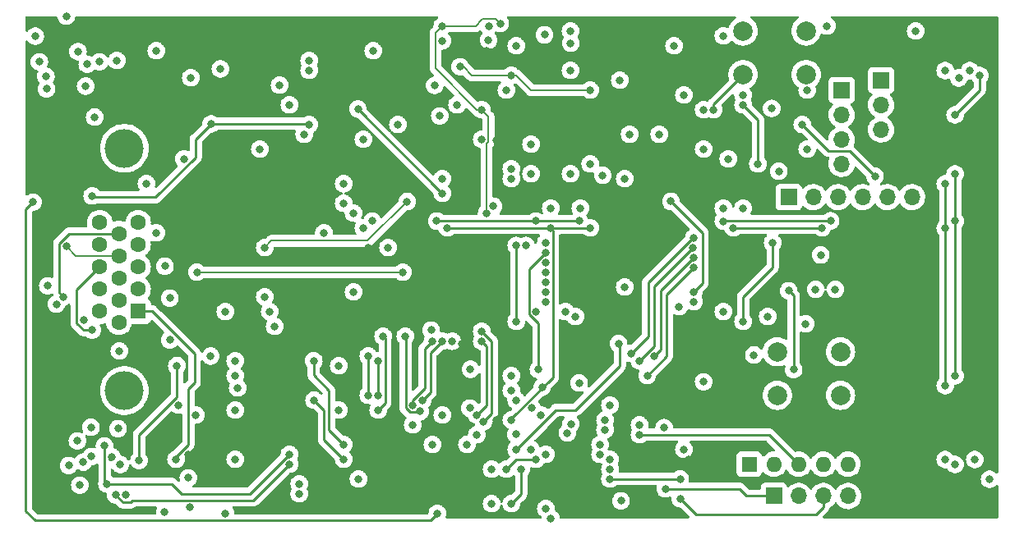
<source format=gbr>
%TF.GenerationSoftware,KiCad,Pcbnew,6.0.2+dfsg-1*%
%TF.CreationDate,2023-01-27T10:21:13-05:00*%
%TF.ProjectId,qwiic-obd,71776969-632d-46f6-9264-2e6b69636164,rev?*%
%TF.SameCoordinates,Original*%
%TF.FileFunction,Copper,L3,Inr*%
%TF.FilePolarity,Positive*%
%FSLAX46Y46*%
G04 Gerber Fmt 4.6, Leading zero omitted, Abs format (unit mm)*
G04 Created by KiCad (PCBNEW 6.0.2+dfsg-1) date 2023-01-27 10:21:13*
%MOMM*%
%LPD*%
G01*
G04 APERTURE LIST*
%TA.AperFunction,ComponentPad*%
%ADD10R,1.700000X1.700000*%
%TD*%
%TA.AperFunction,ComponentPad*%
%ADD11O,1.700000X1.700000*%
%TD*%
%TA.AperFunction,ComponentPad*%
%ADD12C,4.000000*%
%TD*%
%TA.AperFunction,ComponentPad*%
%ADD13R,1.600000X1.600000*%
%TD*%
%TA.AperFunction,ComponentPad*%
%ADD14C,1.600000*%
%TD*%
%TA.AperFunction,ComponentPad*%
%ADD15O,1.600000X1.600000*%
%TD*%
%TA.AperFunction,ComponentPad*%
%ADD16C,2.000000*%
%TD*%
%TA.AperFunction,ViaPad*%
%ADD17C,0.800000*%
%TD*%
%TA.AperFunction,Conductor*%
%ADD18C,0.250000*%
%TD*%
%TA.AperFunction,Conductor*%
%ADD19C,0.200000*%
%TD*%
G04 APERTURE END LIST*
D10*
%TO.N,~{CAN_INT}*%
%TO.C,J401*%
X185557000Y-121641000D03*
D11*
%TO.N,~{UART_INT}*%
X188097000Y-121641000D03*
%TO.N,~{SPI_INT}*%
X190637000Y-121641000D03*
%TO.N,~{J1850_INT}*%
X193177000Y-121641000D03*
%TD*%
D12*
%TO.N,GND*%
%TO.C,J102*%
X118633342Y-110765651D03*
X118633342Y-85765651D03*
D13*
%TO.N,SW_CAN*%
X120053342Y-102580651D03*
D14*
%TO.N,J1850_BUS+*%
X120053342Y-100290651D03*
%TO.N,MS_CAN_HI*%
X120053342Y-98000651D03*
%TO.N,GND*%
X120053342Y-95710651D03*
X120053342Y-93420651D03*
%TO.N,HS_CAN_HI*%
X118073342Y-103725651D03*
%TO.N,K_LINE*%
X118073342Y-101435651D03*
%TO.N,unconnected-(J102-Pad8)*%
X118073342Y-99145651D03*
%TO.N,J1850_BUS-*%
X118073342Y-96855651D03*
%TO.N,MS_CAN_LO*%
X118073342Y-94565651D03*
%TO.N,unconnected-(J102-Pad11)*%
X116093342Y-102580651D03*
%TO.N,unconnected-(J102-Pad12)*%
X116093342Y-100290651D03*
%TO.N,HS_CAN_LO*%
X116093342Y-98000651D03*
%TO.N,L_LINE*%
X116093342Y-95710651D03*
%TO.N,VBAT*%
X116093342Y-93420651D03*
%TD*%
D13*
%TO.N,+3V3_NOSW*%
%TO.C,RN403*%
X183007000Y-118364000D03*
D15*
%TO.N,~{CAN_INT}*%
X185547000Y-118364000D03*
%TO.N,~{UART_INT}*%
X188087000Y-118364000D03*
%TO.N,~{SPI_INT}*%
X190627000Y-118364000D03*
%TO.N,~{J1850_INT}*%
X193167000Y-118364000D03*
%TD*%
D16*
%TO.N,GND*%
%TO.C,SW402*%
X192405000Y-111252000D03*
X185905000Y-111252000D03*
%TO.N,Net-(R408-Pad2)*%
X192405000Y-106752000D03*
X185905000Y-106752000D03*
%TD*%
D10*
%TO.N,~{RESET}*%
%TO.C,J601*%
X187071000Y-90805000D03*
D11*
%TO.N,+3V3_NOSW*%
X189611000Y-90805000D03*
%TO.N,GND*%
X192151000Y-90805000D03*
%TO.N,ICSPDAT*%
X194691000Y-90805000D03*
%TO.N,ICSPCLK*%
X197231000Y-90805000D03*
%TO.N,unconnected-(J601-Pad6)*%
X199771000Y-90805000D03*
%TD*%
D10*
%TO.N,~{PIC_BL_LED}*%
%TO.C,JP601*%
X196596000Y-78740000D03*
D11*
%TO.N,PA0*%
X196596000Y-81280000D03*
%TO.N,ICSPDAT*%
X196596000Y-83820000D03*
%TD*%
D16*
%TO.N,GND*%
%TO.C,SW401*%
X182372000Y-73660000D03*
X188872000Y-73660000D03*
%TO.N,~{PIC_BL_ENTRY}*%
X188872000Y-78160000D03*
X182372000Y-78160000D03*
%TD*%
D10*
%TO.N,+3V3_NOSW*%
%TO.C,J602*%
X192532000Y-79756000D03*
D11*
%TO.N,PIC_RX*%
X192532000Y-82296000D03*
%TO.N,PIC_TX*%
X192532000Y-84836000D03*
%TO.N,GND*%
X192532000Y-87376000D03*
%TD*%
D17*
%TO.N,GND*%
X164592000Y-73660000D03*
X203197998Y-77739001D03*
X115572000Y-82548000D03*
X142240000Y-100584000D03*
X114046000Y-120523000D03*
X191881000Y-100330000D03*
X170180000Y-88900000D03*
X137668000Y-77724000D03*
X141224000Y-91440000D03*
X184912000Y-103124000D03*
X158496000Y-88900000D03*
X114808000Y-77089000D03*
X109452500Y-74189500D03*
X115214400Y-117576600D03*
X134620000Y-79248000D03*
X188976000Y-79756000D03*
X178308000Y-109855000D03*
X142240000Y-92456000D03*
X170180000Y-100076000D03*
X165100000Y-103124000D03*
X162560000Y-123952000D03*
X141224000Y-89408000D03*
X135636000Y-81280000D03*
X169799000Y-122132201D03*
X176276000Y-116840000D03*
X158496000Y-110744000D03*
X118745000Y-121539000D03*
X152908000Y-81280000D03*
X140716000Y-112776000D03*
X140716000Y-108204000D03*
X133096000Y-101092000D03*
X122794843Y-123319728D03*
X168656000Y-112268000D03*
X180340000Y-74168000D03*
X158968297Y-115280297D03*
X148336000Y-114300000D03*
X166624000Y-87376000D03*
X139192000Y-94488000D03*
X132588000Y-85852000D03*
X146812000Y-83312000D03*
X173736000Y-84328000D03*
X180340000Y-102616000D03*
X124206000Y-112268000D03*
X127518750Y-107198750D03*
X162052000Y-117348000D03*
X145796000Y-96012000D03*
X129032000Y-123444000D03*
X175768000Y-102108000D03*
X207769998Y-119903001D03*
X130048000Y-117856000D03*
X160020000Y-95795500D03*
X144272000Y-75692000D03*
X160528000Y-85344000D03*
X156464000Y-118872000D03*
X165481000Y-109982000D03*
X155448000Y-84836000D03*
%TO.N,SW_CAN*%
X125349000Y-122809000D03*
X123952000Y-117856000D03*
%TO.N,+12V_NOSW*%
X114649500Y-79343500D03*
X125476000Y-78486000D03*
%TO.N,+12V*%
X161036000Y-117856000D03*
X137668000Y-83312000D03*
X109220000Y-91313000D03*
X127574000Y-83246000D03*
X115316000Y-90678000D03*
X143256000Y-84836000D03*
X150876000Y-123444000D03*
X157988000Y-118872000D03*
%TO.N,+3V3_NOSW*%
X190373000Y-96774000D03*
X165608000Y-91948000D03*
X206245998Y-117871001D03*
X161050605Y-102601395D03*
X112649000Y-72136000D03*
X191008000Y-73152000D03*
X180340000Y-91948000D03*
X182372000Y-80264000D03*
X200152000Y-73660000D03*
X204594998Y-78501001D03*
X110617000Y-79629000D03*
X109877000Y-76835000D03*
X164084000Y-102616000D03*
X188833000Y-103886000D03*
%TO.N,+3V3*%
X149352000Y-122936000D03*
X143764000Y-96012000D03*
X114935000Y-73279000D03*
X167132000Y-122211500D03*
X138557000Y-80518000D03*
X162560000Y-83566000D03*
X156972000Y-84963000D03*
X153416000Y-105955500D03*
X175255701Y-84323701D03*
X133604000Y-109728000D03*
X141732000Y-109728000D03*
X160020000Y-105664000D03*
X175260000Y-73152000D03*
X170180000Y-116840000D03*
X156972000Y-113796301D03*
X133604000Y-115316000D03*
X134620000Y-114300000D03*
X155956000Y-75692000D03*
X164592000Y-111252000D03*
X176784000Y-117856000D03*
X168148000Y-84328000D03*
X130556000Y-90424000D03*
X125222000Y-117348000D03*
X141732000Y-105156000D03*
X170180000Y-110236000D03*
X178308000Y-104648000D03*
%TO.N,VBAT*%
X125222000Y-119761000D03*
X137160000Y-84328000D03*
X120904000Y-89408000D03*
%TO.N,V_J1850*%
X151384000Y-88900000D03*
%TO.N,K_LINE*%
X114427000Y-103505000D03*
X147574000Y-105156000D03*
X153928299Y-116327701D03*
X149103839Y-112907866D03*
X133608299Y-102611701D03*
%TO.N,L_LINE*%
X150368000Y-116332000D03*
X144780000Y-112776000D03*
X145288000Y-105156000D03*
X118110000Y-106680000D03*
X134112000Y-104140000D03*
X111633000Y-101854000D03*
%TO.N,J1850_BUS+*%
X157353000Y-72898000D03*
X155956000Y-92456000D03*
X126111000Y-98552000D03*
X151384000Y-73152000D03*
X110744000Y-99949000D03*
X155448000Y-81788000D03*
X147320000Y-98552000D03*
%TO.N,J1850_BUS-*%
X112644701Y-95880701D03*
X166624000Y-79756000D03*
X133096000Y-96012000D03*
X147767685Y-91252640D03*
X151130000Y-82423000D03*
X153223500Y-77343000D03*
X158496000Y-78232000D03*
%TO.N,HS_CAN_HI*%
X115189000Y-114554000D03*
%TO.N,HS_CAN_LO*%
X114386893Y-118137169D03*
X115316000Y-104521000D03*
%TO.N,MS_CAN_HI*%
X123317000Y-105537000D03*
X123317000Y-101219000D03*
X122809000Y-97917000D03*
X113792000Y-115951000D03*
%TO.N,MS_CAN_LO*%
X121920000Y-94488000D03*
X112903000Y-118491000D03*
X112357500Y-101073519D03*
%TO.N,+5V*%
X151383989Y-74676000D03*
X129032000Y-102616000D03*
X157988000Y-79756000D03*
X118211600Y-118389400D03*
X130048000Y-109220000D03*
X130048000Y-112776000D03*
X164592000Y-77724000D03*
X117983000Y-114681000D03*
X150600500Y-79269500D03*
%TO.N,SDA*%
X144180394Y-93278560D03*
X159004000Y-111760000D03*
X182372000Y-91948000D03*
X159004000Y-95795500D03*
X159004000Y-103632000D03*
X150811185Y-93270715D03*
X191389000Y-93255500D03*
X165500603Y-93273451D03*
X204213998Y-88407001D03*
X205737998Y-77739001D03*
X180344712Y-93290947D03*
X204213998Y-118379001D03*
X161036000Y-93273462D03*
X204213998Y-109235001D03*
X168152299Y-114803701D03*
X204213998Y-93263088D03*
%TO.N,SCL*%
X204213998Y-82311001D03*
X143256000Y-93980000D03*
X162560000Y-93997962D03*
X206753998Y-78247001D03*
X203197998Y-93995001D03*
X161668398Y-110429205D03*
X166624000Y-93980000D03*
X181356000Y-93980000D03*
X168156598Y-113783402D03*
X203197998Y-89423001D03*
X151892000Y-93980000D03*
X203197998Y-117871001D03*
X190500000Y-93980000D03*
X158496000Y-113792000D03*
X203197998Y-110251001D03*
%TO.N,~{RESET}*%
X154286250Y-108566250D03*
X189849000Y-100330000D03*
X161290000Y-108585000D03*
X187071000Y-100457000D03*
X186055000Y-88138000D03*
X180848000Y-86868000D03*
X158496000Y-109220000D03*
X187579000Y-108585000D03*
X162052000Y-96520000D03*
%TO.N,ICSPCLK*%
X188468000Y-83312000D03*
X195961000Y-88646000D03*
X185324055Y-81644083D03*
%TO.N,CAN_TX_5V*%
X130302000Y-110490000D03*
%TO.N,CAN_RX_5V*%
X130048000Y-107696000D03*
%TO.N,~{CAN_EN_5V}*%
X125984000Y-113284000D03*
%TO.N,SW_CAN_LOAD*%
X168656000Y-119888000D03*
X175895000Y-119888000D03*
X142748000Y-119888000D03*
X183489000Y-107087000D03*
%TO.N,PWR_CTRL*%
X116078000Y-76835000D03*
X177292000Y-100584000D03*
X137668000Y-76708000D03*
X174942500Y-91249500D03*
X128524000Y-77566500D03*
X142693640Y-81707545D03*
X151388307Y-90419693D03*
%TO.N,SAE_VPW*%
X170688000Y-84328000D03*
X169672000Y-78740000D03*
%TO.N,J1850_RX*%
X175260000Y-75184000D03*
X178308000Y-81788000D03*
%TO.N,SAE_PWM*%
X182372000Y-103632000D03*
X167921974Y-88562626D03*
X183896000Y-87376000D03*
X158496000Y-87884000D03*
X182372000Y-81280000D03*
X185420000Y-95504000D03*
%TO.N,PWM_RX*%
X176276000Y-80264000D03*
X159004000Y-75184000D03*
%TO.N,J1850_TX*%
X162560000Y-91948000D03*
%TO.N,ISO_K*%
X177292000Y-101600000D03*
X169545000Y-105918000D03*
X159004000Y-116840000D03*
%TO.N,ISO_L*%
X154940000Y-115316000D03*
%TO.N,ISO_LINE*%
X159512000Y-118872000D03*
X160528000Y-116840000D03*
X156464000Y-122428000D03*
X158496000Y-122428000D03*
X164632817Y-114202848D03*
%TO.N,SW_CAN_MODE0*%
X177241675Y-97074993D03*
X173228000Y-107188000D03*
X136647701Y-121407701D03*
%TO.N,SW_CAN_MODE1*%
X172503500Y-109220000D03*
X136652000Y-120396000D03*
X177293514Y-98073151D03*
%TO.N,SW_CAN_RX*%
X138146136Y-107696000D03*
X141224000Y-116332000D03*
%TO.N,CAN_LO*%
X120142000Y-117983000D03*
X124041500Y-108188000D03*
%TO.N,~{J1850_INT}*%
X178308000Y-85852000D03*
X188976000Y-85852000D03*
%TO.N,~{ISO_RX}*%
X167640000Y-117348000D03*
X171704000Y-114300000D03*
%TO.N,~{ISO_TX}*%
X174244000Y-114591500D03*
X162052000Y-122936000D03*
%TO.N,~{UART_INT}*%
X171704000Y-115316000D03*
%TO.N,~{SPI_INT}*%
X175895000Y-121920000D03*
X161544000Y-113284000D03*
X168656000Y-117856000D03*
%TO.N,CAN_SEL1*%
X144780000Y-107696000D03*
X171704000Y-107696000D03*
X117745497Y-121539000D03*
X177202842Y-96024327D03*
X117348000Y-117602000D03*
X135636000Y-118364000D03*
X144780000Y-111252000D03*
%TO.N,CAN_SEL0*%
X170815000Y-106934000D03*
X143764000Y-107188000D03*
X116586000Y-116459000D03*
X135636000Y-117348000D03*
X143764000Y-111252000D03*
X116840000Y-120396000D03*
X177292000Y-94996000D03*
%TO.N,CAN_SOF*%
X162052000Y-95504000D03*
X150241000Y-104521000D03*
%TO.N,~{CAN_TX2RTS}*%
X150372299Y-105668299D03*
X162052000Y-97536000D03*
X148336000Y-112268000D03*
%TO.N,~{CAN_TX1RTS}*%
X151388299Y-105668299D03*
X149352000Y-111760000D03*
X162051126Y-98553100D03*
%TO.N,~{CAN_TX0RTS}*%
X162052000Y-99568000D03*
X152404299Y-105668299D03*
%TO.N,~{CAN_RX1BF}*%
X155448000Y-104648000D03*
X155642456Y-113986456D03*
X162052000Y-100584000D03*
%TO.N,~{CAN_RX0BF}*%
X154935701Y-113279701D03*
X155448000Y-105664000D03*
X162052000Y-101600000D03*
%TO.N,~{CAN_INT}*%
X174371000Y-120904000D03*
X151384000Y-113284000D03*
X168656000Y-118872000D03*
%TO.N,SW_CAN_TX*%
X141224000Y-117856000D03*
X138171987Y-111759210D03*
%TO.N,SCK*%
X154228946Y-112572946D03*
X160629248Y-112561776D03*
%TO.N,Net-(C506-Pad2)*%
X121920000Y-75692000D03*
%TO.N,Net-(D605-Pad2)*%
X156154906Y-74594520D03*
%TO.N,Net-(D701-Pad1)*%
X167635701Y-116336299D03*
%TO.N,Net-(C503-Pad2)*%
X124773000Y-86868000D03*
%TO.N,Net-(C507-Pad1)*%
X113858000Y-75787500D03*
%TO.N,Net-(C507-Pad2)*%
X110556000Y-78327500D03*
%TO.N,Net-(D604-Pad1)*%
X161919245Y-74060124D03*
%TO.N,Net-(D605-Pad1)*%
X156164677Y-73152000D03*
%TO.N,Net-(Q503-Pad2)*%
X117856000Y-76708000D03*
%TO.N,Net-(Q601-Pad1)*%
X156662755Y-91749245D03*
%TO.N,Net-(Q608-Pad1)*%
X160528000Y-88392000D03*
X164592000Y-88392000D03*
%TO.N,Net-(R614-Pad2)*%
X164614301Y-74926500D03*
%TO.N,Net-(R704-Pad2)*%
X164267000Y-115133000D03*
%TO.N,~{PIC_BL_ENTRY}*%
X179328299Y-81783701D03*
%TD*%
D18*
%TO.N,SW_CAN*%
X123952000Y-117593386D02*
X125222000Y-116323386D01*
X125875511Y-106952511D02*
X121503651Y-102580651D01*
X125222000Y-116323386D02*
X125222000Y-110573114D01*
X125875511Y-109919603D02*
X125875511Y-106952511D01*
X125222000Y-110573114D02*
X125875511Y-109919603D01*
X121503651Y-102580651D02*
X120053342Y-102580651D01*
X123952000Y-117856000D02*
X123952000Y-117593386D01*
%TO.N,+12V*%
X117475000Y-90805000D02*
X117221000Y-90805000D01*
X108458000Y-123190000D02*
X109436511Y-124168511D01*
X109220000Y-91313000D02*
X108458000Y-92075000D01*
X127574000Y-83246000D02*
X137602000Y-83246000D01*
X125984000Y-84836000D02*
X125984000Y-85598000D01*
X121860614Y-90805000D02*
X117475000Y-90805000D01*
X159004000Y-117856000D02*
X157988000Y-118872000D01*
X108458000Y-92075000D02*
X108458000Y-123190000D01*
X150151489Y-124168511D02*
X150876000Y-123444000D01*
X117475000Y-90805000D02*
X115443000Y-90805000D01*
X109436511Y-124168511D02*
X150151489Y-124168511D01*
X115443000Y-90805000D02*
X115316000Y-90678000D01*
X125984000Y-86681614D02*
X121860614Y-90805000D01*
X137602000Y-83246000D02*
X137668000Y-83312000D01*
X127574000Y-83246000D02*
X125984000Y-84836000D01*
X161036000Y-117856000D02*
X159004000Y-117856000D01*
X125984000Y-85598000D02*
X125984000Y-86681614D01*
%TO.N,K_LINE*%
X147611489Y-105447489D02*
X147611489Y-112568103D01*
X148720748Y-112907866D02*
X149103839Y-112907866D01*
X148636103Y-112992511D02*
X148720748Y-112907866D01*
X148035897Y-112992511D02*
X148636103Y-112992511D01*
X147574000Y-105156000D02*
X147574000Y-105410000D01*
X147611489Y-112568103D02*
X148035897Y-112992511D01*
X147574000Y-105410000D02*
X147611489Y-105447489D01*
%TO.N,L_LINE*%
X145504511Y-105372511D02*
X145504511Y-112051489D01*
X145288000Y-105156000D02*
X145504511Y-105372511D01*
X145504511Y-112051489D02*
X144780000Y-112776000D01*
D19*
%TO.N,J1850_BUS+*%
X150684489Y-77505748D02*
X154966741Y-81788000D01*
X151384000Y-73152000D02*
X154813000Y-73152000D01*
X150684489Y-73851511D02*
X150684489Y-77505748D01*
X156907489Y-72452489D02*
X157353000Y-72898000D01*
X155448000Y-72517000D02*
X155512511Y-72452489D01*
X151384000Y-73152000D02*
X150684489Y-73851511D01*
X147320000Y-98552000D02*
X126111000Y-98552000D01*
X156147511Y-82487511D02*
X155448000Y-81788000D01*
X154813000Y-73152000D02*
X155448000Y-72517000D01*
X155956000Y-85317259D02*
X156147511Y-85125748D01*
X156147511Y-85125748D02*
X156147511Y-82487511D01*
X154966741Y-81788000D02*
X155448000Y-81788000D01*
X155512511Y-72452489D02*
X156907489Y-72452489D01*
X155956000Y-92456000D02*
X155956000Y-85317259D01*
%TO.N,J1850_BUS-*%
X133795511Y-95312489D02*
X133096000Y-96012000D01*
X147767685Y-91252640D02*
X143707836Y-95312489D01*
X159004000Y-78232000D02*
X160528000Y-79756000D01*
X143707836Y-95312489D02*
X133795511Y-95312489D01*
X166624000Y-79756000D02*
X160528000Y-79756000D01*
X154432000Y-78223402D02*
X154432000Y-78232000D01*
X112644701Y-95880701D02*
X113619651Y-96855651D01*
X154432000Y-78232000D02*
X158496000Y-78232000D01*
X153223500Y-77343000D02*
X153551598Y-77343000D01*
X153551598Y-77343000D02*
X154432000Y-78223402D01*
X113619651Y-96855651D02*
X118073342Y-96855651D01*
X159004000Y-78232000D02*
X158496000Y-78232000D01*
D18*
%TO.N,HS_CAN_LO*%
X113702489Y-100391504D02*
X116093342Y-98000651D01*
X115316000Y-104521000D02*
X114418386Y-104521000D01*
X114418386Y-104521000D02*
X113702489Y-103805103D01*
X113702489Y-103805103D02*
X113702489Y-100391504D01*
%TO.N,MS_CAN_LO*%
X111920190Y-95580598D02*
X112935137Y-94565651D01*
X112935137Y-94565651D02*
X118073342Y-94565651D01*
X111920190Y-100636209D02*
X111920190Y-95580598D01*
X112357500Y-101073519D02*
X111920190Y-100636209D01*
%TO.N,SDA*%
X161036011Y-93273451D02*
X165500603Y-93273451D01*
X150826411Y-93255489D02*
X150811185Y-93270715D01*
X161036000Y-93273462D02*
X161018027Y-93255489D01*
X191388989Y-93255489D02*
X180380170Y-93255489D01*
X180380170Y-93255489D02*
X180344712Y-93290947D01*
X161018027Y-93255489D02*
X150826411Y-93255489D01*
X159004000Y-95795500D02*
X159004000Y-103632000D01*
X161036000Y-93273462D02*
X161036011Y-93273451D01*
X191389000Y-93255500D02*
X191388989Y-93255489D01*
X204213998Y-93263088D02*
X204213998Y-88407001D01*
X204213998Y-93263088D02*
X204213998Y-109235001D01*
%TO.N,SCL*%
X162560000Y-93997962D02*
X151909962Y-93997962D01*
X166606038Y-93997962D02*
X166624000Y-93980000D01*
X162560000Y-93997962D02*
X166606038Y-93997962D01*
X203197998Y-110251001D02*
X203197998Y-93995001D01*
X181356000Y-93980000D02*
X190500000Y-93980000D01*
X206753998Y-79771001D02*
X206753998Y-78247001D01*
X162560000Y-93997962D02*
X162776511Y-94214473D01*
X203197998Y-93995001D02*
X203197998Y-89423001D01*
X204213998Y-82311001D02*
X206753998Y-79771001D01*
X162776511Y-94214473D02*
X162776511Y-109389899D01*
X151909962Y-93997962D02*
X151892000Y-93980000D01*
X162776511Y-109389899D02*
X158496000Y-113670410D01*
X158496000Y-113670410D02*
X158496000Y-113792000D01*
%TO.N,~{RESET}*%
X187579000Y-108585000D02*
X187579000Y-100965000D01*
X160326094Y-102901498D02*
X160326094Y-98237292D01*
X187579000Y-100965000D02*
X187071000Y-100457000D01*
X161290000Y-103865404D02*
X160326094Y-102901498D01*
X162043386Y-96520000D02*
X162052000Y-96520000D01*
X161290000Y-108585000D02*
X161290000Y-103865404D01*
X160326094Y-98237292D02*
X162043386Y-96520000D01*
%TO.N,ICSPCLK*%
X191166511Y-86010511D02*
X188468000Y-83312000D01*
X195961000Y-88646000D02*
X193325511Y-86010511D01*
X193325511Y-86010511D02*
X191166511Y-86010511D01*
%TO.N,SW_CAN_LOAD*%
X168656000Y-119888000D02*
X175895000Y-119888000D01*
%TO.N,PWR_CTRL*%
X142561807Y-81593193D02*
X142676159Y-81707545D01*
X178181000Y-94488000D02*
X178181000Y-99695000D01*
X174942500Y-91249500D02*
X178181000Y-94488000D01*
X151388307Y-90419693D02*
X142561807Y-81593193D01*
X142676159Y-81707545D02*
X142693640Y-81707545D01*
X178181000Y-99695000D02*
X177292000Y-100584000D01*
%TO.N,SAE_PWM*%
X183896000Y-82804000D02*
X182372000Y-81280000D01*
X183896000Y-87376000D02*
X183896000Y-82804000D01*
X185420000Y-98044000D02*
X185420000Y-95504000D01*
X182372000Y-101092000D02*
X185420000Y-98044000D01*
X182372000Y-103632000D02*
X182372000Y-101092000D01*
%TO.N,ISO_K*%
X169672000Y-106045000D02*
X169672000Y-108195386D01*
X162268511Y-113575489D02*
X162268511Y-113584103D01*
X161835489Y-114008511D02*
X159004000Y-116840000D01*
X165091386Y-112776000D02*
X163068000Y-112776000D01*
X163068000Y-112776000D02*
X162268511Y-113575489D01*
X162268511Y-113584103D02*
X161844103Y-114008511D01*
X169672000Y-108195386D02*
X165091386Y-112776000D01*
X161844103Y-114008511D02*
X161835489Y-114008511D01*
X169545000Y-105918000D02*
X169672000Y-106045000D01*
%TO.N,ISO_LINE*%
X158496000Y-122428000D02*
X159512000Y-121412000D01*
X159512000Y-121412000D02*
X159512000Y-118872000D01*
%TO.N,SW_CAN_MODE0*%
X176569003Y-97750997D02*
X176569003Y-97747665D01*
X173863000Y-100457000D02*
X176569003Y-97750997D01*
X173228000Y-107188000D02*
X173863000Y-106553000D01*
X176569003Y-97747665D02*
X177241675Y-97074993D01*
X173863000Y-106553000D02*
X173863000Y-100457000D01*
%TO.N,SW_CAN_MODE1*%
X174498000Y-107225500D02*
X174498000Y-100838000D01*
X174498000Y-100838000D02*
X177262849Y-98073151D01*
X172503500Y-109220000D02*
X174498000Y-107225500D01*
X177262849Y-98073151D02*
X177293514Y-98073151D01*
%TO.N,SW_CAN_RX*%
X139700000Y-110744000D02*
X139700000Y-114808000D01*
X138146136Y-107696000D02*
X138146136Y-109190136D01*
X138146136Y-109190136D02*
X139700000Y-110744000D01*
X139700000Y-114808000D02*
X141224000Y-116332000D01*
%TO.N,CAN_LO*%
X120142000Y-117983000D02*
X120142000Y-115307386D01*
X124041500Y-111407886D02*
X124041500Y-108188000D01*
X120142000Y-115307386D02*
X124041500Y-111407886D01*
%TO.N,~{UART_INT}*%
X185039000Y-115316000D02*
X188087000Y-118364000D01*
X171704000Y-115316000D02*
X185039000Y-115316000D01*
%TO.N,~{SPI_INT}*%
X190637000Y-122799000D02*
X190637000Y-121641000D01*
X177546000Y-123571000D02*
X189865000Y-123571000D01*
X175895000Y-121920000D02*
X177546000Y-123571000D01*
X189865000Y-123571000D02*
X190637000Y-122799000D01*
%TO.N,CAN_SEL1*%
X131915511Y-122084489D02*
X135636000Y-118364000D01*
X117745497Y-121539000D02*
X117745497Y-121564111D01*
X173228000Y-99999169D02*
X177202842Y-96024327D01*
X144780000Y-111252000D02*
X144780000Y-107696000D01*
X173228000Y-106163386D02*
X173228000Y-99999169D01*
X172503489Y-106887897D02*
X173228000Y-106163386D01*
X172503489Y-106896511D02*
X172503489Y-106887897D01*
X119469511Y-122084489D02*
X131915511Y-122084489D01*
X117094000Y-117856000D02*
X117348000Y-117602000D01*
X171704000Y-107696000D02*
X172503489Y-106896511D01*
X119253000Y-122301000D02*
X119469511Y-122084489D01*
X118482386Y-122301000D02*
X119253000Y-122301000D01*
X117745497Y-121564111D02*
X118482386Y-122301000D01*
%TO.N,CAN_SEL0*%
X143764000Y-107188000D02*
X143764000Y-111252000D01*
X177206555Y-94996000D02*
X177292000Y-94996000D01*
X170815000Y-106934000D02*
X172593000Y-105156000D01*
X116840000Y-120396000D02*
X116586000Y-120142000D01*
X124497489Y-121412000D02*
X131563386Y-121412000D01*
X123481489Y-120396000D02*
X116840000Y-120396000D01*
X172593000Y-105156000D02*
X172593000Y-99609555D01*
X124497489Y-121412000D02*
X123481489Y-120396000D01*
X135627386Y-117348000D02*
X135636000Y-117348000D01*
X172593000Y-99609555D02*
X177206555Y-94996000D01*
X116586000Y-120142000D02*
X116586000Y-116459000D01*
X131563386Y-121412000D02*
X135627386Y-117348000D01*
%TO.N,~{CAN_TX2RTS}*%
X149572810Y-106467788D02*
X150372299Y-105668299D01*
X148336000Y-111751386D02*
X149051897Y-111035489D01*
X149572810Y-110523190D02*
X149572810Y-106467788D01*
X148336000Y-112268000D02*
X148336000Y-111751386D01*
X149060511Y-111035489D02*
X149572810Y-110523190D01*
X149051897Y-111035489D02*
X149060511Y-111035489D01*
%TO.N,~{CAN_TX1RTS}*%
X151388299Y-105676913D02*
X150151489Y-106913723D01*
X150151489Y-110960511D02*
X149352000Y-111760000D01*
X151388299Y-105668299D02*
X151388299Y-105676913D01*
X150151489Y-106913723D02*
X150151489Y-110960511D01*
%TO.N,~{CAN_TX0RTS}*%
X152404299Y-105668299D02*
X152404299Y-105676913D01*
%TO.N,~{CAN_RX1BF}*%
X156464000Y-105655386D02*
X155456614Y-104648000D01*
X155456614Y-104648000D02*
X155448000Y-104648000D01*
X155642456Y-113986456D02*
X156464000Y-113164912D01*
X156464000Y-113164912D02*
X156464000Y-105655386D01*
%TO.N,~{CAN_RX0BF}*%
X155956000Y-106172000D02*
X155956000Y-112259402D01*
X155448000Y-105664000D02*
X155956000Y-106172000D01*
X155956000Y-112259402D02*
X154935701Y-113279701D01*
%TO.N,~{CAN_INT}*%
X182728000Y-121641000D02*
X185557000Y-121641000D01*
X174371000Y-120904000D02*
X181991000Y-120904000D01*
X181991000Y-120904000D02*
X182728000Y-121641000D01*
%TO.N,SW_CAN_TX*%
X139188777Y-112776000D02*
X139192000Y-112776000D01*
X138171987Y-111759210D02*
X139188777Y-112776000D01*
X139192000Y-112776000D02*
X139192000Y-115824000D01*
X139192000Y-115824000D02*
X141224000Y-117856000D01*
%TO.N,~{PIC_BL_ENTRY}*%
X179328299Y-81203701D02*
X182372000Y-78160000D01*
X179328299Y-81783701D02*
X179328299Y-81203701D01*
%TD*%
%TA.AperFunction,Conductor*%
%TO.N,+3V3*%
G36*
X111690166Y-72156002D02*
G01*
X111736659Y-72209658D01*
X111747355Y-72248829D01*
X111755458Y-72325928D01*
X111814473Y-72507556D01*
X111909960Y-72672944D01*
X111914378Y-72677851D01*
X111914379Y-72677852D01*
X111941589Y-72708072D01*
X112037747Y-72814866D01*
X112094956Y-72856431D01*
X112161207Y-72904565D01*
X112192248Y-72927118D01*
X112198276Y-72929802D01*
X112198278Y-72929803D01*
X112360681Y-73002109D01*
X112366712Y-73004794D01*
X112460112Y-73024647D01*
X112547056Y-73043128D01*
X112547061Y-73043128D01*
X112553513Y-73044500D01*
X112744487Y-73044500D01*
X112750939Y-73043128D01*
X112750944Y-73043128D01*
X112837888Y-73024647D01*
X112931288Y-73004794D01*
X112937319Y-73002109D01*
X113099722Y-72929803D01*
X113099724Y-72929802D01*
X113105752Y-72927118D01*
X113136794Y-72904565D01*
X113203044Y-72856431D01*
X113260253Y-72814866D01*
X113356411Y-72708072D01*
X113383621Y-72677852D01*
X113383622Y-72677851D01*
X113388040Y-72672944D01*
X113483527Y-72507556D01*
X113542542Y-72325928D01*
X113550645Y-72248829D01*
X113577658Y-72183173D01*
X113635879Y-72142543D01*
X113675955Y-72136000D01*
X150848984Y-72136000D01*
X150917105Y-72156002D01*
X150963598Y-72209658D01*
X150973702Y-72279932D01*
X150944208Y-72344512D01*
X150923047Y-72363934D01*
X150915479Y-72369433D01*
X150824100Y-72435824D01*
X150772747Y-72473134D01*
X150768326Y-72478044D01*
X150768325Y-72478045D01*
X150667493Y-72590031D01*
X150644960Y-72615056D01*
X150549473Y-72780444D01*
X150490458Y-72962072D01*
X150489768Y-72968633D01*
X150489768Y-72968635D01*
X150477920Y-73081365D01*
X150470496Y-73152000D01*
X150470684Y-73153786D01*
X150451184Y-73220196D01*
X150434281Y-73241170D01*
X150288259Y-73387192D01*
X150275868Y-73398059D01*
X150270390Y-73402263D01*
X150250502Y-73417524D01*
X150226015Y-73449436D01*
X150226012Y-73449439D01*
X150226006Y-73449447D01*
X150165041Y-73528898D01*
X150152965Y-73544635D01*
X150091651Y-73692660D01*
X150091651Y-73692661D01*
X150089903Y-73705937D01*
X150085198Y-73741678D01*
X150075989Y-73811626D01*
X150075989Y-73811631D01*
X150070739Y-73851511D01*
X150074070Y-73876810D01*
X150074911Y-73883201D01*
X150075989Y-73899647D01*
X150075989Y-77457612D01*
X150074911Y-77474055D01*
X150070739Y-77505748D01*
X150075989Y-77545628D01*
X150075989Y-77545633D01*
X150088757Y-77642618D01*
X150091651Y-77664599D01*
X150152965Y-77812624D01*
X150157992Y-77819175D01*
X150157993Y-77819177D01*
X150226009Y-77907817D01*
X150226015Y-77907823D01*
X150250502Y-77939735D01*
X150257057Y-77944765D01*
X150275868Y-77959200D01*
X150288259Y-77970067D01*
X150484566Y-78166374D01*
X150518592Y-78228686D01*
X150513527Y-78299501D01*
X150470980Y-78356337D01*
X150421670Y-78378715D01*
X150318212Y-78400706D01*
X150312182Y-78403391D01*
X150312181Y-78403391D01*
X150149778Y-78475697D01*
X150149776Y-78475698D01*
X150143748Y-78478382D01*
X149989247Y-78590634D01*
X149984826Y-78595544D01*
X149984825Y-78595545D01*
X149865930Y-78727592D01*
X149861460Y-78732556D01*
X149829285Y-78788285D01*
X149772173Y-78887206D01*
X149765973Y-78897944D01*
X149706958Y-79079572D01*
X149706268Y-79086133D01*
X149706268Y-79086135D01*
X149695650Y-79187158D01*
X149686996Y-79269500D01*
X149687686Y-79276065D01*
X149704819Y-79439072D01*
X149706958Y-79459428D01*
X149765973Y-79641056D01*
X149769276Y-79646778D01*
X149769277Y-79646779D01*
X149770271Y-79648500D01*
X149861460Y-79806444D01*
X149865878Y-79811351D01*
X149865879Y-79811352D01*
X149981142Y-79939365D01*
X149989247Y-79948366D01*
X150052430Y-79994271D01*
X150120555Y-80043767D01*
X150143748Y-80060618D01*
X150149776Y-80063302D01*
X150149778Y-80063303D01*
X150312181Y-80135609D01*
X150318212Y-80138294D01*
X150403864Y-80156500D01*
X150498556Y-80176628D01*
X150498561Y-80176628D01*
X150505013Y-80178000D01*
X150695987Y-80178000D01*
X150702439Y-80176628D01*
X150702444Y-80176628D01*
X150797136Y-80156500D01*
X150882788Y-80138294D01*
X150888819Y-80135609D01*
X151051222Y-80063303D01*
X151051224Y-80063302D01*
X151057252Y-80060618D01*
X151080446Y-80043767D01*
X151148570Y-79994271D01*
X151211753Y-79948366D01*
X151219858Y-79939365D01*
X151335121Y-79811352D01*
X151335122Y-79811351D01*
X151339540Y-79806444D01*
X151430729Y-79648500D01*
X151431723Y-79646779D01*
X151431724Y-79646778D01*
X151435027Y-79641056D01*
X151494042Y-79459428D01*
X151494733Y-79452855D01*
X151494921Y-79451970D01*
X151528649Y-79389497D01*
X151590798Y-79355175D01*
X151661637Y-79359902D01*
X151707263Y-79389071D01*
X152567821Y-80249629D01*
X152601847Y-80311941D01*
X152596782Y-80382756D01*
X152554235Y-80439592D01*
X152529974Y-80453831D01*
X152457281Y-80486195D01*
X152457274Y-80486199D01*
X152451248Y-80488882D01*
X152445907Y-80492762D01*
X152445906Y-80492763D01*
X152437093Y-80499166D01*
X152296747Y-80601134D01*
X152292326Y-80606044D01*
X152292325Y-80606045D01*
X152191991Y-80717478D01*
X152168960Y-80743056D01*
X152073473Y-80908444D01*
X152014458Y-81090072D01*
X152013768Y-81096633D01*
X152013768Y-81096635D01*
X152005393Y-81176319D01*
X151994496Y-81280000D01*
X151995186Y-81286565D01*
X152011827Y-81444892D01*
X152014458Y-81469928D01*
X152073473Y-81651556D01*
X152076776Y-81657278D01*
X152076777Y-81657279D01*
X152097069Y-81692425D01*
X152168960Y-81816944D01*
X152173378Y-81821851D01*
X152173379Y-81821852D01*
X152242861Y-81899020D01*
X152296747Y-81958866D01*
X152368580Y-82011056D01*
X152436045Y-82060072D01*
X152451248Y-82071118D01*
X152457276Y-82073802D01*
X152457278Y-82073803D01*
X152563449Y-82121073D01*
X152625712Y-82148794D01*
X152712009Y-82167137D01*
X152806056Y-82187128D01*
X152806061Y-82187128D01*
X152812513Y-82188500D01*
X153003487Y-82188500D01*
X153009939Y-82187128D01*
X153009944Y-82187128D01*
X153103991Y-82167137D01*
X153190288Y-82148794D01*
X153252551Y-82121073D01*
X153358722Y-82073803D01*
X153358724Y-82073802D01*
X153364752Y-82071118D01*
X153379956Y-82060072D01*
X153447420Y-82011056D01*
X153519253Y-81958866D01*
X153573139Y-81899020D01*
X153642621Y-81821852D01*
X153642622Y-81821851D01*
X153647040Y-81816944D01*
X153742527Y-81651556D01*
X153744664Y-81652790D01*
X153783410Y-81607200D01*
X153851336Y-81586547D01*
X153919646Y-81605896D01*
X153941638Y-81623446D01*
X154502426Y-82184234D01*
X154513293Y-82196625D01*
X154532754Y-82221987D01*
X154539304Y-82227013D01*
X154564662Y-82246471D01*
X154564678Y-82246485D01*
X154624837Y-82292646D01*
X154659865Y-82319524D01*
X154684799Y-82329852D01*
X154704037Y-82337821D01*
X154749454Y-82369918D01*
X154831128Y-82460625D01*
X154836747Y-82466866D01*
X154848653Y-82475516D01*
X154974754Y-82567134D01*
X154991248Y-82579118D01*
X154997276Y-82581802D01*
X154997278Y-82581803D01*
X155159681Y-82654109D01*
X155165712Y-82656794D01*
X155226016Y-82669612D01*
X155346056Y-82695128D01*
X155346061Y-82695128D01*
X155352513Y-82696500D01*
X155413011Y-82696500D01*
X155481132Y-82716502D01*
X155527625Y-82770158D01*
X155539011Y-82822500D01*
X155539011Y-83801500D01*
X155519009Y-83869621D01*
X155465353Y-83916114D01*
X155413011Y-83927500D01*
X155352513Y-83927500D01*
X155346061Y-83928872D01*
X155346056Y-83928872D01*
X155262185Y-83946700D01*
X155165712Y-83967206D01*
X155159682Y-83969891D01*
X155159681Y-83969891D01*
X154997278Y-84042197D01*
X154997276Y-84042198D01*
X154991248Y-84044882D01*
X154985907Y-84048762D01*
X154985906Y-84048763D01*
X154950787Y-84074279D01*
X154836747Y-84157134D01*
X154832326Y-84162044D01*
X154832325Y-84162045D01*
X154805498Y-84191840D01*
X154708960Y-84299056D01*
X154683012Y-84344000D01*
X154628152Y-84439020D01*
X154613473Y-84464444D01*
X154554458Y-84646072D01*
X154553768Y-84652633D01*
X154553768Y-84652635D01*
X154543715Y-84748289D01*
X154534496Y-84836000D01*
X154535186Y-84842565D01*
X154552863Y-85010749D01*
X154554458Y-85025928D01*
X154613473Y-85207556D01*
X154708960Y-85372944D01*
X154713378Y-85377851D01*
X154713379Y-85377852D01*
X154782478Y-85454594D01*
X154836747Y-85514866D01*
X154991248Y-85627118D01*
X154997276Y-85629802D01*
X154997278Y-85629803D01*
X155069756Y-85662072D01*
X155165712Y-85704794D01*
X155172167Y-85706166D01*
X155172170Y-85706167D01*
X155225491Y-85717500D01*
X155247696Y-85722220D01*
X155310170Y-85755948D01*
X155344491Y-85818097D01*
X155347500Y-85845467D01*
X155347500Y-91725710D01*
X155327498Y-91793831D01*
X155315136Y-91810020D01*
X155221379Y-91914148D01*
X155216960Y-91919056D01*
X155174923Y-91991866D01*
X155146254Y-92041523D01*
X155121473Y-92084444D01*
X155062458Y-92266072D01*
X155061768Y-92272633D01*
X155061768Y-92272635D01*
X155047355Y-92409766D01*
X155042496Y-92456000D01*
X155044977Y-92479597D01*
X155045315Y-92482817D01*
X155032543Y-92552656D01*
X154984042Y-92604503D01*
X154920005Y-92621989D01*
X151503247Y-92621989D01*
X151435126Y-92601987D01*
X151423735Y-92593289D01*
X151422438Y-92591849D01*
X151290540Y-92496019D01*
X151273279Y-92483478D01*
X151273278Y-92483477D01*
X151267937Y-92479597D01*
X151261909Y-92476913D01*
X151261907Y-92476912D01*
X151099504Y-92404606D01*
X151099503Y-92404606D01*
X151093473Y-92401921D01*
X151000072Y-92382068D01*
X150913129Y-92363587D01*
X150913124Y-92363587D01*
X150906672Y-92362215D01*
X150715698Y-92362215D01*
X150709246Y-92363587D01*
X150709241Y-92363587D01*
X150622298Y-92382068D01*
X150528897Y-92401921D01*
X150522867Y-92404606D01*
X150522866Y-92404606D01*
X150360463Y-92476912D01*
X150360461Y-92476913D01*
X150354433Y-92479597D01*
X150349092Y-92483477D01*
X150349091Y-92483478D01*
X150331830Y-92496019D01*
X150199932Y-92591849D01*
X150195511Y-92596759D01*
X150195510Y-92596760D01*
X150085845Y-92718556D01*
X150072145Y-92733771D01*
X150063298Y-92749095D01*
X149984366Y-92885809D01*
X149976658Y-92899159D01*
X149917643Y-93080787D01*
X149916953Y-93087348D01*
X149916953Y-93087350D01*
X149906282Y-93188882D01*
X149897681Y-93270715D01*
X149898371Y-93277280D01*
X149916704Y-93451706D01*
X149917643Y-93460643D01*
X149976658Y-93642271D01*
X149979961Y-93647993D01*
X149979962Y-93647994D01*
X149984710Y-93656218D01*
X150072145Y-93807659D01*
X150076563Y-93812566D01*
X150076564Y-93812567D01*
X150188775Y-93937190D01*
X150199932Y-93949581D01*
X150250836Y-93986565D01*
X150347879Y-94057071D01*
X150354433Y-94061833D01*
X150360461Y-94064517D01*
X150360463Y-94064518D01*
X150522866Y-94136824D01*
X150528897Y-94139509D01*
X150611449Y-94157056D01*
X150709241Y-94177843D01*
X150709246Y-94177843D01*
X150715698Y-94179215D01*
X150906672Y-94179215D01*
X150906672Y-94181404D01*
X150966502Y-94192351D01*
X151018344Y-94240858D01*
X151029657Y-94265948D01*
X151033205Y-94276868D01*
X151057473Y-94351556D01*
X151060776Y-94357278D01*
X151060777Y-94357279D01*
X151062505Y-94360272D01*
X151152960Y-94516944D01*
X151157378Y-94521851D01*
X151157379Y-94521852D01*
X151257909Y-94633502D01*
X151280747Y-94658866D01*
X151435248Y-94771118D01*
X151441276Y-94773802D01*
X151441278Y-94773803D01*
X151593940Y-94841772D01*
X151609712Y-94848794D01*
X151692311Y-94866351D01*
X151790056Y-94887128D01*
X151790061Y-94887128D01*
X151796513Y-94888500D01*
X151987487Y-94888500D01*
X151993939Y-94887128D01*
X151993944Y-94887128D01*
X152091689Y-94866351D01*
X152174288Y-94848794D01*
X152190060Y-94841772D01*
X152342722Y-94773803D01*
X152342724Y-94773802D01*
X152348752Y-94771118D01*
X152441146Y-94703990D01*
X152503253Y-94658866D01*
X152504233Y-94660214D01*
X152560730Y-94633107D01*
X152581024Y-94631462D01*
X161332130Y-94631462D01*
X161400251Y-94651464D01*
X161446744Y-94705120D01*
X161456848Y-94775394D01*
X161425766Y-94841772D01*
X161350527Y-94925334D01*
X161312960Y-94967056D01*
X161309659Y-94972774D01*
X161223766Y-95121545D01*
X161217473Y-95132444D01*
X161158458Y-95314072D01*
X161157768Y-95320633D01*
X161157768Y-95320635D01*
X161144579Y-95446122D01*
X161138496Y-95504000D01*
X161138717Y-95506099D01*
X161119184Y-95572622D01*
X161065528Y-95619115D01*
X160995254Y-95629219D01*
X160930674Y-95599725D01*
X160893353Y-95543437D01*
X160876928Y-95492887D01*
X160854527Y-95423944D01*
X160759040Y-95258556D01*
X160723562Y-95219153D01*
X160635675Y-95121545D01*
X160635674Y-95121544D01*
X160631253Y-95116634D01*
X160476752Y-95004382D01*
X160470724Y-95001698D01*
X160470722Y-95001697D01*
X160308319Y-94929391D01*
X160308318Y-94929391D01*
X160302288Y-94926706D01*
X160194849Y-94903869D01*
X160121944Y-94888372D01*
X160121939Y-94888372D01*
X160115487Y-94887000D01*
X159924513Y-94887000D01*
X159918061Y-94888372D01*
X159918056Y-94888372D01*
X159845151Y-94903869D01*
X159737712Y-94926706D01*
X159563248Y-95004382D01*
X159492882Y-95013816D01*
X159460753Y-95004382D01*
X159460752Y-95004382D01*
X159286288Y-94926706D01*
X159178849Y-94903869D01*
X159105944Y-94888372D01*
X159105939Y-94888372D01*
X159099487Y-94887000D01*
X158908513Y-94887000D01*
X158902061Y-94888372D01*
X158902056Y-94888372D01*
X158829151Y-94903869D01*
X158721712Y-94926706D01*
X158715682Y-94929391D01*
X158715681Y-94929391D01*
X158553278Y-95001697D01*
X158553276Y-95001698D01*
X158547248Y-95004382D01*
X158392747Y-95116634D01*
X158388326Y-95121544D01*
X158388325Y-95121545D01*
X158300439Y-95219153D01*
X158264960Y-95258556D01*
X158169473Y-95423944D01*
X158110458Y-95605572D01*
X158109768Y-95612133D01*
X158109768Y-95612135D01*
X158095649Y-95746476D01*
X158090496Y-95795500D01*
X158091186Y-95802065D01*
X158103799Y-95922067D01*
X158110458Y-95985428D01*
X158169473Y-96167056D01*
X158264960Y-96332444D01*
X158338137Y-96413715D01*
X158368853Y-96477721D01*
X158370500Y-96498024D01*
X158370500Y-102929476D01*
X158350498Y-102997597D01*
X158338142Y-103013779D01*
X158264960Y-103095056D01*
X158169473Y-103260444D01*
X158110458Y-103442072D01*
X158109768Y-103448633D01*
X158109768Y-103448635D01*
X158092401Y-103613872D01*
X158090496Y-103632000D01*
X158091186Y-103638565D01*
X158109479Y-103812610D01*
X158110458Y-103821928D01*
X158169473Y-104003556D01*
X158172776Y-104009278D01*
X158172777Y-104009279D01*
X158201308Y-104058696D01*
X158264960Y-104168944D01*
X158269378Y-104173851D01*
X158269379Y-104173852D01*
X158356312Y-104270401D01*
X158392747Y-104310866D01*
X158547248Y-104423118D01*
X158553276Y-104425802D01*
X158553278Y-104425803D01*
X158715681Y-104498109D01*
X158721712Y-104500794D01*
X158815113Y-104520647D01*
X158902056Y-104539128D01*
X158902061Y-104539128D01*
X158908513Y-104540500D01*
X159099487Y-104540500D01*
X159105939Y-104539128D01*
X159105944Y-104539128D01*
X159192888Y-104520647D01*
X159286288Y-104500794D01*
X159292319Y-104498109D01*
X159454722Y-104425803D01*
X159454724Y-104425802D01*
X159460752Y-104423118D01*
X159615253Y-104310866D01*
X159651688Y-104270401D01*
X159738621Y-104173852D01*
X159738622Y-104173851D01*
X159743040Y-104168944D01*
X159806692Y-104058696D01*
X159835223Y-104009279D01*
X159835224Y-104009278D01*
X159838527Y-104003556D01*
X159897542Y-103821928D01*
X159898522Y-103812610D01*
X159907216Y-103729882D01*
X159913020Y-103674659D01*
X159940033Y-103609003D01*
X159998254Y-103568373D01*
X160069200Y-103565670D01*
X160127425Y-103598735D01*
X160619595Y-104090905D01*
X160653621Y-104153217D01*
X160656500Y-104180000D01*
X160656500Y-107882476D01*
X160636498Y-107950597D01*
X160624142Y-107966779D01*
X160550960Y-108048056D01*
X160517135Y-108106643D01*
X160460926Y-108204000D01*
X160455473Y-108213444D01*
X160396458Y-108395072D01*
X160395768Y-108401633D01*
X160395768Y-108401635D01*
X160378467Y-108566250D01*
X160376496Y-108585000D01*
X160377186Y-108591565D01*
X160394857Y-108759691D01*
X160396458Y-108774928D01*
X160455473Y-108956556D01*
X160550960Y-109121944D01*
X160555378Y-109126851D01*
X160555379Y-109126852D01*
X160658668Y-109241566D01*
X160678747Y-109263866D01*
X160714752Y-109290025D01*
X160811137Y-109360053D01*
X160833248Y-109376118D01*
X160839276Y-109378802D01*
X160839278Y-109378803D01*
X161000929Y-109450774D01*
X161007712Y-109453794D01*
X161082539Y-109469699D01*
X161084915Y-109470204D01*
X161147388Y-109503932D01*
X161181710Y-109566082D01*
X161176982Y-109636921D01*
X161132780Y-109695386D01*
X161057145Y-109750339D01*
X161052724Y-109755249D01*
X161052723Y-109755250D01*
X160935239Y-109885730D01*
X160929358Y-109892261D01*
X160881337Y-109975435D01*
X160851091Y-110027824D01*
X160833871Y-110057649D01*
X160774856Y-110239277D01*
X160774166Y-110245838D01*
X160774166Y-110245840D01*
X160763189Y-110350285D01*
X160754894Y-110429205D01*
X160755584Y-110435770D01*
X160756830Y-110447624D01*
X160744058Y-110517462D01*
X160720615Y-110549891D01*
X159970572Y-111299933D01*
X159908260Y-111333958D01*
X159837444Y-111328893D01*
X159780609Y-111286346D01*
X159772364Y-111273847D01*
X159743040Y-111223056D01*
X159718293Y-111195571D01*
X159619675Y-111086045D01*
X159619674Y-111086044D01*
X159615253Y-111081134D01*
X159531417Y-111020223D01*
X159466097Y-110972765D01*
X159466094Y-110972764D01*
X159460752Y-110968882D01*
X159459574Y-110968357D01*
X159411942Y-110918401D01*
X159398626Y-110847495D01*
X159399364Y-110840479D01*
X159409504Y-110744000D01*
X159408179Y-110731397D01*
X159390232Y-110560635D01*
X159390232Y-110560633D01*
X159389542Y-110554072D01*
X159330527Y-110372444D01*
X159324470Y-110361952D01*
X159270507Y-110268486D01*
X159235040Y-110207056D01*
X159212508Y-110182031D01*
X159108312Y-110066310D01*
X159077594Y-110002303D01*
X159086359Y-109931849D01*
X159108312Y-109897690D01*
X159230621Y-109761852D01*
X159230622Y-109761851D01*
X159235040Y-109756944D01*
X159303662Y-109638087D01*
X159327223Y-109597279D01*
X159327224Y-109597278D01*
X159330527Y-109591556D01*
X159389542Y-109409928D01*
X159391052Y-109395567D01*
X159408814Y-109226565D01*
X159409504Y-109220000D01*
X159400883Y-109137972D01*
X159390232Y-109036635D01*
X159390232Y-109036633D01*
X159389542Y-109030072D01*
X159330527Y-108848444D01*
X159320865Y-108831708D01*
X159240663Y-108692795D01*
X159235040Y-108683056D01*
X159194219Y-108637719D01*
X159111675Y-108546045D01*
X159111674Y-108546044D01*
X159107253Y-108541134D01*
X158952752Y-108428882D01*
X158946724Y-108426198D01*
X158946722Y-108426197D01*
X158784319Y-108353891D01*
X158784318Y-108353891D01*
X158778288Y-108351206D01*
X158680418Y-108330403D01*
X158597944Y-108312872D01*
X158597939Y-108312872D01*
X158591487Y-108311500D01*
X158400513Y-108311500D01*
X158394061Y-108312872D01*
X158394056Y-108312872D01*
X158311582Y-108330403D01*
X158213712Y-108351206D01*
X158207682Y-108353891D01*
X158207681Y-108353891D01*
X158045278Y-108426197D01*
X158045276Y-108426198D01*
X158039248Y-108428882D01*
X157884747Y-108541134D01*
X157880326Y-108546044D01*
X157880325Y-108546045D01*
X157797782Y-108637719D01*
X157756960Y-108683056D01*
X157751337Y-108692795D01*
X157671136Y-108831708D01*
X157661473Y-108848444D01*
X157602458Y-109030072D01*
X157601768Y-109036633D01*
X157601768Y-109036635D01*
X157591117Y-109137972D01*
X157582496Y-109220000D01*
X157583186Y-109226565D01*
X157600949Y-109395567D01*
X157602458Y-109409928D01*
X157661473Y-109591556D01*
X157664776Y-109597278D01*
X157664777Y-109597279D01*
X157688338Y-109638087D01*
X157756960Y-109756944D01*
X157761378Y-109761851D01*
X157761379Y-109761852D01*
X157883688Y-109897690D01*
X157914406Y-109961697D01*
X157905641Y-110032151D01*
X157883688Y-110066310D01*
X157779493Y-110182031D01*
X157756960Y-110207056D01*
X157721493Y-110268486D01*
X157667531Y-110361952D01*
X157661473Y-110372444D01*
X157602458Y-110554072D01*
X157601768Y-110560633D01*
X157601768Y-110560635D01*
X157583821Y-110731397D01*
X157582496Y-110744000D01*
X157583186Y-110750564D01*
X157583186Y-110750565D01*
X157597894Y-110890500D01*
X157602458Y-110933928D01*
X157661473Y-111115556D01*
X157664776Y-111121278D01*
X157664777Y-111121279D01*
X157692252Y-111168866D01*
X157756960Y-111280944D01*
X157761378Y-111285851D01*
X157761379Y-111285852D01*
X157839932Y-111373094D01*
X157884747Y-111422866D01*
X157941594Y-111464168D01*
X158033903Y-111531235D01*
X158033906Y-111531236D01*
X158039248Y-111535118D01*
X158040426Y-111535643D01*
X158088058Y-111585599D01*
X158101374Y-111656504D01*
X158090496Y-111760000D01*
X158091186Y-111766565D01*
X158109306Y-111938963D01*
X158110458Y-111949928D01*
X158169473Y-112131556D01*
X158172776Y-112137278D01*
X158172777Y-112137279D01*
X158197500Y-112180100D01*
X158264960Y-112296944D01*
X158269378Y-112301851D01*
X158269379Y-112301852D01*
X158356600Y-112398721D01*
X158392747Y-112438866D01*
X158432943Y-112468070D01*
X158527598Y-112536842D01*
X158570952Y-112593065D01*
X158577027Y-112663801D01*
X158542632Y-112727873D01*
X158409751Y-112860754D01*
X158346854Y-112894905D01*
X158213712Y-112923206D01*
X158207682Y-112925891D01*
X158207681Y-112925891D01*
X158045278Y-112998197D01*
X158045276Y-112998198D01*
X158039248Y-113000882D01*
X157884747Y-113113134D01*
X157880326Y-113118044D01*
X157880325Y-113118045D01*
X157764702Y-113246458D01*
X157756960Y-113255056D01*
X157704073Y-113346659D01*
X157667792Y-113409500D01*
X157661473Y-113420444D01*
X157602458Y-113602072D01*
X157601768Y-113608633D01*
X157601768Y-113608635D01*
X157584401Y-113773872D01*
X157582496Y-113792000D01*
X157583186Y-113798565D01*
X157600865Y-113966767D01*
X157602458Y-113981928D01*
X157661473Y-114163556D01*
X157664776Y-114169278D01*
X157664777Y-114169279D01*
X157694029Y-114219944D01*
X157756960Y-114328944D01*
X157761378Y-114333851D01*
X157761379Y-114333852D01*
X157857560Y-114440672D01*
X157884747Y-114470866D01*
X157952633Y-114520188D01*
X158008207Y-114560565D01*
X158039248Y-114583118D01*
X158045276Y-114585802D01*
X158045278Y-114585803D01*
X158136158Y-114626265D01*
X158190254Y-114672245D01*
X158210903Y-114740172D01*
X158194028Y-114804371D01*
X158161324Y-114861016D01*
X158145967Y-114887616D01*
X158133770Y-114908741D01*
X158074755Y-115090369D01*
X158074065Y-115096930D01*
X158074065Y-115096932D01*
X158057186Y-115257528D01*
X158054793Y-115280297D01*
X158055483Y-115286862D01*
X158073848Y-115461592D01*
X158074755Y-115470225D01*
X158133770Y-115651853D01*
X158137073Y-115657575D01*
X158137074Y-115657576D01*
X158154383Y-115687556D01*
X158229257Y-115817241D01*
X158233675Y-115822148D01*
X158233676Y-115822149D01*
X158349209Y-115950461D01*
X158357044Y-115959163D01*
X158375635Y-115972670D01*
X158418989Y-116028892D01*
X158425065Y-116099628D01*
X158392655Y-116161051D01*
X158392747Y-116161134D01*
X158335692Y-116224500D01*
X158270154Y-116297288D01*
X158264960Y-116303056D01*
X158230091Y-116363451D01*
X158174926Y-116459000D01*
X158169473Y-116468444D01*
X158110458Y-116650072D01*
X158109768Y-116656633D01*
X158109768Y-116656635D01*
X158091858Y-116827043D01*
X158090496Y-116840000D01*
X158091186Y-116846565D01*
X158108863Y-117014749D01*
X158110458Y-117029928D01*
X158169473Y-117211556D01*
X158264960Y-117376944D01*
X158337608Y-117457628D01*
X158368323Y-117521632D01*
X158359560Y-117592085D01*
X158333065Y-117631030D01*
X158037499Y-117926596D01*
X157975187Y-117960621D01*
X157948404Y-117963500D01*
X157892513Y-117963500D01*
X157886061Y-117964872D01*
X157886056Y-117964872D01*
X157800773Y-117983000D01*
X157705712Y-118003206D01*
X157699682Y-118005891D01*
X157699681Y-118005891D01*
X157537278Y-118078197D01*
X157537276Y-118078198D01*
X157531248Y-118080882D01*
X157376747Y-118193134D01*
X157319635Y-118256564D01*
X157259190Y-118293802D01*
X157188206Y-118292450D01*
X157132366Y-118256564D01*
X157075253Y-118193134D01*
X156920752Y-118080882D01*
X156914724Y-118078198D01*
X156914722Y-118078197D01*
X156752319Y-118005891D01*
X156752318Y-118005891D01*
X156746288Y-118003206D01*
X156651227Y-117983000D01*
X156565944Y-117964872D01*
X156565939Y-117964872D01*
X156559487Y-117963500D01*
X156368513Y-117963500D01*
X156362061Y-117964872D01*
X156362056Y-117964872D01*
X156276773Y-117983000D01*
X156181712Y-118003206D01*
X156175682Y-118005891D01*
X156175681Y-118005891D01*
X156013278Y-118078197D01*
X156013276Y-118078198D01*
X156007248Y-118080882D01*
X155852747Y-118193134D01*
X155848329Y-118198041D01*
X155848325Y-118198045D01*
X155741815Y-118316337D01*
X155724960Y-118335056D01*
X155666686Y-118435990D01*
X155634926Y-118491000D01*
X155629473Y-118500444D01*
X155570458Y-118682072D01*
X155569768Y-118688633D01*
X155569768Y-118688635D01*
X155552401Y-118853872D01*
X155550496Y-118872000D01*
X155551186Y-118878565D01*
X155568863Y-119046749D01*
X155570458Y-119061928D01*
X155629473Y-119243556D01*
X155632776Y-119249278D01*
X155632777Y-119249279D01*
X155636374Y-119255509D01*
X155724960Y-119408944D01*
X155729375Y-119413847D01*
X155729379Y-119413852D01*
X155795628Y-119487429D01*
X155852747Y-119550866D01*
X155940331Y-119614500D01*
X155999575Y-119657543D01*
X156007248Y-119663118D01*
X156013276Y-119665802D01*
X156013278Y-119665803D01*
X156161695Y-119731882D01*
X156181712Y-119740794D01*
X156265134Y-119758526D01*
X156362056Y-119779128D01*
X156362061Y-119779128D01*
X156368513Y-119780500D01*
X156559487Y-119780500D01*
X156565939Y-119779128D01*
X156565944Y-119779128D01*
X156662866Y-119758526D01*
X156746288Y-119740794D01*
X156766305Y-119731882D01*
X156914722Y-119665803D01*
X156914724Y-119665802D01*
X156920752Y-119663118D01*
X156928426Y-119657543D01*
X156987669Y-119614500D01*
X157075253Y-119550866D01*
X157132365Y-119487436D01*
X157192810Y-119450198D01*
X157263794Y-119451550D01*
X157319634Y-119487436D01*
X157376747Y-119550866D01*
X157464331Y-119614500D01*
X157523575Y-119657543D01*
X157531248Y-119663118D01*
X157537276Y-119665802D01*
X157537278Y-119665803D01*
X157685695Y-119731882D01*
X157705712Y-119740794D01*
X157789134Y-119758526D01*
X157886056Y-119779128D01*
X157886061Y-119779128D01*
X157892513Y-119780500D01*
X158083487Y-119780500D01*
X158089939Y-119779128D01*
X158089944Y-119779128D01*
X158186866Y-119758526D01*
X158270288Y-119740794D01*
X158290305Y-119731882D01*
X158438722Y-119665803D01*
X158438724Y-119665802D01*
X158444752Y-119663118D01*
X158452426Y-119657543D01*
X158511669Y-119614500D01*
X158599253Y-119550866D01*
X158656365Y-119487436D01*
X158716810Y-119450198D01*
X158787794Y-119451550D01*
X158843628Y-119487429D01*
X158846128Y-119490205D01*
X158876852Y-119554209D01*
X158878500Y-119574524D01*
X158878500Y-121097405D01*
X158858498Y-121165526D01*
X158841595Y-121186501D01*
X158545499Y-121482596D01*
X158483187Y-121516621D01*
X158456404Y-121519500D01*
X158400513Y-121519500D01*
X158394061Y-121520872D01*
X158394056Y-121520872D01*
X158328269Y-121534856D01*
X158213712Y-121559206D01*
X158207682Y-121561891D01*
X158207681Y-121561891D01*
X158045278Y-121634197D01*
X158045276Y-121634198D01*
X158039248Y-121636882D01*
X158033907Y-121640762D01*
X158033906Y-121640763D01*
X158025239Y-121647060D01*
X157884747Y-121749134D01*
X157880326Y-121754044D01*
X157880325Y-121754045D01*
X157807817Y-121834574D01*
X157756960Y-121891056D01*
X157729322Y-121938927D01*
X157671259Y-122039495D01*
X157661473Y-122056444D01*
X157602458Y-122238072D01*
X157602318Y-122239401D01*
X157569518Y-122300156D01*
X157507368Y-122334477D01*
X157436529Y-122329748D01*
X157379492Y-122287472D01*
X157357724Y-122239808D01*
X157357542Y-122238072D01*
X157298527Y-122056444D01*
X157288742Y-122039495D01*
X157230678Y-121938927D01*
X157203040Y-121891056D01*
X157152184Y-121834574D01*
X157079675Y-121754045D01*
X157079674Y-121754044D01*
X157075253Y-121749134D01*
X156934761Y-121647060D01*
X156926094Y-121640763D01*
X156926093Y-121640762D01*
X156920752Y-121636882D01*
X156914724Y-121634198D01*
X156914722Y-121634197D01*
X156752319Y-121561891D01*
X156752318Y-121561891D01*
X156746288Y-121559206D01*
X156631731Y-121534856D01*
X156565944Y-121520872D01*
X156565939Y-121520872D01*
X156559487Y-121519500D01*
X156368513Y-121519500D01*
X156362061Y-121520872D01*
X156362056Y-121520872D01*
X156296269Y-121534856D01*
X156181712Y-121559206D01*
X156175682Y-121561891D01*
X156175681Y-121561891D01*
X156013278Y-121634197D01*
X156013276Y-121634198D01*
X156007248Y-121636882D01*
X156001907Y-121640762D01*
X156001906Y-121640763D01*
X155993239Y-121647060D01*
X155852747Y-121749134D01*
X155848326Y-121754044D01*
X155848325Y-121754045D01*
X155775817Y-121834574D01*
X155724960Y-121891056D01*
X155697322Y-121938927D01*
X155639259Y-122039495D01*
X155629473Y-122056444D01*
X155570458Y-122238072D01*
X155569768Y-122244633D01*
X155569768Y-122244635D01*
X155552170Y-122412074D01*
X155550496Y-122428000D01*
X155551186Y-122434565D01*
X155569490Y-122608715D01*
X155570458Y-122617928D01*
X155629473Y-122799556D01*
X155632776Y-122805278D01*
X155632777Y-122805279D01*
X155664689Y-122860552D01*
X155724960Y-122964944D01*
X155729378Y-122969851D01*
X155729379Y-122969852D01*
X155780281Y-123026384D01*
X155852747Y-123106866D01*
X156007248Y-123219118D01*
X156013276Y-123221802D01*
X156013278Y-123221803D01*
X156155714Y-123285219D01*
X156181712Y-123296794D01*
X156275113Y-123316647D01*
X156362056Y-123335128D01*
X156362061Y-123335128D01*
X156368513Y-123336500D01*
X156559487Y-123336500D01*
X156565939Y-123335128D01*
X156565944Y-123335128D01*
X156652887Y-123316647D01*
X156746288Y-123296794D01*
X156772286Y-123285219D01*
X156914722Y-123221803D01*
X156914724Y-123221802D01*
X156920752Y-123219118D01*
X157075253Y-123106866D01*
X157147719Y-123026384D01*
X157198621Y-122969852D01*
X157198622Y-122969851D01*
X157203040Y-122964944D01*
X157263311Y-122860552D01*
X157295223Y-122805279D01*
X157295224Y-122805278D01*
X157298527Y-122799556D01*
X157357542Y-122617928D01*
X157357682Y-122616599D01*
X157390482Y-122555844D01*
X157452632Y-122521523D01*
X157523471Y-122526252D01*
X157580508Y-122568528D01*
X157602276Y-122616192D01*
X157602458Y-122617928D01*
X157661473Y-122799556D01*
X157664776Y-122805278D01*
X157664777Y-122805279D01*
X157696689Y-122860552D01*
X157756960Y-122964944D01*
X157761378Y-122969851D01*
X157761379Y-122969852D01*
X157812281Y-123026384D01*
X157884747Y-123106866D01*
X158039248Y-123219118D01*
X158045276Y-123221802D01*
X158045278Y-123221803D01*
X158187714Y-123285219D01*
X158213712Y-123296794D01*
X158307113Y-123316647D01*
X158394056Y-123335128D01*
X158394061Y-123335128D01*
X158400513Y-123336500D01*
X158591487Y-123336500D01*
X158597939Y-123335128D01*
X158597944Y-123335128D01*
X158684887Y-123316647D01*
X158778288Y-123296794D01*
X158804286Y-123285219D01*
X158946722Y-123221803D01*
X158946724Y-123221802D01*
X158952752Y-123219118D01*
X159107253Y-123106866D01*
X159179719Y-123026384D01*
X159230621Y-122969852D01*
X159230622Y-122969851D01*
X159235040Y-122964944D01*
X159295311Y-122860552D01*
X159327223Y-122805279D01*
X159327224Y-122805278D01*
X159330527Y-122799556D01*
X159389542Y-122617928D01*
X159390511Y-122608715D01*
X159406907Y-122452708D01*
X159433920Y-122387051D01*
X159443122Y-122376782D01*
X159662319Y-122157586D01*
X159904258Y-121915647D01*
X159912537Y-121908113D01*
X159919018Y-121904000D01*
X159965644Y-121854348D01*
X159968398Y-121851507D01*
X159988135Y-121831770D01*
X159990615Y-121828573D01*
X159998320Y-121819551D01*
X160023159Y-121793100D01*
X160028586Y-121787321D01*
X160032405Y-121780375D01*
X160032407Y-121780372D01*
X160038348Y-121769566D01*
X160049199Y-121753047D01*
X160056758Y-121743301D01*
X160061614Y-121737041D01*
X160064759Y-121729772D01*
X160064762Y-121729768D01*
X160079174Y-121696463D01*
X160084391Y-121685813D01*
X160105695Y-121647060D01*
X160110733Y-121627437D01*
X160117137Y-121608734D01*
X160122033Y-121597420D01*
X160122033Y-121597419D01*
X160125181Y-121590145D01*
X160126420Y-121582322D01*
X160126423Y-121582312D01*
X160132099Y-121546476D01*
X160134505Y-121534856D01*
X160143528Y-121499711D01*
X160143528Y-121499710D01*
X160145500Y-121492030D01*
X160145500Y-121471776D01*
X160147051Y-121452065D01*
X160148980Y-121439886D01*
X160150220Y-121432057D01*
X160146059Y-121388038D01*
X160145500Y-121376181D01*
X160145500Y-119574524D01*
X160165502Y-119506403D01*
X160177858Y-119490221D01*
X160251040Y-119408944D01*
X160339626Y-119255509D01*
X160343223Y-119249279D01*
X160343224Y-119249278D01*
X160346527Y-119243556D01*
X160405542Y-119061928D01*
X160407138Y-119046749D01*
X160424814Y-118878565D01*
X160425504Y-118872000D01*
X160415972Y-118781309D01*
X160428744Y-118711471D01*
X160477246Y-118659624D01*
X160546079Y-118642230D01*
X160592531Y-118653032D01*
X160669288Y-118687206D01*
X160753712Y-118724794D01*
X160845348Y-118744272D01*
X160934056Y-118763128D01*
X160934061Y-118763128D01*
X160940513Y-118764500D01*
X161131487Y-118764500D01*
X161137939Y-118763128D01*
X161137944Y-118763128D01*
X161226652Y-118744272D01*
X161318288Y-118724794D01*
X161399503Y-118688635D01*
X161486722Y-118649803D01*
X161486724Y-118649802D01*
X161492752Y-118647118D01*
X161647253Y-118534866D01*
X161669192Y-118510500D01*
X161770621Y-118397852D01*
X161770622Y-118397851D01*
X161775040Y-118392944D01*
X161819270Y-118316336D01*
X161870651Y-118267344D01*
X161940365Y-118253908D01*
X161944517Y-118254545D01*
X161950053Y-118255127D01*
X161956513Y-118256500D01*
X162147487Y-118256500D01*
X162153939Y-118255128D01*
X162153944Y-118255128D01*
X162242652Y-118236272D01*
X162334288Y-118216794D01*
X162373194Y-118199472D01*
X162502722Y-118141803D01*
X162502724Y-118141802D01*
X162508752Y-118139118D01*
X162527181Y-118125729D01*
X162592602Y-118078197D01*
X162663253Y-118026866D01*
X162667675Y-118021955D01*
X162786621Y-117889852D01*
X162786622Y-117889851D01*
X162791040Y-117884944D01*
X162886527Y-117719556D01*
X162945542Y-117537928D01*
X162947081Y-117523291D01*
X162964814Y-117354565D01*
X162965504Y-117348000D01*
X162956991Y-117267003D01*
X162946232Y-117164635D01*
X162946232Y-117164633D01*
X162945542Y-117158072D01*
X162886527Y-116976444D01*
X162791040Y-116811056D01*
X162750219Y-116765719D01*
X162667675Y-116674045D01*
X162667674Y-116674044D01*
X162663253Y-116669134D01*
X162508752Y-116556882D01*
X162502724Y-116554198D01*
X162502722Y-116554197D01*
X162340319Y-116481891D01*
X162340318Y-116481891D01*
X162334288Y-116479206D01*
X162233873Y-116457862D01*
X162153944Y-116440872D01*
X162153939Y-116440872D01*
X162147487Y-116439500D01*
X161956513Y-116439500D01*
X161950061Y-116440872D01*
X161950056Y-116440872D01*
X161870127Y-116457862D01*
X161769712Y-116479206D01*
X161763682Y-116481891D01*
X161763681Y-116481891D01*
X161601278Y-116554197D01*
X161601276Y-116554198D01*
X161595248Y-116556882D01*
X161570522Y-116574847D01*
X161503656Y-116598704D01*
X161434504Y-116582624D01*
X161385024Y-116531711D01*
X161376629Y-116511846D01*
X161364569Y-116474728D01*
X161364568Y-116474726D01*
X161362527Y-116468444D01*
X161357075Y-116459000D01*
X161301909Y-116363451D01*
X161267040Y-116303056D01*
X161261847Y-116297288D01*
X161143675Y-116166045D01*
X161143674Y-116166044D01*
X161139253Y-116161134D01*
X160984752Y-116048882D01*
X160978725Y-116046199D01*
X160978717Y-116046194D01*
X160948991Y-116032959D01*
X160894895Y-115986978D01*
X160874247Y-115919051D01*
X160893600Y-115850743D01*
X160911146Y-115828758D01*
X162203126Y-114536778D01*
X162228081Y-114517420D01*
X162228637Y-114517091D01*
X162228636Y-114517091D01*
X162235465Y-114513053D01*
X162249786Y-114498732D01*
X162264820Y-114485891D01*
X162274797Y-114478642D01*
X162281210Y-114473983D01*
X162309401Y-114439906D01*
X162317391Y-114431127D01*
X162660758Y-114087760D01*
X162669048Y-114080216D01*
X162675529Y-114076103D01*
X162684136Y-114066938D01*
X162722169Y-114026436D01*
X162724924Y-114023594D01*
X162744646Y-114003872D01*
X162747123Y-114000679D01*
X162754828Y-113991658D01*
X162770128Y-113975365D01*
X162785097Y-113959424D01*
X162788323Y-113953557D01*
X162799885Y-113940019D01*
X163293499Y-113446405D01*
X163355811Y-113412379D01*
X163382594Y-113409500D01*
X163841644Y-113409500D01*
X163909765Y-113429502D01*
X163956258Y-113483158D01*
X163966362Y-113553432D01*
X163935280Y-113619810D01*
X163904160Y-113654373D01*
X163893777Y-113665904D01*
X163860982Y-113722706D01*
X163806908Y-113816366D01*
X163798290Y-113831292D01*
X163739275Y-114012920D01*
X163738585Y-114019481D01*
X163738585Y-114019483D01*
X163732249Y-114079771D01*
X163719313Y-114202848D01*
X163731469Y-114318500D01*
X163731737Y-114321052D01*
X163718965Y-114390891D01*
X163680489Y-114436158D01*
X163655747Y-114454134D01*
X163651326Y-114459044D01*
X163651325Y-114459045D01*
X163542303Y-114580127D01*
X163527960Y-114596056D01*
X163478374Y-114681941D01*
X163439617Y-114749071D01*
X163432473Y-114761444D01*
X163373458Y-114943072D01*
X163372768Y-114949633D01*
X163372768Y-114949635D01*
X163359873Y-115072326D01*
X163353496Y-115133000D01*
X163354186Y-115139565D01*
X163368894Y-115279500D01*
X163373458Y-115322928D01*
X163432473Y-115504556D01*
X163435776Y-115510278D01*
X163435777Y-115510279D01*
X163455928Y-115545181D01*
X163527960Y-115669944D01*
X163532378Y-115674851D01*
X163532379Y-115674852D01*
X163651325Y-115806955D01*
X163655747Y-115811866D01*
X163749111Y-115879699D01*
X163800655Y-115917148D01*
X163810248Y-115924118D01*
X163816276Y-115926802D01*
X163816278Y-115926803D01*
X163978681Y-115999109D01*
X163984712Y-116001794D01*
X164078113Y-116021647D01*
X164165056Y-116040128D01*
X164165061Y-116040128D01*
X164171513Y-116041500D01*
X164362487Y-116041500D01*
X164368939Y-116040128D01*
X164368944Y-116040128D01*
X164455887Y-116021647D01*
X164549288Y-116001794D01*
X164555319Y-115999109D01*
X164717722Y-115926803D01*
X164717724Y-115926802D01*
X164723752Y-115924118D01*
X164733346Y-115917148D01*
X164784889Y-115879699D01*
X164878253Y-115811866D01*
X164882675Y-115806955D01*
X165001621Y-115674852D01*
X165001622Y-115674851D01*
X165006040Y-115669944D01*
X165078072Y-115545181D01*
X165098223Y-115510279D01*
X165098224Y-115510278D01*
X165101527Y-115504556D01*
X165160542Y-115322928D01*
X165165107Y-115279500D01*
X165179814Y-115139565D01*
X165180504Y-115133000D01*
X165168080Y-115014795D01*
X165180852Y-114944957D01*
X165219328Y-114899690D01*
X165244070Y-114881714D01*
X165284381Y-114836944D01*
X165367438Y-114744700D01*
X165367439Y-114744699D01*
X165371857Y-114739792D01*
X165467344Y-114574404D01*
X165526359Y-114392776D01*
X165530674Y-114351727D01*
X165545631Y-114209413D01*
X165545631Y-114209412D01*
X165546321Y-114202848D01*
X165533385Y-114079771D01*
X165527049Y-114019483D01*
X165527049Y-114019481D01*
X165526359Y-114012920D01*
X165467344Y-113831292D01*
X165458727Y-113816366D01*
X165404652Y-113722706D01*
X165371857Y-113665904D01*
X165283800Y-113568106D01*
X165253084Y-113504101D01*
X165261848Y-113433647D01*
X165307310Y-113379116D01*
X165330490Y-113368301D01*
X165330091Y-113367378D01*
X165337368Y-113364229D01*
X165344979Y-113362018D01*
X165351798Y-113357985D01*
X165351803Y-113357983D01*
X165362414Y-113351707D01*
X165380162Y-113343012D01*
X165399003Y-113335552D01*
X165434773Y-113309564D01*
X165444693Y-113303048D01*
X165475921Y-113284580D01*
X165475924Y-113284578D01*
X165482748Y-113280542D01*
X165497069Y-113266221D01*
X165512103Y-113253380D01*
X165514261Y-113251812D01*
X165528493Y-113241472D01*
X165556684Y-113207395D01*
X165564674Y-113198616D01*
X167511290Y-111252000D01*
X184391835Y-111252000D01*
X184410465Y-111488711D01*
X184411619Y-111493518D01*
X184411620Y-111493524D01*
X184421606Y-111535118D01*
X184465895Y-111719594D01*
X184467788Y-111724165D01*
X184467789Y-111724167D01*
X184543038Y-111905834D01*
X184556760Y-111938963D01*
X184559346Y-111943183D01*
X184678241Y-112137202D01*
X184678245Y-112137208D01*
X184680824Y-112141416D01*
X184835031Y-112321969D01*
X184838787Y-112325177D01*
X184851415Y-112335962D01*
X185015584Y-112476176D01*
X185019792Y-112478755D01*
X185019798Y-112478759D01*
X185213817Y-112597654D01*
X185218037Y-112600240D01*
X185222607Y-112602133D01*
X185222611Y-112602135D01*
X185432833Y-112689211D01*
X185437406Y-112691105D01*
X185502793Y-112706803D01*
X185663476Y-112745380D01*
X185663482Y-112745381D01*
X185668289Y-112746535D01*
X185905000Y-112765165D01*
X186141711Y-112746535D01*
X186146518Y-112745381D01*
X186146524Y-112745380D01*
X186307207Y-112706803D01*
X186372594Y-112691105D01*
X186377167Y-112689211D01*
X186587389Y-112602135D01*
X186587393Y-112602133D01*
X186591963Y-112600240D01*
X186596183Y-112597654D01*
X186790202Y-112478759D01*
X186790208Y-112478755D01*
X186794416Y-112476176D01*
X186958585Y-112335962D01*
X186971213Y-112325177D01*
X186974969Y-112321969D01*
X187129176Y-112141416D01*
X187131755Y-112137208D01*
X187131759Y-112137202D01*
X187250654Y-111943183D01*
X187253240Y-111938963D01*
X187266963Y-111905834D01*
X187342211Y-111724167D01*
X187342212Y-111724165D01*
X187344105Y-111719594D01*
X187388394Y-111535118D01*
X187398380Y-111493524D01*
X187398381Y-111493518D01*
X187399535Y-111488711D01*
X187418165Y-111252000D01*
X190891835Y-111252000D01*
X190910465Y-111488711D01*
X190911619Y-111493518D01*
X190911620Y-111493524D01*
X190921606Y-111535118D01*
X190965895Y-111719594D01*
X190967788Y-111724165D01*
X190967789Y-111724167D01*
X191043038Y-111905834D01*
X191056760Y-111938963D01*
X191059346Y-111943183D01*
X191178241Y-112137202D01*
X191178245Y-112137208D01*
X191180824Y-112141416D01*
X191335031Y-112321969D01*
X191338787Y-112325177D01*
X191351415Y-112335962D01*
X191515584Y-112476176D01*
X191519792Y-112478755D01*
X191519798Y-112478759D01*
X191713817Y-112597654D01*
X191718037Y-112600240D01*
X191722607Y-112602133D01*
X191722611Y-112602135D01*
X191932833Y-112689211D01*
X191937406Y-112691105D01*
X192002793Y-112706803D01*
X192163476Y-112745380D01*
X192163482Y-112745381D01*
X192168289Y-112746535D01*
X192405000Y-112765165D01*
X192641711Y-112746535D01*
X192646518Y-112745381D01*
X192646524Y-112745380D01*
X192807207Y-112706803D01*
X192872594Y-112691105D01*
X192877167Y-112689211D01*
X193087389Y-112602135D01*
X193087393Y-112602133D01*
X193091963Y-112600240D01*
X193096183Y-112597654D01*
X193290202Y-112478759D01*
X193290208Y-112478755D01*
X193294416Y-112476176D01*
X193458585Y-112335962D01*
X193471213Y-112325177D01*
X193474969Y-112321969D01*
X193629176Y-112141416D01*
X193631755Y-112137208D01*
X193631759Y-112137202D01*
X193750654Y-111943183D01*
X193753240Y-111938963D01*
X193766963Y-111905834D01*
X193842211Y-111724167D01*
X193842212Y-111724165D01*
X193844105Y-111719594D01*
X193888394Y-111535118D01*
X193898380Y-111493524D01*
X193898381Y-111493518D01*
X193899535Y-111488711D01*
X193918165Y-111252000D01*
X193899535Y-111015289D01*
X193891200Y-110980568D01*
X193860373Y-110852166D01*
X193844105Y-110784406D01*
X193840542Y-110775803D01*
X193755135Y-110569611D01*
X193755133Y-110569607D01*
X193753240Y-110565037D01*
X193745426Y-110552285D01*
X193631759Y-110366798D01*
X193631755Y-110366792D01*
X193629176Y-110362584D01*
X193533875Y-110251001D01*
X202284494Y-110251001D01*
X202285184Y-110257566D01*
X202300219Y-110400612D01*
X202304456Y-110440929D01*
X202363471Y-110622557D01*
X202366774Y-110628279D01*
X202366775Y-110628280D01*
X202371517Y-110636493D01*
X202458958Y-110787945D01*
X202463376Y-110792852D01*
X202463377Y-110792853D01*
X202537091Y-110874721D01*
X202586745Y-110929867D01*
X202741246Y-111042119D01*
X202747274Y-111044803D01*
X202747276Y-111044804D01*
X202906189Y-111115556D01*
X202915710Y-111119795D01*
X202986383Y-111134817D01*
X203096054Y-111158129D01*
X203096059Y-111158129D01*
X203102511Y-111159501D01*
X203293485Y-111159501D01*
X203299937Y-111158129D01*
X203299942Y-111158129D01*
X203409613Y-111134817D01*
X203480286Y-111119795D01*
X203489807Y-111115556D01*
X203648720Y-111044804D01*
X203648722Y-111044803D01*
X203654750Y-111042119D01*
X203809251Y-110929867D01*
X203858905Y-110874721D01*
X203932619Y-110792853D01*
X203932620Y-110792852D01*
X203937038Y-110787945D01*
X204024479Y-110636493D01*
X204029221Y-110628280D01*
X204029222Y-110628279D01*
X204032525Y-110622557D01*
X204091540Y-110440929D01*
X204092773Y-110429205D01*
X204110942Y-110256330D01*
X204137955Y-110190674D01*
X204196177Y-110150044D01*
X204236252Y-110143501D01*
X204309485Y-110143501D01*
X204315937Y-110142129D01*
X204315942Y-110142129D01*
X204427368Y-110118444D01*
X204496286Y-110103795D01*
X204509868Y-110097748D01*
X204664720Y-110028804D01*
X204664722Y-110028803D01*
X204670750Y-110026119D01*
X204687702Y-110013803D01*
X204759419Y-109961697D01*
X204825251Y-109913867D01*
X204850586Y-109885730D01*
X204948619Y-109776853D01*
X204948620Y-109776852D01*
X204953038Y-109771945D01*
X205030994Y-109636921D01*
X205045221Y-109612280D01*
X205045222Y-109612279D01*
X205048525Y-109606557D01*
X205107540Y-109424929D01*
X205109807Y-109403365D01*
X205126812Y-109241566D01*
X205127502Y-109235001D01*
X205125235Y-109213435D01*
X205108230Y-109051636D01*
X205108230Y-109051634D01*
X205107540Y-109045073D01*
X205048525Y-108863445D01*
X204953038Y-108698057D01*
X204879861Y-108616786D01*
X204849145Y-108552780D01*
X204847498Y-108532477D01*
X204847498Y-93965612D01*
X204867500Y-93897491D01*
X204879856Y-93881309D01*
X204953038Y-93800032D01*
X205040388Y-93648738D01*
X205045221Y-93640367D01*
X205045222Y-93640366D01*
X205048525Y-93634644D01*
X205107540Y-93453016D01*
X205109028Y-93438865D01*
X205126812Y-93269653D01*
X205127502Y-93263088D01*
X205114434Y-93138749D01*
X205108230Y-93079723D01*
X205108230Y-93079721D01*
X205107540Y-93073160D01*
X205048525Y-92891532D01*
X204953038Y-92726144D01*
X204879861Y-92644873D01*
X204849145Y-92580867D01*
X204847498Y-92560564D01*
X204847498Y-89109525D01*
X204867500Y-89041404D01*
X204879856Y-89025222D01*
X204953038Y-88943945D01*
X205048525Y-88778557D01*
X205107540Y-88596929D01*
X205109807Y-88575365D01*
X205126812Y-88413566D01*
X205127502Y-88407001D01*
X205114483Y-88283128D01*
X205108230Y-88223636D01*
X205108230Y-88223634D01*
X205107540Y-88217073D01*
X205048525Y-88035445D01*
X204953038Y-87870057D01*
X204939375Y-87854882D01*
X204829673Y-87733046D01*
X204829672Y-87733045D01*
X204825251Y-87728135D01*
X204670750Y-87615883D01*
X204664722Y-87613199D01*
X204664720Y-87613198D01*
X204502317Y-87540892D01*
X204502316Y-87540892D01*
X204496286Y-87538207D01*
X204402886Y-87518354D01*
X204315942Y-87499873D01*
X204315937Y-87499873D01*
X204309485Y-87498501D01*
X204118511Y-87498501D01*
X204112059Y-87499873D01*
X204112054Y-87499873D01*
X204025111Y-87518354D01*
X203931710Y-87538207D01*
X203925680Y-87540892D01*
X203925679Y-87540892D01*
X203763276Y-87613198D01*
X203763274Y-87613199D01*
X203757246Y-87615883D01*
X203602745Y-87728135D01*
X203598324Y-87733045D01*
X203598323Y-87733046D01*
X203488622Y-87854882D01*
X203474958Y-87870057D01*
X203379471Y-88035445D01*
X203320456Y-88217073D01*
X203319767Y-88223632D01*
X203319766Y-88223635D01*
X203301054Y-88401672D01*
X203274041Y-88467328D01*
X203215819Y-88507958D01*
X203175744Y-88514501D01*
X203102511Y-88514501D01*
X203096059Y-88515873D01*
X203096054Y-88515873D01*
X203009110Y-88534354D01*
X202915710Y-88554207D01*
X202909680Y-88556892D01*
X202909679Y-88556892D01*
X202747276Y-88629198D01*
X202747274Y-88629199D01*
X202741246Y-88631883D01*
X202735905Y-88635763D01*
X202735904Y-88635764D01*
X202721028Y-88646572D01*
X202586745Y-88744135D01*
X202582324Y-88749045D01*
X202582323Y-88749046D01*
X202498442Y-88842206D01*
X202458958Y-88886057D01*
X202431173Y-88934182D01*
X202378616Y-89025214D01*
X202363471Y-89051445D01*
X202304456Y-89233073D01*
X202303766Y-89239634D01*
X202303766Y-89239636D01*
X202291491Y-89356429D01*
X202284494Y-89423001D01*
X202285184Y-89429566D01*
X202302984Y-89598919D01*
X202304456Y-89612929D01*
X202363471Y-89794557D01*
X202366774Y-89800279D01*
X202366775Y-89800280D01*
X202373467Y-89811870D01*
X202458958Y-89959945D01*
X202532135Y-90041216D01*
X202562851Y-90105222D01*
X202564498Y-90125525D01*
X202564498Y-93292477D01*
X202544496Y-93360598D01*
X202532140Y-93376780D01*
X202458958Y-93458057D01*
X202438012Y-93494337D01*
X202385681Y-93584977D01*
X202363471Y-93623445D01*
X202304456Y-93805073D01*
X202303766Y-93811634D01*
X202303766Y-93811636D01*
X202294131Y-93903312D01*
X202284494Y-93995001D01*
X202285184Y-94001566D01*
X202302190Y-94163365D01*
X202304456Y-94184929D01*
X202363471Y-94366557D01*
X202458958Y-94531945D01*
X202532135Y-94613216D01*
X202562851Y-94677222D01*
X202564498Y-94697525D01*
X202564498Y-109548477D01*
X202544496Y-109616598D01*
X202532140Y-109632780D01*
X202458958Y-109714057D01*
X202363471Y-109879445D01*
X202304456Y-110061073D01*
X202303766Y-110067634D01*
X202303766Y-110067636D01*
X202290086Y-110197793D01*
X202284494Y-110251001D01*
X193533875Y-110251001D01*
X193474969Y-110182031D01*
X193294416Y-110027824D01*
X193290208Y-110025245D01*
X193290202Y-110025241D01*
X193096183Y-109906346D01*
X193091963Y-109903760D01*
X193087393Y-109901867D01*
X193087389Y-109901865D01*
X192877167Y-109814789D01*
X192877165Y-109814788D01*
X192872594Y-109812895D01*
X192759710Y-109785794D01*
X192646524Y-109758620D01*
X192646518Y-109758619D01*
X192641711Y-109757465D01*
X192405000Y-109738835D01*
X192168289Y-109757465D01*
X192163482Y-109758619D01*
X192163476Y-109758620D01*
X192050290Y-109785794D01*
X191937406Y-109812895D01*
X191932835Y-109814788D01*
X191932833Y-109814789D01*
X191722611Y-109901865D01*
X191722607Y-109901867D01*
X191718037Y-109903760D01*
X191713817Y-109906346D01*
X191519798Y-110025241D01*
X191519792Y-110025245D01*
X191515584Y-110027824D01*
X191335031Y-110182031D01*
X191180824Y-110362584D01*
X191178245Y-110366792D01*
X191178241Y-110366798D01*
X191064574Y-110552285D01*
X191056760Y-110565037D01*
X191054867Y-110569607D01*
X191054865Y-110569611D01*
X190969458Y-110775803D01*
X190965895Y-110784406D01*
X190949627Y-110852166D01*
X190918801Y-110980568D01*
X190910465Y-111015289D01*
X190891835Y-111252000D01*
X187418165Y-111252000D01*
X187399535Y-111015289D01*
X187391200Y-110980568D01*
X187360373Y-110852166D01*
X187344105Y-110784406D01*
X187340542Y-110775803D01*
X187255135Y-110569611D01*
X187255133Y-110569607D01*
X187253240Y-110565037D01*
X187245426Y-110552285D01*
X187131759Y-110366798D01*
X187131755Y-110366792D01*
X187129176Y-110362584D01*
X186974969Y-110182031D01*
X186794416Y-110027824D01*
X186790208Y-110025245D01*
X186790202Y-110025241D01*
X186596183Y-109906346D01*
X186591963Y-109903760D01*
X186587393Y-109901867D01*
X186587389Y-109901865D01*
X186377167Y-109814789D01*
X186377165Y-109814788D01*
X186372594Y-109812895D01*
X186259710Y-109785794D01*
X186146524Y-109758620D01*
X186146518Y-109758619D01*
X186141711Y-109757465D01*
X185905000Y-109738835D01*
X185668289Y-109757465D01*
X185663482Y-109758619D01*
X185663476Y-109758620D01*
X185550290Y-109785794D01*
X185437406Y-109812895D01*
X185432835Y-109814788D01*
X185432833Y-109814789D01*
X185222611Y-109901865D01*
X185222607Y-109901867D01*
X185218037Y-109903760D01*
X185213817Y-109906346D01*
X185019798Y-110025241D01*
X185019792Y-110025245D01*
X185015584Y-110027824D01*
X184835031Y-110182031D01*
X184680824Y-110362584D01*
X184678245Y-110366792D01*
X184678241Y-110366798D01*
X184564574Y-110552285D01*
X184556760Y-110565037D01*
X184554867Y-110569607D01*
X184554865Y-110569611D01*
X184469458Y-110775803D01*
X184465895Y-110784406D01*
X184449627Y-110852166D01*
X184418801Y-110980568D01*
X184410465Y-111015289D01*
X184391835Y-111252000D01*
X167511290Y-111252000D01*
X170064247Y-108699043D01*
X170072537Y-108691499D01*
X170079018Y-108687386D01*
X170125659Y-108637718D01*
X170128413Y-108634877D01*
X170148134Y-108615156D01*
X170150612Y-108611961D01*
X170158318Y-108602939D01*
X170178658Y-108581279D01*
X170188586Y-108570707D01*
X170194732Y-108559528D01*
X170198346Y-108552954D01*
X170209199Y-108536431D01*
X170216753Y-108526692D01*
X170221613Y-108520427D01*
X170239176Y-108479843D01*
X170244383Y-108469213D01*
X170265695Y-108430446D01*
X170267666Y-108422769D01*
X170267668Y-108422764D01*
X170270732Y-108410828D01*
X170277138Y-108392116D01*
X170282034Y-108380803D01*
X170285181Y-108373531D01*
X170288935Y-108349834D01*
X170292097Y-108329867D01*
X170294504Y-108318246D01*
X170303528Y-108283097D01*
X170303528Y-108283096D01*
X170305500Y-108275416D01*
X170305500Y-108255155D01*
X170307051Y-108235444D01*
X170308979Y-108223271D01*
X170310219Y-108215443D01*
X170306059Y-108171432D01*
X170305500Y-108159575D01*
X170305500Y-107895656D01*
X170325502Y-107827535D01*
X170379158Y-107781042D01*
X170449432Y-107770938D01*
X170482748Y-107780549D01*
X170532712Y-107802794D01*
X170719513Y-107842500D01*
X170719666Y-107842500D01*
X170783113Y-107868606D01*
X170824116Y-107927963D01*
X170830923Y-107948912D01*
X170869473Y-108067556D01*
X170964960Y-108232944D01*
X170969375Y-108237847D01*
X170969379Y-108237852D01*
X171088325Y-108369955D01*
X171092747Y-108374866D01*
X171247248Y-108487118D01*
X171253276Y-108489802D01*
X171253278Y-108489803D01*
X171409947Y-108559556D01*
X171421712Y-108564794D01*
X171539487Y-108589828D01*
X171602057Y-108603128D01*
X171602060Y-108603128D01*
X171608513Y-108604500D01*
X171608481Y-108604650D01*
X171671371Y-108630524D01*
X171712002Y-108688746D01*
X171714705Y-108759691D01*
X171701664Y-108791822D01*
X171678636Y-108831708D01*
X171668973Y-108848444D01*
X171609958Y-109030072D01*
X171609268Y-109036633D01*
X171609268Y-109036635D01*
X171598617Y-109137972D01*
X171589996Y-109220000D01*
X171590686Y-109226565D01*
X171608449Y-109395567D01*
X171609958Y-109409928D01*
X171668973Y-109591556D01*
X171672276Y-109597278D01*
X171672277Y-109597279D01*
X171695838Y-109638087D01*
X171764460Y-109756944D01*
X171768878Y-109761851D01*
X171768879Y-109761852D01*
X171880419Y-109885730D01*
X171892247Y-109898866D01*
X171978726Y-109961697D01*
X172015707Y-109988565D01*
X172046748Y-110011118D01*
X172052776Y-110013802D01*
X172052778Y-110013803D01*
X172173690Y-110067636D01*
X172221212Y-110088794D01*
X172314613Y-110108647D01*
X172401556Y-110127128D01*
X172401561Y-110127128D01*
X172408013Y-110128500D01*
X172598987Y-110128500D01*
X172605439Y-110127128D01*
X172605444Y-110127128D01*
X172692387Y-110108647D01*
X172785788Y-110088794D01*
X172833310Y-110067636D01*
X172954222Y-110013803D01*
X172954224Y-110013802D01*
X172960252Y-110011118D01*
X172991294Y-109988565D01*
X173028274Y-109961697D01*
X173114753Y-109898866D01*
X173126581Y-109885730D01*
X173154250Y-109855000D01*
X177394496Y-109855000D01*
X177395186Y-109861565D01*
X177413738Y-110038074D01*
X177414458Y-110044928D01*
X177473473Y-110226556D01*
X177476776Y-110232278D01*
X177476777Y-110232279D01*
X177501398Y-110274923D01*
X177568960Y-110391944D01*
X177573378Y-110396851D01*
X177573379Y-110396852D01*
X177678163Y-110513226D01*
X177696747Y-110533866D01*
X177851248Y-110646118D01*
X177857276Y-110648802D01*
X177857278Y-110648803D01*
X178006086Y-110715056D01*
X178025712Y-110723794D01*
X178089888Y-110737435D01*
X178206056Y-110762128D01*
X178206061Y-110762128D01*
X178212513Y-110763500D01*
X178403487Y-110763500D01*
X178409939Y-110762128D01*
X178409944Y-110762128D01*
X178526112Y-110737435D01*
X178590288Y-110723794D01*
X178609914Y-110715056D01*
X178758722Y-110648803D01*
X178758724Y-110648802D01*
X178764752Y-110646118D01*
X178919253Y-110533866D01*
X178937837Y-110513226D01*
X179042621Y-110396852D01*
X179042622Y-110396851D01*
X179047040Y-110391944D01*
X179114602Y-110274923D01*
X179139223Y-110232279D01*
X179139224Y-110232278D01*
X179142527Y-110226556D01*
X179201542Y-110044928D01*
X179202263Y-110038074D01*
X179220814Y-109861565D01*
X179221504Y-109855000D01*
X179216894Y-109811134D01*
X179202232Y-109671635D01*
X179202232Y-109671633D01*
X179201542Y-109665072D01*
X179142527Y-109483444D01*
X179136716Y-109473378D01*
X179069737Y-109357368D01*
X179047040Y-109318056D01*
X179001744Y-109267749D01*
X178923675Y-109181045D01*
X178923674Y-109181044D01*
X178919253Y-109176134D01*
X178810990Y-109097476D01*
X178770094Y-109067763D01*
X178770093Y-109067762D01*
X178764752Y-109063882D01*
X178758724Y-109061198D01*
X178758722Y-109061197D01*
X178596319Y-108988891D01*
X178596318Y-108988891D01*
X178590288Y-108986206D01*
X178465146Y-108959606D01*
X178409944Y-108947872D01*
X178409939Y-108947872D01*
X178403487Y-108946500D01*
X178212513Y-108946500D01*
X178206061Y-108947872D01*
X178206056Y-108947872D01*
X178150854Y-108959606D01*
X178025712Y-108986206D01*
X178019682Y-108988891D01*
X178019681Y-108988891D01*
X177857278Y-109061197D01*
X177857276Y-109061198D01*
X177851248Y-109063882D01*
X177845907Y-109067762D01*
X177845906Y-109067763D01*
X177805010Y-109097476D01*
X177696747Y-109176134D01*
X177692326Y-109181044D01*
X177692325Y-109181045D01*
X177614257Y-109267749D01*
X177568960Y-109318056D01*
X177546263Y-109357368D01*
X177479285Y-109473378D01*
X177473473Y-109483444D01*
X177414458Y-109665072D01*
X177413768Y-109671633D01*
X177413768Y-109671635D01*
X177399106Y-109811134D01*
X177394496Y-109855000D01*
X173154250Y-109855000D01*
X173238121Y-109761852D01*
X173238122Y-109761851D01*
X173242540Y-109756944D01*
X173311162Y-109638087D01*
X173334723Y-109597279D01*
X173334724Y-109597278D01*
X173338027Y-109591556D01*
X173397042Y-109409928D01*
X173398552Y-109395567D01*
X173408674Y-109299251D01*
X173414407Y-109244706D01*
X173441420Y-109179050D01*
X173450622Y-109168782D01*
X174161405Y-108458000D01*
X174890253Y-107729152D01*
X174898539Y-107721612D01*
X174905018Y-107717500D01*
X174951644Y-107667848D01*
X174954398Y-107665007D01*
X174974135Y-107645270D01*
X174976615Y-107642073D01*
X174984320Y-107633051D01*
X174998242Y-107618226D01*
X175014586Y-107600821D01*
X175018405Y-107593875D01*
X175018407Y-107593872D01*
X175024348Y-107583066D01*
X175035199Y-107566547D01*
X175037158Y-107564021D01*
X175047614Y-107550541D01*
X175050759Y-107543272D01*
X175050762Y-107543268D01*
X175065174Y-107509963D01*
X175070391Y-107499313D01*
X175091695Y-107460560D01*
X175096733Y-107440937D01*
X175103137Y-107422234D01*
X175108033Y-107410920D01*
X175108033Y-107410919D01*
X175111181Y-107403645D01*
X175112420Y-107395822D01*
X175112423Y-107395812D01*
X175118099Y-107359976D01*
X175120505Y-107348356D01*
X175129528Y-107313211D01*
X175129528Y-107313210D01*
X175131500Y-107305530D01*
X175131500Y-107285276D01*
X175133051Y-107265565D01*
X175134980Y-107253386D01*
X175136220Y-107245557D01*
X175132059Y-107201538D01*
X175131500Y-107189681D01*
X175131500Y-107087000D01*
X182575496Y-107087000D01*
X182576186Y-107093565D01*
X182594426Y-107267105D01*
X182595458Y-107276928D01*
X182654473Y-107458556D01*
X182749960Y-107623944D01*
X182754378Y-107628851D01*
X182754379Y-107628852D01*
X182850580Y-107735694D01*
X182877747Y-107765866D01*
X182949796Y-107818213D01*
X183024798Y-107872705D01*
X183032248Y-107878118D01*
X183038276Y-107880802D01*
X183038278Y-107880803D01*
X183195039Y-107950597D01*
X183206712Y-107955794D01*
X183287495Y-107972965D01*
X183387056Y-107994128D01*
X183387061Y-107994128D01*
X183393513Y-107995500D01*
X183584487Y-107995500D01*
X183590939Y-107994128D01*
X183590944Y-107994128D01*
X183690505Y-107972965D01*
X183771288Y-107955794D01*
X183782961Y-107950597D01*
X183939722Y-107880803D01*
X183939724Y-107880802D01*
X183945752Y-107878118D01*
X183953203Y-107872705D01*
X184028204Y-107818213D01*
X184100253Y-107765866D01*
X184127420Y-107735694D01*
X184223621Y-107628852D01*
X184223622Y-107628851D01*
X184228040Y-107623944D01*
X184323527Y-107458556D01*
X184325569Y-107452271D01*
X184328253Y-107446243D01*
X184330344Y-107447174D01*
X184364473Y-107397261D01*
X184429870Y-107369623D01*
X184499827Y-107381729D01*
X184552133Y-107429735D01*
X184555298Y-107435433D01*
X184556760Y-107438963D01*
X184574248Y-107467501D01*
X184678241Y-107637202D01*
X184678245Y-107637208D01*
X184680824Y-107641416D01*
X184835031Y-107821969D01*
X185015584Y-107976176D01*
X185019792Y-107978755D01*
X185019798Y-107978759D01*
X185164682Y-108067544D01*
X185218037Y-108100240D01*
X185222607Y-108102133D01*
X185222611Y-108102135D01*
X185431032Y-108188465D01*
X185437406Y-108191105D01*
X185491118Y-108204000D01*
X185663476Y-108245380D01*
X185663482Y-108245381D01*
X185668289Y-108246535D01*
X185905000Y-108265165D01*
X186141711Y-108246535D01*
X186146518Y-108245381D01*
X186146524Y-108245380D01*
X186318882Y-108204000D01*
X186372594Y-108191105D01*
X186380091Y-108188000D01*
X186558183Y-108114232D01*
X186628773Y-108106643D01*
X186692260Y-108138422D01*
X186728487Y-108199481D01*
X186726234Y-108269577D01*
X186685458Y-108395072D01*
X186684768Y-108401633D01*
X186684768Y-108401635D01*
X186667467Y-108566250D01*
X186665496Y-108585000D01*
X186666186Y-108591565D01*
X186683857Y-108759691D01*
X186685458Y-108774928D01*
X186744473Y-108956556D01*
X186839960Y-109121944D01*
X186844378Y-109126851D01*
X186844379Y-109126852D01*
X186947668Y-109241566D01*
X186967747Y-109263866D01*
X187003752Y-109290025D01*
X187100137Y-109360053D01*
X187122248Y-109376118D01*
X187128276Y-109378802D01*
X187128278Y-109378803D01*
X187289929Y-109450774D01*
X187296712Y-109453794D01*
X187371539Y-109469699D01*
X187477056Y-109492128D01*
X187477061Y-109492128D01*
X187483513Y-109493500D01*
X187674487Y-109493500D01*
X187680939Y-109492128D01*
X187680944Y-109492128D01*
X187786461Y-109469699D01*
X187861288Y-109453794D01*
X187868071Y-109450774D01*
X188029722Y-109378803D01*
X188029724Y-109378802D01*
X188035752Y-109376118D01*
X188057864Y-109360053D01*
X188154248Y-109290025D01*
X188190253Y-109263866D01*
X188210332Y-109241566D01*
X188313621Y-109126852D01*
X188313622Y-109126851D01*
X188318040Y-109121944D01*
X188413527Y-108956556D01*
X188472542Y-108774928D01*
X188474144Y-108759691D01*
X188491814Y-108591565D01*
X188492504Y-108585000D01*
X188490533Y-108566250D01*
X188473232Y-108401635D01*
X188473232Y-108401633D01*
X188472542Y-108395072D01*
X188413527Y-108213444D01*
X188408075Y-108204000D01*
X188351865Y-108106643D01*
X188318040Y-108048056D01*
X188244863Y-107966785D01*
X188214147Y-107902779D01*
X188212500Y-107882476D01*
X188212500Y-106752000D01*
X190891835Y-106752000D01*
X190910465Y-106988711D01*
X190911619Y-106993518D01*
X190911620Y-106993524D01*
X190932486Y-107080435D01*
X190965895Y-107219594D01*
X190967788Y-107224165D01*
X190967789Y-107224167D01*
X191052938Y-107429735D01*
X191056760Y-107438963D01*
X191074248Y-107467501D01*
X191178241Y-107637202D01*
X191178245Y-107637208D01*
X191180824Y-107641416D01*
X191335031Y-107821969D01*
X191515584Y-107976176D01*
X191519792Y-107978755D01*
X191519798Y-107978759D01*
X191664682Y-108067544D01*
X191718037Y-108100240D01*
X191722607Y-108102133D01*
X191722611Y-108102135D01*
X191931032Y-108188465D01*
X191937406Y-108191105D01*
X191991118Y-108204000D01*
X192163476Y-108245380D01*
X192163482Y-108245381D01*
X192168289Y-108246535D01*
X192405000Y-108265165D01*
X192641711Y-108246535D01*
X192646518Y-108245381D01*
X192646524Y-108245380D01*
X192818882Y-108204000D01*
X192872594Y-108191105D01*
X192878968Y-108188465D01*
X193087389Y-108102135D01*
X193087393Y-108102133D01*
X193091963Y-108100240D01*
X193145318Y-108067544D01*
X193290202Y-107978759D01*
X193290208Y-107978755D01*
X193294416Y-107976176D01*
X193474969Y-107821969D01*
X193629176Y-107641416D01*
X193631755Y-107637208D01*
X193631759Y-107637202D01*
X193735752Y-107467501D01*
X193753240Y-107438963D01*
X193757063Y-107429735D01*
X193842211Y-107224167D01*
X193842212Y-107224165D01*
X193844105Y-107219594D01*
X193877514Y-107080435D01*
X193898380Y-106993524D01*
X193898381Y-106993518D01*
X193899535Y-106988711D01*
X193918165Y-106752000D01*
X193899535Y-106515289D01*
X193898058Y-106509134D01*
X193855244Y-106330803D01*
X193844105Y-106284406D01*
X193842073Y-106279500D01*
X193755135Y-106069611D01*
X193755133Y-106069607D01*
X193753240Y-106065037D01*
X193742811Y-106048018D01*
X193631759Y-105866798D01*
X193631755Y-105866792D01*
X193629176Y-105862584D01*
X193474969Y-105682031D01*
X193294416Y-105527824D01*
X193290208Y-105525245D01*
X193290202Y-105525241D01*
X193096183Y-105406346D01*
X193091963Y-105403760D01*
X193087393Y-105401867D01*
X193087389Y-105401865D01*
X192877167Y-105314789D01*
X192877165Y-105314788D01*
X192872594Y-105312895D01*
X192781478Y-105291020D01*
X192646524Y-105258620D01*
X192646518Y-105258619D01*
X192641711Y-105257465D01*
X192405000Y-105238835D01*
X192168289Y-105257465D01*
X192163482Y-105258619D01*
X192163476Y-105258620D01*
X192028522Y-105291020D01*
X191937406Y-105312895D01*
X191932835Y-105314788D01*
X191932833Y-105314789D01*
X191722611Y-105401865D01*
X191722607Y-105401867D01*
X191718037Y-105403760D01*
X191713817Y-105406346D01*
X191519798Y-105525241D01*
X191519792Y-105525245D01*
X191515584Y-105527824D01*
X191335031Y-105682031D01*
X191180824Y-105862584D01*
X191178245Y-105866792D01*
X191178241Y-105866798D01*
X191067189Y-106048018D01*
X191056760Y-106065037D01*
X191054867Y-106069607D01*
X191054865Y-106069611D01*
X190967927Y-106279500D01*
X190965895Y-106284406D01*
X190954756Y-106330803D01*
X190911943Y-106509134D01*
X190910465Y-106515289D01*
X190891835Y-106752000D01*
X188212500Y-106752000D01*
X188212500Y-104798236D01*
X188232502Y-104730115D01*
X188286158Y-104683622D01*
X188356432Y-104673518D01*
X188389749Y-104683129D01*
X188537317Y-104748830D01*
X188550712Y-104754794D01*
X188644112Y-104774647D01*
X188731056Y-104793128D01*
X188731061Y-104793128D01*
X188737513Y-104794500D01*
X188928487Y-104794500D01*
X188934939Y-104793128D01*
X188934944Y-104793128D01*
X189021888Y-104774647D01*
X189115288Y-104754794D01*
X189121319Y-104752109D01*
X189283722Y-104679803D01*
X189283724Y-104679802D01*
X189289752Y-104677118D01*
X189320794Y-104654565D01*
X189437254Y-104569951D01*
X189444253Y-104564866D01*
X189483750Y-104521000D01*
X189567621Y-104427852D01*
X189567622Y-104427851D01*
X189572040Y-104422944D01*
X189667527Y-104257556D01*
X189726542Y-104075928D01*
X189731107Y-104032500D01*
X189745814Y-103892565D01*
X189746504Y-103886000D01*
X189742410Y-103847045D01*
X189727232Y-103702635D01*
X189727232Y-103702633D01*
X189726542Y-103696072D01*
X189667527Y-103514444D01*
X189662108Y-103505057D01*
X189618072Y-103428785D01*
X189572040Y-103349056D01*
X189546064Y-103320206D01*
X189448675Y-103212045D01*
X189448674Y-103212044D01*
X189444253Y-103207134D01*
X189329829Y-103124000D01*
X189295094Y-103098763D01*
X189295093Y-103098762D01*
X189289752Y-103094882D01*
X189283724Y-103092198D01*
X189283722Y-103092197D01*
X189121319Y-103019891D01*
X189121318Y-103019891D01*
X189115288Y-103017206D01*
X189002721Y-102993279D01*
X188934944Y-102978872D01*
X188934939Y-102978872D01*
X188928487Y-102977500D01*
X188737513Y-102977500D01*
X188731061Y-102978872D01*
X188731056Y-102978872D01*
X188663279Y-102993279D01*
X188550712Y-103017206D01*
X188544682Y-103019891D01*
X188544681Y-103019891D01*
X188389749Y-103088871D01*
X188319382Y-103098305D01*
X188255085Y-103068198D01*
X188217271Y-103008110D01*
X188212500Y-102973764D01*
X188212500Y-101043763D01*
X188213027Y-101032579D01*
X188214701Y-101025091D01*
X188214097Y-101005857D01*
X188212562Y-100957033D01*
X188212500Y-100953075D01*
X188212500Y-100925144D01*
X188211994Y-100921138D01*
X188211061Y-100909292D01*
X188211041Y-100908635D01*
X188209673Y-100865110D01*
X188204022Y-100845658D01*
X188200014Y-100826306D01*
X188198468Y-100814068D01*
X188198467Y-100814066D01*
X188197474Y-100806203D01*
X188181194Y-100765086D01*
X188177359Y-100753885D01*
X188165018Y-100711406D01*
X188160985Y-100704587D01*
X188160983Y-100704582D01*
X188154707Y-100693971D01*
X188146010Y-100676221D01*
X188138552Y-100657383D01*
X188132935Y-100649651D01*
X188119928Y-100631749D01*
X188112571Y-100621623D01*
X188106053Y-100611701D01*
X188087578Y-100580460D01*
X188087574Y-100580455D01*
X188083542Y-100573637D01*
X188069218Y-100559313D01*
X188056376Y-100544278D01*
X188055485Y-100543051D01*
X188044472Y-100527893D01*
X188026574Y-100513086D01*
X187986836Y-100454255D01*
X187981579Y-100429172D01*
X187981444Y-100427882D01*
X187971156Y-100330000D01*
X188935496Y-100330000D01*
X188936186Y-100336565D01*
X188953992Y-100505976D01*
X188955458Y-100519928D01*
X189014473Y-100701556D01*
X189109960Y-100866944D01*
X189114378Y-100871851D01*
X189114379Y-100871852D01*
X189196799Y-100963389D01*
X189237747Y-101008866D01*
X189297026Y-101051935D01*
X189361207Y-101098565D01*
X189392248Y-101121118D01*
X189398276Y-101123802D01*
X189398278Y-101123803D01*
X189560681Y-101196109D01*
X189566712Y-101198794D01*
X189630888Y-101212435D01*
X189747056Y-101237128D01*
X189747061Y-101237128D01*
X189753513Y-101238500D01*
X189944487Y-101238500D01*
X189950939Y-101237128D01*
X189950944Y-101237128D01*
X190067112Y-101212435D01*
X190131288Y-101198794D01*
X190137319Y-101196109D01*
X190299722Y-101123803D01*
X190299724Y-101123802D01*
X190305752Y-101121118D01*
X190336794Y-101098565D01*
X190400974Y-101051935D01*
X190460253Y-101008866D01*
X190501201Y-100963389D01*
X190583621Y-100871852D01*
X190583622Y-100871851D01*
X190588040Y-100866944D01*
X190683527Y-100701556D01*
X190742542Y-100519928D01*
X190742682Y-100518599D01*
X190775482Y-100457844D01*
X190837632Y-100423523D01*
X190908471Y-100428252D01*
X190965508Y-100470528D01*
X190987276Y-100518192D01*
X190987458Y-100519928D01*
X191046473Y-100701556D01*
X191141960Y-100866944D01*
X191146378Y-100871851D01*
X191146379Y-100871852D01*
X191228799Y-100963389D01*
X191269747Y-101008866D01*
X191329026Y-101051935D01*
X191393207Y-101098565D01*
X191424248Y-101121118D01*
X191430276Y-101123802D01*
X191430278Y-101123803D01*
X191592681Y-101196109D01*
X191598712Y-101198794D01*
X191662888Y-101212435D01*
X191779056Y-101237128D01*
X191779061Y-101237128D01*
X191785513Y-101238500D01*
X191976487Y-101238500D01*
X191982939Y-101237128D01*
X191982944Y-101237128D01*
X192099112Y-101212435D01*
X192163288Y-101198794D01*
X192169319Y-101196109D01*
X192331722Y-101123803D01*
X192331724Y-101123802D01*
X192337752Y-101121118D01*
X192368794Y-101098565D01*
X192432974Y-101051935D01*
X192492253Y-101008866D01*
X192533201Y-100963389D01*
X192615621Y-100871852D01*
X192615622Y-100871851D01*
X192620040Y-100866944D01*
X192715527Y-100701556D01*
X192774542Y-100519928D01*
X192776009Y-100505976D01*
X192793814Y-100336565D01*
X192794504Y-100330000D01*
X192792557Y-100311474D01*
X192775232Y-100146635D01*
X192775232Y-100146633D01*
X192774542Y-100140072D01*
X192715527Y-99958444D01*
X192710989Y-99950583D01*
X192623341Y-99798774D01*
X192620040Y-99793056D01*
X192610726Y-99782711D01*
X192496675Y-99656045D01*
X192496674Y-99656044D01*
X192492253Y-99651134D01*
X192366401Y-99559697D01*
X192343094Y-99542763D01*
X192343093Y-99542762D01*
X192337752Y-99538882D01*
X192331724Y-99536198D01*
X192331722Y-99536197D01*
X192169319Y-99463891D01*
X192169318Y-99463891D01*
X192163288Y-99461206D01*
X192059961Y-99439243D01*
X191982944Y-99422872D01*
X191982939Y-99422872D01*
X191976487Y-99421500D01*
X191785513Y-99421500D01*
X191779061Y-99422872D01*
X191779056Y-99422872D01*
X191702039Y-99439243D01*
X191598712Y-99461206D01*
X191592682Y-99463891D01*
X191592681Y-99463891D01*
X191430278Y-99536197D01*
X191430276Y-99536198D01*
X191424248Y-99538882D01*
X191418907Y-99542762D01*
X191418906Y-99542763D01*
X191395599Y-99559697D01*
X191269747Y-99651134D01*
X191265326Y-99656044D01*
X191265325Y-99656045D01*
X191151275Y-99782711D01*
X191141960Y-99793056D01*
X191138659Y-99798774D01*
X191051012Y-99950583D01*
X191046473Y-99958444D01*
X190987458Y-100140072D01*
X190987318Y-100141401D01*
X190954518Y-100202156D01*
X190892368Y-100236477D01*
X190821529Y-100231748D01*
X190764492Y-100189472D01*
X190742724Y-100141808D01*
X190742542Y-100140072D01*
X190683527Y-99958444D01*
X190678989Y-99950583D01*
X190591341Y-99798774D01*
X190588040Y-99793056D01*
X190578726Y-99782711D01*
X190464675Y-99656045D01*
X190464674Y-99656044D01*
X190460253Y-99651134D01*
X190334401Y-99559697D01*
X190311094Y-99542763D01*
X190311093Y-99542762D01*
X190305752Y-99538882D01*
X190299724Y-99536198D01*
X190299722Y-99536197D01*
X190137319Y-99463891D01*
X190137318Y-99463891D01*
X190131288Y-99461206D01*
X190027961Y-99439243D01*
X189950944Y-99422872D01*
X189950939Y-99422872D01*
X189944487Y-99421500D01*
X189753513Y-99421500D01*
X189747061Y-99422872D01*
X189747056Y-99422872D01*
X189670039Y-99439243D01*
X189566712Y-99461206D01*
X189560682Y-99463891D01*
X189560681Y-99463891D01*
X189398278Y-99536197D01*
X189398276Y-99536198D01*
X189392248Y-99538882D01*
X189386907Y-99542762D01*
X189386906Y-99542763D01*
X189363599Y-99559697D01*
X189237747Y-99651134D01*
X189233326Y-99656044D01*
X189233325Y-99656045D01*
X189119275Y-99782711D01*
X189109960Y-99793056D01*
X189106659Y-99798774D01*
X189019012Y-99950583D01*
X189014473Y-99958444D01*
X188955458Y-100140072D01*
X188954768Y-100146633D01*
X188954768Y-100146635D01*
X188937443Y-100311474D01*
X188935496Y-100330000D01*
X187971156Y-100330000D01*
X187969209Y-100311474D01*
X187965232Y-100273635D01*
X187965232Y-100273633D01*
X187964542Y-100267072D01*
X187905527Y-100085444D01*
X187900075Y-100076000D01*
X187844339Y-99979463D01*
X187810040Y-99920056D01*
X187798050Y-99906739D01*
X187686675Y-99783045D01*
X187686674Y-99783044D01*
X187682253Y-99778134D01*
X187572951Y-99698721D01*
X187533094Y-99669763D01*
X187533093Y-99669762D01*
X187527752Y-99665882D01*
X187521724Y-99663198D01*
X187521722Y-99663197D01*
X187359319Y-99590891D01*
X187359318Y-99590891D01*
X187353288Y-99588206D01*
X187258227Y-99568000D01*
X187172944Y-99549872D01*
X187172939Y-99549872D01*
X187166487Y-99548500D01*
X186975513Y-99548500D01*
X186969061Y-99549872D01*
X186969056Y-99549872D01*
X186883773Y-99568000D01*
X186788712Y-99588206D01*
X186782682Y-99590891D01*
X186782681Y-99590891D01*
X186620278Y-99663197D01*
X186620276Y-99663198D01*
X186614248Y-99665882D01*
X186608907Y-99669762D01*
X186608906Y-99669763D01*
X186569049Y-99698721D01*
X186459747Y-99778134D01*
X186455326Y-99783044D01*
X186455325Y-99783045D01*
X186343951Y-99906739D01*
X186331960Y-99920056D01*
X186297661Y-99979463D01*
X186241926Y-100076000D01*
X186236473Y-100085444D01*
X186177458Y-100267072D01*
X186176768Y-100273633D01*
X186176768Y-100273635D01*
X186160421Y-100429172D01*
X186157496Y-100457000D01*
X186158186Y-100463565D01*
X186175863Y-100631749D01*
X186177458Y-100646928D01*
X186236473Y-100828556D01*
X186239776Y-100834278D01*
X186239777Y-100834279D01*
X186258636Y-100866944D01*
X186331960Y-100993944D01*
X186336378Y-100998851D01*
X186336379Y-100998852D01*
X186414339Y-101085435D01*
X186459747Y-101135866D01*
X186482771Y-101152594D01*
X186601982Y-101239206D01*
X186614248Y-101248118D01*
X186620276Y-101250802D01*
X186620278Y-101250803D01*
X186712014Y-101291646D01*
X186788712Y-101325794D01*
X186833998Y-101335420D01*
X186845698Y-101337907D01*
X186908171Y-101371635D01*
X186942492Y-101433785D01*
X186945500Y-101461153D01*
X186945500Y-105395419D01*
X186925498Y-105463540D01*
X186871842Y-105510033D01*
X186801568Y-105520137D01*
X186753665Y-105502851D01*
X186596193Y-105406351D01*
X186596182Y-105406345D01*
X186591963Y-105403760D01*
X186587393Y-105401867D01*
X186587389Y-105401865D01*
X186377167Y-105314789D01*
X186377165Y-105314788D01*
X186372594Y-105312895D01*
X186281478Y-105291020D01*
X186146524Y-105258620D01*
X186146518Y-105258619D01*
X186141711Y-105257465D01*
X185905000Y-105238835D01*
X185668289Y-105257465D01*
X185663482Y-105258619D01*
X185663476Y-105258620D01*
X185528522Y-105291020D01*
X185437406Y-105312895D01*
X185432835Y-105314788D01*
X185432833Y-105314789D01*
X185222611Y-105401865D01*
X185222607Y-105401867D01*
X185218037Y-105403760D01*
X185213817Y-105406346D01*
X185019798Y-105525241D01*
X185019792Y-105525245D01*
X185015584Y-105527824D01*
X184835031Y-105682031D01*
X184680824Y-105862584D01*
X184678245Y-105866792D01*
X184678241Y-105866798D01*
X184567189Y-106048018D01*
X184556760Y-106065037D01*
X184554867Y-106069607D01*
X184554865Y-106069611D01*
X184467927Y-106279500D01*
X184465895Y-106284406D01*
X184423775Y-106459852D01*
X184421381Y-106469822D01*
X184386029Y-106531391D01*
X184323002Y-106564074D01*
X184252311Y-106557494D01*
X184205226Y-106524719D01*
X184100253Y-106408134D01*
X183945752Y-106295882D01*
X183939724Y-106293198D01*
X183939722Y-106293197D01*
X183777319Y-106220891D01*
X183777318Y-106220891D01*
X183771288Y-106218206D01*
X183677887Y-106198353D01*
X183590944Y-106179872D01*
X183590939Y-106179872D01*
X183584487Y-106178500D01*
X183393513Y-106178500D01*
X183387061Y-106179872D01*
X183387056Y-106179872D01*
X183300113Y-106198353D01*
X183206712Y-106218206D01*
X183200682Y-106220891D01*
X183200681Y-106220891D01*
X183038278Y-106293197D01*
X183038276Y-106293198D01*
X183032248Y-106295882D01*
X182877747Y-106408134D01*
X182873329Y-106413041D01*
X182873325Y-106413045D01*
X182760397Y-106538465D01*
X182749960Y-106550056D01*
X182695205Y-106644894D01*
X182668320Y-106691461D01*
X182654473Y-106715444D01*
X182595458Y-106897072D01*
X182594768Y-106903633D01*
X182594768Y-106903635D01*
X182584153Y-107004635D01*
X182575496Y-107087000D01*
X175131500Y-107087000D01*
X175131500Y-103012782D01*
X175151502Y-102944661D01*
X175205158Y-102898168D01*
X175275432Y-102888064D01*
X175310730Y-102900282D01*
X175311248Y-102899118D01*
X175462971Y-102966669D01*
X175485712Y-102976794D01*
X175579113Y-102996647D01*
X175666056Y-103015128D01*
X175666061Y-103015128D01*
X175672513Y-103016500D01*
X175863487Y-103016500D01*
X175869939Y-103015128D01*
X175869944Y-103015128D01*
X175956888Y-102996647D01*
X176050288Y-102976794D01*
X176058920Y-102972951D01*
X176218722Y-102901803D01*
X176218724Y-102901802D01*
X176224752Y-102899118D01*
X176239967Y-102888064D01*
X176317743Y-102831556D01*
X176379253Y-102786866D01*
X176439361Y-102720109D01*
X176502621Y-102649852D01*
X176502622Y-102649851D01*
X176507040Y-102644944D01*
X176523751Y-102616000D01*
X179426496Y-102616000D01*
X179427186Y-102622565D01*
X179444863Y-102790749D01*
X179446458Y-102805928D01*
X179505473Y-102987556D01*
X179508776Y-102993278D01*
X179508777Y-102993279D01*
X179521392Y-103015128D01*
X179600960Y-103152944D01*
X179605378Y-103157851D01*
X179605379Y-103157852D01*
X179720454Y-103285656D01*
X179728747Y-103294866D01*
X179783637Y-103334746D01*
X179868396Y-103396327D01*
X179883248Y-103407118D01*
X179889276Y-103409802D01*
X179889278Y-103409803D01*
X180020960Y-103468431D01*
X180057712Y-103484794D01*
X180151113Y-103504647D01*
X180238056Y-103523128D01*
X180238061Y-103523128D01*
X180244513Y-103524500D01*
X180435487Y-103524500D01*
X180441939Y-103523128D01*
X180441944Y-103523128D01*
X180528888Y-103504647D01*
X180622288Y-103484794D01*
X180659040Y-103468431D01*
X180790722Y-103409803D01*
X180790724Y-103409802D01*
X180796752Y-103407118D01*
X180811605Y-103396327D01*
X180896363Y-103334746D01*
X180951253Y-103294866D01*
X180959546Y-103285656D01*
X181074621Y-103157852D01*
X181074622Y-103157851D01*
X181079040Y-103152944D01*
X181158608Y-103015128D01*
X181171223Y-102993279D01*
X181171224Y-102993278D01*
X181174527Y-102987556D01*
X181233542Y-102805928D01*
X181235138Y-102790749D01*
X181252814Y-102622565D01*
X181253504Y-102616000D01*
X181251599Y-102597872D01*
X181234232Y-102432635D01*
X181234232Y-102432633D01*
X181233542Y-102426072D01*
X181174527Y-102244444D01*
X181079040Y-102079056D01*
X181053064Y-102050206D01*
X180955675Y-101942045D01*
X180955674Y-101942044D01*
X180951253Y-101937134D01*
X180836829Y-101854000D01*
X180802094Y-101828763D01*
X180802093Y-101828762D01*
X180796752Y-101824882D01*
X180790724Y-101822198D01*
X180790722Y-101822197D01*
X180628319Y-101749891D01*
X180628318Y-101749891D01*
X180622288Y-101747206D01*
X180528887Y-101727353D01*
X180441944Y-101708872D01*
X180441939Y-101708872D01*
X180435487Y-101707500D01*
X180244513Y-101707500D01*
X180238061Y-101708872D01*
X180238056Y-101708872D01*
X180151113Y-101727353D01*
X180057712Y-101747206D01*
X180051682Y-101749891D01*
X180051681Y-101749891D01*
X179889278Y-101822197D01*
X179889276Y-101822198D01*
X179883248Y-101824882D01*
X179877907Y-101828762D01*
X179877906Y-101828763D01*
X179843171Y-101854000D01*
X179728747Y-101937134D01*
X179724326Y-101942044D01*
X179724325Y-101942045D01*
X179626937Y-102050206D01*
X179600960Y-102079056D01*
X179505473Y-102244444D01*
X179446458Y-102426072D01*
X179445768Y-102432633D01*
X179445768Y-102432635D01*
X179428401Y-102597872D01*
X179426496Y-102616000D01*
X176523751Y-102616000D01*
X176602527Y-102479556D01*
X176605470Y-102470500D01*
X176616629Y-102436154D01*
X176656702Y-102377548D01*
X176722099Y-102349911D01*
X176792055Y-102362018D01*
X176810517Y-102373150D01*
X176835248Y-102391118D01*
X176841276Y-102393802D01*
X176841278Y-102393803D01*
X177003681Y-102466109D01*
X177009712Y-102468794D01*
X177103113Y-102488647D01*
X177190056Y-102507128D01*
X177190061Y-102507128D01*
X177196513Y-102508500D01*
X177387487Y-102508500D01*
X177393939Y-102507128D01*
X177393944Y-102507128D01*
X177480888Y-102488647D01*
X177574288Y-102468794D01*
X177580319Y-102466109D01*
X177742722Y-102393803D01*
X177742724Y-102393802D01*
X177748752Y-102391118D01*
X177767430Y-102377548D01*
X177832602Y-102330197D01*
X177903253Y-102278866D01*
X177928588Y-102250729D01*
X178026621Y-102141852D01*
X178026622Y-102141851D01*
X178031040Y-102136944D01*
X178118774Y-101984985D01*
X178123223Y-101977279D01*
X178123224Y-101977278D01*
X178126527Y-101971556D01*
X178185542Y-101789928D01*
X178187138Y-101774749D01*
X178204814Y-101606565D01*
X178205504Y-101600000D01*
X178197293Y-101521875D01*
X178186232Y-101416635D01*
X178186232Y-101416633D01*
X178185542Y-101410072D01*
X178126527Y-101228444D01*
X178114917Y-101208334D01*
X178084124Y-101155000D01*
X178067386Y-101086005D01*
X178084124Y-101029000D01*
X178123223Y-100961279D01*
X178123224Y-100961278D01*
X178126527Y-100955556D01*
X178185542Y-100773928D01*
X178186275Y-100766959D01*
X178200485Y-100631749D01*
X178202907Y-100608708D01*
X178229920Y-100543051D01*
X178239122Y-100532782D01*
X178393263Y-100378642D01*
X178573258Y-100198647D01*
X178581537Y-100191113D01*
X178588018Y-100187000D01*
X178634644Y-100137348D01*
X178637398Y-100134507D01*
X178657135Y-100114770D01*
X178659615Y-100111573D01*
X178667320Y-100102551D01*
X178697586Y-100070321D01*
X178701405Y-100063375D01*
X178701407Y-100063372D01*
X178707348Y-100052566D01*
X178718199Y-100036047D01*
X178725758Y-100026301D01*
X178730614Y-100020041D01*
X178733759Y-100012772D01*
X178733762Y-100012768D01*
X178748174Y-99979463D01*
X178753391Y-99968813D01*
X178774695Y-99930060D01*
X178779733Y-99910437D01*
X178786137Y-99891734D01*
X178791033Y-99880420D01*
X178791033Y-99880419D01*
X178794181Y-99873145D01*
X178795420Y-99865322D01*
X178795423Y-99865312D01*
X178801099Y-99829476D01*
X178803505Y-99817856D01*
X178812528Y-99782711D01*
X178812528Y-99782710D01*
X178814500Y-99775030D01*
X178814500Y-99754776D01*
X178816051Y-99735065D01*
X178817980Y-99722886D01*
X178819220Y-99715057D01*
X178815059Y-99671038D01*
X178814500Y-99659181D01*
X178814500Y-94566768D01*
X178815027Y-94555585D01*
X178816702Y-94548092D01*
X178814562Y-94480001D01*
X178814500Y-94476044D01*
X178814500Y-94448144D01*
X178813996Y-94444153D01*
X178813063Y-94432311D01*
X178812892Y-94426849D01*
X178811674Y-94388111D01*
X178806021Y-94368652D01*
X178802012Y-94349293D01*
X178801504Y-94345271D01*
X178799474Y-94329203D01*
X178796558Y-94321837D01*
X178796556Y-94321831D01*
X178783200Y-94288098D01*
X178779355Y-94276868D01*
X178769230Y-94242017D01*
X178769230Y-94242016D01*
X178767019Y-94234407D01*
X178756705Y-94216966D01*
X178748008Y-94199213D01*
X178743472Y-94187758D01*
X178740552Y-94180383D01*
X178714563Y-94144612D01*
X178708047Y-94134692D01*
X178697255Y-94116444D01*
X178685542Y-94096638D01*
X178671221Y-94082317D01*
X178658380Y-94067283D01*
X178653894Y-94061109D01*
X178646472Y-94050893D01*
X178612395Y-94022702D01*
X178603616Y-94014712D01*
X176536905Y-91948000D01*
X179426496Y-91948000D01*
X179427186Y-91954565D01*
X179444869Y-92122806D01*
X179446458Y-92137928D01*
X179505473Y-92319556D01*
X179508776Y-92325278D01*
X179508777Y-92325279D01*
X179556163Y-92407353D01*
X179600960Y-92484944D01*
X179605378Y-92489851D01*
X179605379Y-92489852D01*
X179648534Y-92537781D01*
X179679251Y-92601789D01*
X179670486Y-92672243D01*
X179648533Y-92706401D01*
X179622628Y-92735172D01*
X179605672Y-92754003D01*
X179602371Y-92759721D01*
X179517337Y-92907004D01*
X179510185Y-92919391D01*
X179451170Y-93101019D01*
X179450480Y-93107580D01*
X179450480Y-93107582D01*
X179442107Y-93187249D01*
X179431208Y-93290947D01*
X179431898Y-93297512D01*
X179449044Y-93460643D01*
X179451170Y-93480875D01*
X179510185Y-93662503D01*
X179513488Y-93668225D01*
X179513489Y-93668226D01*
X179530034Y-93696882D01*
X179605672Y-93827891D01*
X179610090Y-93832798D01*
X179610091Y-93832799D01*
X179704085Y-93937190D01*
X179733459Y-93969813D01*
X179823976Y-94035578D01*
X179878828Y-94075430D01*
X179887960Y-94082065D01*
X179893988Y-94084749D01*
X179893990Y-94084750D01*
X180056393Y-94157056D01*
X180062424Y-94159741D01*
X180155824Y-94179594D01*
X180242768Y-94198075D01*
X180242773Y-94198075D01*
X180249225Y-94199447D01*
X180380506Y-94199447D01*
X180448627Y-94219449D01*
X180495120Y-94273105D01*
X180500339Y-94286512D01*
X180516766Y-94337068D01*
X180521473Y-94351556D01*
X180524776Y-94357278D01*
X180524777Y-94357279D01*
X180526505Y-94360272D01*
X180616960Y-94516944D01*
X180621378Y-94521851D01*
X180621379Y-94521852D01*
X180721909Y-94633502D01*
X180744747Y-94658866D01*
X180899248Y-94771118D01*
X180905276Y-94773802D01*
X180905278Y-94773803D01*
X181057940Y-94841772D01*
X181073712Y-94848794D01*
X181156311Y-94866351D01*
X181254056Y-94887128D01*
X181254061Y-94887128D01*
X181260513Y-94888500D01*
X181451487Y-94888500D01*
X181457939Y-94887128D01*
X181457944Y-94887128D01*
X181555689Y-94866351D01*
X181638288Y-94848794D01*
X181654060Y-94841772D01*
X181806722Y-94773803D01*
X181806724Y-94773802D01*
X181812752Y-94771118D01*
X181967253Y-94658866D01*
X181971668Y-94653963D01*
X181976580Y-94649540D01*
X181977705Y-94650789D01*
X182031014Y-94617949D01*
X182064200Y-94613500D01*
X184716581Y-94613500D01*
X184784702Y-94633502D01*
X184831195Y-94687158D01*
X184841299Y-94757432D01*
X184811805Y-94822012D01*
X184808745Y-94825132D01*
X184808747Y-94825134D01*
X184718527Y-94925334D01*
X184680960Y-94967056D01*
X184677659Y-94972774D01*
X184591766Y-95121545D01*
X184585473Y-95132444D01*
X184526458Y-95314072D01*
X184525768Y-95320633D01*
X184525768Y-95320635D01*
X184512579Y-95446122D01*
X184506496Y-95504000D01*
X184507186Y-95510565D01*
X184525467Y-95684495D01*
X184526458Y-95693928D01*
X184585473Y-95875556D01*
X184588776Y-95881278D01*
X184588777Y-95881279D01*
X184614735Y-95926239D01*
X184680960Y-96040944D01*
X184754137Y-96122215D01*
X184784853Y-96186221D01*
X184786500Y-96206524D01*
X184786500Y-97729406D01*
X184766498Y-97797527D01*
X184749595Y-97818501D01*
X183362261Y-99205834D01*
X181979747Y-100588348D01*
X181971461Y-100595888D01*
X181964982Y-100600000D01*
X181959557Y-100605777D01*
X181918357Y-100649651D01*
X181915602Y-100652493D01*
X181895865Y-100672230D01*
X181893385Y-100675427D01*
X181885682Y-100684447D01*
X181855414Y-100716679D01*
X181851595Y-100723625D01*
X181851593Y-100723628D01*
X181845652Y-100734434D01*
X181834801Y-100750953D01*
X181822386Y-100766959D01*
X181819241Y-100774228D01*
X181819238Y-100774232D01*
X181804826Y-100807537D01*
X181799609Y-100818187D01*
X181778305Y-100856940D01*
X181776334Y-100864615D01*
X181776334Y-100864616D01*
X181773267Y-100876562D01*
X181766863Y-100895266D01*
X181758819Y-100913855D01*
X181757580Y-100921678D01*
X181757577Y-100921688D01*
X181751901Y-100957524D01*
X181749495Y-100969144D01*
X181744596Y-100988226D01*
X181738500Y-101011970D01*
X181738500Y-101032224D01*
X181736949Y-101051934D01*
X181733780Y-101071943D01*
X181737872Y-101115226D01*
X181737941Y-101115961D01*
X181738500Y-101127819D01*
X181738500Y-102929476D01*
X181718498Y-102997597D01*
X181706142Y-103013779D01*
X181632960Y-103095056D01*
X181537473Y-103260444D01*
X181478458Y-103442072D01*
X181477768Y-103448633D01*
X181477768Y-103448635D01*
X181460401Y-103613872D01*
X181458496Y-103632000D01*
X181459186Y-103638565D01*
X181477479Y-103812610D01*
X181478458Y-103821928D01*
X181537473Y-104003556D01*
X181540776Y-104009278D01*
X181540777Y-104009279D01*
X181569308Y-104058696D01*
X181632960Y-104168944D01*
X181637378Y-104173851D01*
X181637379Y-104173852D01*
X181724312Y-104270401D01*
X181760747Y-104310866D01*
X181915248Y-104423118D01*
X181921276Y-104425802D01*
X181921278Y-104425803D01*
X182083681Y-104498109D01*
X182089712Y-104500794D01*
X182183113Y-104520647D01*
X182270056Y-104539128D01*
X182270061Y-104539128D01*
X182276513Y-104540500D01*
X182467487Y-104540500D01*
X182473939Y-104539128D01*
X182473944Y-104539128D01*
X182560888Y-104520647D01*
X182654288Y-104500794D01*
X182660319Y-104498109D01*
X182822722Y-104425803D01*
X182822724Y-104425802D01*
X182828752Y-104423118D01*
X182983253Y-104310866D01*
X183019688Y-104270401D01*
X183106621Y-104173852D01*
X183106622Y-104173851D01*
X183111040Y-104168944D01*
X183174692Y-104058696D01*
X183203223Y-104009279D01*
X183203224Y-104009278D01*
X183206527Y-104003556D01*
X183265542Y-103821928D01*
X183266522Y-103812610D01*
X183284814Y-103638565D01*
X183285504Y-103632000D01*
X183283599Y-103613872D01*
X183266232Y-103448635D01*
X183266232Y-103448633D01*
X183265542Y-103442072D01*
X183206527Y-103260444D01*
X183127751Y-103124000D01*
X183998496Y-103124000D01*
X183999186Y-103130565D01*
X184017622Y-103305971D01*
X184018458Y-103313928D01*
X184077473Y-103495556D01*
X184172960Y-103660944D01*
X184177378Y-103665851D01*
X184177379Y-103665852D01*
X184255918Y-103753078D01*
X184300747Y-103802866D01*
X184373098Y-103855432D01*
X184424207Y-103892565D01*
X184455248Y-103915118D01*
X184461276Y-103917802D01*
X184461278Y-103917803D01*
X184599062Y-103979148D01*
X184629712Y-103992794D01*
X184713172Y-104010534D01*
X184810056Y-104031128D01*
X184810061Y-104031128D01*
X184816513Y-104032500D01*
X185007487Y-104032500D01*
X185013939Y-104031128D01*
X185013944Y-104031128D01*
X185110828Y-104010534D01*
X185194288Y-103992794D01*
X185224938Y-103979148D01*
X185362722Y-103917803D01*
X185362724Y-103917802D01*
X185368752Y-103915118D01*
X185399794Y-103892565D01*
X185450902Y-103855432D01*
X185523253Y-103802866D01*
X185568082Y-103753078D01*
X185646621Y-103665852D01*
X185646622Y-103665851D01*
X185651040Y-103660944D01*
X185746527Y-103495556D01*
X185805542Y-103313928D01*
X185806379Y-103305971D01*
X185824814Y-103130565D01*
X185825504Y-103124000D01*
X185814280Y-103017206D01*
X185806232Y-102940635D01*
X185806232Y-102940633D01*
X185805542Y-102934072D01*
X185746527Y-102752444D01*
X185651040Y-102587056D01*
X185629241Y-102562845D01*
X185527675Y-102450045D01*
X185527674Y-102450044D01*
X185523253Y-102445134D01*
X185392190Y-102349911D01*
X185374094Y-102336763D01*
X185374093Y-102336762D01*
X185368752Y-102332882D01*
X185362724Y-102330198D01*
X185362722Y-102330197D01*
X185200319Y-102257891D01*
X185200318Y-102257891D01*
X185194288Y-102255206D01*
X185081721Y-102231279D01*
X185013944Y-102216872D01*
X185013939Y-102216872D01*
X185007487Y-102215500D01*
X184816513Y-102215500D01*
X184810061Y-102216872D01*
X184810056Y-102216872D01*
X184742279Y-102231279D01*
X184629712Y-102255206D01*
X184623682Y-102257891D01*
X184623681Y-102257891D01*
X184461278Y-102330197D01*
X184461276Y-102330198D01*
X184455248Y-102332882D01*
X184449907Y-102336762D01*
X184449906Y-102336763D01*
X184431810Y-102349911D01*
X184300747Y-102445134D01*
X184296326Y-102450044D01*
X184296325Y-102450045D01*
X184194760Y-102562845D01*
X184172960Y-102587056D01*
X184077473Y-102752444D01*
X184018458Y-102934072D01*
X184017768Y-102940633D01*
X184017768Y-102940635D01*
X184009720Y-103017206D01*
X183998496Y-103124000D01*
X183127751Y-103124000D01*
X183111040Y-103095056D01*
X183037863Y-103013785D01*
X183007147Y-102949779D01*
X183005500Y-102929476D01*
X183005500Y-101406594D01*
X183025502Y-101338473D01*
X183042405Y-101317499D01*
X184414626Y-99945279D01*
X185812253Y-98547652D01*
X185820539Y-98540112D01*
X185827018Y-98536000D01*
X185873644Y-98486348D01*
X185876398Y-98483507D01*
X185896135Y-98463770D01*
X185898615Y-98460573D01*
X185906320Y-98451551D01*
X185907876Y-98449894D01*
X185936586Y-98419321D01*
X185940405Y-98412375D01*
X185940407Y-98412372D01*
X185946348Y-98401566D01*
X185957199Y-98385047D01*
X185964758Y-98375301D01*
X185969614Y-98369041D01*
X185972759Y-98361772D01*
X185972762Y-98361768D01*
X185987174Y-98328463D01*
X185992391Y-98317813D01*
X186013695Y-98279060D01*
X186018733Y-98259437D01*
X186025137Y-98240734D01*
X186030033Y-98229420D01*
X186030033Y-98229419D01*
X186033181Y-98222145D01*
X186034420Y-98214322D01*
X186034423Y-98214312D01*
X186040099Y-98178476D01*
X186042505Y-98166856D01*
X186051528Y-98131711D01*
X186051528Y-98131710D01*
X186053500Y-98124030D01*
X186053500Y-98103776D01*
X186055051Y-98084065D01*
X186056980Y-98071886D01*
X186058220Y-98064057D01*
X186054059Y-98020038D01*
X186053500Y-98008181D01*
X186053500Y-96774000D01*
X189459496Y-96774000D01*
X189460186Y-96780565D01*
X189478460Y-96954429D01*
X189479458Y-96963928D01*
X189538473Y-97145556D01*
X189541776Y-97151278D01*
X189541777Y-97151279D01*
X189547310Y-97160862D01*
X189633960Y-97310944D01*
X189638378Y-97315851D01*
X189638379Y-97315852D01*
X189705444Y-97390335D01*
X189761747Y-97452866D01*
X189783023Y-97468324D01*
X189897820Y-97551729D01*
X189916248Y-97565118D01*
X189922276Y-97567802D01*
X189922278Y-97567803D01*
X190012749Y-97608083D01*
X190090712Y-97642794D01*
X190184113Y-97662647D01*
X190271056Y-97681128D01*
X190271061Y-97681128D01*
X190277513Y-97682500D01*
X190468487Y-97682500D01*
X190474939Y-97681128D01*
X190474944Y-97681128D01*
X190561887Y-97662647D01*
X190655288Y-97642794D01*
X190733251Y-97608083D01*
X190823722Y-97567803D01*
X190823724Y-97567802D01*
X190829752Y-97565118D01*
X190848181Y-97551729D01*
X190962977Y-97468324D01*
X190984253Y-97452866D01*
X191040556Y-97390335D01*
X191107621Y-97315852D01*
X191107622Y-97315851D01*
X191112040Y-97310944D01*
X191198690Y-97160862D01*
X191204223Y-97151279D01*
X191204224Y-97151278D01*
X191207527Y-97145556D01*
X191266542Y-96963928D01*
X191267541Y-96954429D01*
X191285814Y-96780565D01*
X191286504Y-96774000D01*
X191279003Y-96702628D01*
X191267232Y-96590635D01*
X191267232Y-96590633D01*
X191266542Y-96584072D01*
X191207527Y-96402444D01*
X191112040Y-96237056D01*
X191086064Y-96208206D01*
X190988675Y-96100045D01*
X190988674Y-96100044D01*
X190984253Y-96095134D01*
X190869829Y-96012000D01*
X190835094Y-95986763D01*
X190835093Y-95986762D01*
X190829752Y-95982882D01*
X190823724Y-95980198D01*
X190823722Y-95980197D01*
X190661319Y-95907891D01*
X190661318Y-95907891D01*
X190655288Y-95905206D01*
X190540002Y-95880701D01*
X190474944Y-95866872D01*
X190474939Y-95866872D01*
X190468487Y-95865500D01*
X190277513Y-95865500D01*
X190271061Y-95866872D01*
X190271056Y-95866872D01*
X190205998Y-95880701D01*
X190090712Y-95905206D01*
X190084682Y-95907891D01*
X190084681Y-95907891D01*
X189922278Y-95980197D01*
X189922276Y-95980198D01*
X189916248Y-95982882D01*
X189910907Y-95986762D01*
X189910906Y-95986763D01*
X189876171Y-96012000D01*
X189761747Y-96095134D01*
X189757326Y-96100044D01*
X189757325Y-96100045D01*
X189659937Y-96208206D01*
X189633960Y-96237056D01*
X189538473Y-96402444D01*
X189479458Y-96584072D01*
X189478768Y-96590633D01*
X189478768Y-96590635D01*
X189466997Y-96702628D01*
X189459496Y-96774000D01*
X186053500Y-96774000D01*
X186053500Y-96206524D01*
X186073502Y-96138403D01*
X186085858Y-96122221D01*
X186159040Y-96040944D01*
X186225265Y-95926239D01*
X186251223Y-95881279D01*
X186251224Y-95881278D01*
X186254527Y-95875556D01*
X186313542Y-95693928D01*
X186314534Y-95684495D01*
X186332814Y-95510565D01*
X186333504Y-95504000D01*
X186327421Y-95446122D01*
X186314232Y-95320635D01*
X186314232Y-95320633D01*
X186313542Y-95314072D01*
X186254527Y-95132444D01*
X186248235Y-95121545D01*
X186162341Y-94972774D01*
X186159040Y-94967056D01*
X186121474Y-94925334D01*
X186031253Y-94825134D01*
X186033132Y-94823442D01*
X186001864Y-94772672D01*
X186003226Y-94701688D01*
X186042749Y-94642710D01*
X186107884Y-94614461D01*
X186123419Y-94613500D01*
X189791800Y-94613500D01*
X189859921Y-94633502D01*
X189879147Y-94649843D01*
X189879420Y-94649540D01*
X189884332Y-94653963D01*
X189888747Y-94658866D01*
X190043248Y-94771118D01*
X190049276Y-94773802D01*
X190049278Y-94773803D01*
X190201940Y-94841772D01*
X190217712Y-94848794D01*
X190300311Y-94866351D01*
X190398056Y-94887128D01*
X190398061Y-94887128D01*
X190404513Y-94888500D01*
X190595487Y-94888500D01*
X190601939Y-94887128D01*
X190601944Y-94887128D01*
X190699689Y-94866351D01*
X190782288Y-94848794D01*
X190798060Y-94841772D01*
X190950722Y-94773803D01*
X190950724Y-94773802D01*
X190956752Y-94771118D01*
X191111253Y-94658866D01*
X191134091Y-94633502D01*
X191234621Y-94521852D01*
X191234622Y-94521851D01*
X191239040Y-94516944D01*
X191329495Y-94360272D01*
X191331223Y-94357279D01*
X191331224Y-94357278D01*
X191334527Y-94351556D01*
X191367269Y-94250788D01*
X191407341Y-94192183D01*
X191473934Y-94164415D01*
X191477884Y-94164000D01*
X191484487Y-94164000D01*
X191490940Y-94162628D01*
X191490943Y-94162628D01*
X191553513Y-94149328D01*
X191671288Y-94124294D01*
X191677319Y-94121609D01*
X191839722Y-94049303D01*
X191839724Y-94049302D01*
X191845752Y-94046618D01*
X191878670Y-94022702D01*
X191905536Y-94003182D01*
X192000253Y-93934366D01*
X192033456Y-93897491D01*
X192123621Y-93797352D01*
X192123622Y-93797351D01*
X192128040Y-93792444D01*
X192195747Y-93675172D01*
X192220223Y-93632779D01*
X192220224Y-93632778D01*
X192223527Y-93627056D01*
X192282542Y-93445428D01*
X192283545Y-93435891D01*
X192301814Y-93262065D01*
X192302504Y-93255500D01*
X192289309Y-93129955D01*
X192283232Y-93072135D01*
X192283232Y-93072133D01*
X192282542Y-93065572D01*
X192223527Y-92883944D01*
X192194276Y-92833279D01*
X192157100Y-92768889D01*
X192128040Y-92718556D01*
X192061698Y-92644875D01*
X192004675Y-92581545D01*
X192004674Y-92581544D01*
X192000253Y-92576634D01*
X191872035Y-92483478D01*
X191851094Y-92468263D01*
X191851093Y-92468262D01*
X191845752Y-92464382D01*
X191839724Y-92461698D01*
X191839722Y-92461697D01*
X191677319Y-92389391D01*
X191677318Y-92389391D01*
X191671288Y-92386706D01*
X191568991Y-92364962D01*
X191490944Y-92348372D01*
X191490939Y-92348372D01*
X191484487Y-92347000D01*
X191293513Y-92347000D01*
X191287061Y-92348372D01*
X191287056Y-92348372D01*
X191209009Y-92364962D01*
X191106712Y-92386706D01*
X191100682Y-92389391D01*
X191100681Y-92389391D01*
X190938278Y-92461697D01*
X190938276Y-92461698D01*
X190932248Y-92464382D01*
X190926907Y-92468262D01*
X190926906Y-92468263D01*
X190824324Y-92542794D01*
X190777747Y-92576634D01*
X190773332Y-92581537D01*
X190768420Y-92585960D01*
X190767292Y-92584708D01*
X190713998Y-92617540D01*
X190680810Y-92621989D01*
X183250155Y-92621989D01*
X183182034Y-92601987D01*
X183135541Y-92548331D01*
X183125437Y-92478057D01*
X183141036Y-92432989D01*
X183143853Y-92428111D01*
X183192114Y-92344520D01*
X183203223Y-92325279D01*
X183203224Y-92325278D01*
X183206527Y-92319556D01*
X183265542Y-92137928D01*
X183267132Y-92122806D01*
X183284814Y-91954565D01*
X183285504Y-91948000D01*
X183275714Y-91854852D01*
X183266232Y-91764635D01*
X183266232Y-91764633D01*
X183265542Y-91758072D01*
X183247691Y-91703134D01*
X185712500Y-91703134D01*
X185719255Y-91765316D01*
X185770385Y-91901705D01*
X185857739Y-92018261D01*
X185974295Y-92105615D01*
X186110684Y-92156745D01*
X186172866Y-92163500D01*
X187969134Y-92163500D01*
X188031316Y-92156745D01*
X188167705Y-92105615D01*
X188284261Y-92018261D01*
X188371615Y-91901705D01*
X188376346Y-91889086D01*
X188415598Y-91784382D01*
X188458240Y-91727618D01*
X188524802Y-91702918D01*
X188594150Y-91718126D01*
X188628817Y-91746114D01*
X188657250Y-91778938D01*
X188829126Y-91921632D01*
X189022000Y-92034338D01*
X189026825Y-92036180D01*
X189026826Y-92036181D01*
X189053700Y-92046443D01*
X189230692Y-92114030D01*
X189235760Y-92115061D01*
X189235763Y-92115062D01*
X189343017Y-92136883D01*
X189449597Y-92158567D01*
X189454772Y-92158757D01*
X189454774Y-92158757D01*
X189667673Y-92166564D01*
X189667677Y-92166564D01*
X189672837Y-92166753D01*
X189677957Y-92166097D01*
X189677959Y-92166097D01*
X189889288Y-92139025D01*
X189889289Y-92139025D01*
X189894416Y-92138368D01*
X189927201Y-92128532D01*
X190103429Y-92075661D01*
X190103434Y-92075659D01*
X190108384Y-92074174D01*
X190308994Y-91975896D01*
X190490860Y-91846173D01*
X190529697Y-91807472D01*
X190634616Y-91702918D01*
X190649096Y-91688489D01*
X190663271Y-91668763D01*
X190779453Y-91507077D01*
X190780776Y-91508028D01*
X190827645Y-91464857D01*
X190897580Y-91452625D01*
X190963026Y-91480144D01*
X190990875Y-91511994D01*
X191050987Y-91610088D01*
X191054367Y-91613990D01*
X191060488Y-91621056D01*
X191197250Y-91778938D01*
X191369126Y-91921632D01*
X191562000Y-92034338D01*
X191566825Y-92036180D01*
X191566826Y-92036181D01*
X191593700Y-92046443D01*
X191770692Y-92114030D01*
X191775760Y-92115061D01*
X191775763Y-92115062D01*
X191883017Y-92136883D01*
X191989597Y-92158567D01*
X191994772Y-92158757D01*
X191994774Y-92158757D01*
X192207673Y-92166564D01*
X192207677Y-92166564D01*
X192212837Y-92166753D01*
X192217957Y-92166097D01*
X192217959Y-92166097D01*
X192429288Y-92139025D01*
X192429289Y-92139025D01*
X192434416Y-92138368D01*
X192467201Y-92128532D01*
X192643429Y-92075661D01*
X192643434Y-92075659D01*
X192648384Y-92074174D01*
X192848994Y-91975896D01*
X193030860Y-91846173D01*
X193069697Y-91807472D01*
X193174616Y-91702918D01*
X193189096Y-91688489D01*
X193203271Y-91668763D01*
X193319453Y-91507077D01*
X193320776Y-91508028D01*
X193367645Y-91464857D01*
X193437580Y-91452625D01*
X193503026Y-91480144D01*
X193530875Y-91511994D01*
X193590987Y-91610088D01*
X193594367Y-91613990D01*
X193600488Y-91621056D01*
X193737250Y-91778938D01*
X193909126Y-91921632D01*
X194102000Y-92034338D01*
X194106825Y-92036180D01*
X194106826Y-92036181D01*
X194133700Y-92046443D01*
X194310692Y-92114030D01*
X194315760Y-92115061D01*
X194315763Y-92115062D01*
X194423017Y-92136883D01*
X194529597Y-92158567D01*
X194534772Y-92158757D01*
X194534774Y-92158757D01*
X194747673Y-92166564D01*
X194747677Y-92166564D01*
X194752837Y-92166753D01*
X194757957Y-92166097D01*
X194757959Y-92166097D01*
X194969288Y-92139025D01*
X194969289Y-92139025D01*
X194974416Y-92138368D01*
X195007201Y-92128532D01*
X195183429Y-92075661D01*
X195183434Y-92075659D01*
X195188384Y-92074174D01*
X195388994Y-91975896D01*
X195570860Y-91846173D01*
X195609697Y-91807472D01*
X195714616Y-91702918D01*
X195729096Y-91688489D01*
X195743271Y-91668763D01*
X195859453Y-91507077D01*
X195860776Y-91508028D01*
X195907645Y-91464857D01*
X195977580Y-91452625D01*
X196043026Y-91480144D01*
X196070875Y-91511994D01*
X196130987Y-91610088D01*
X196134367Y-91613990D01*
X196140488Y-91621056D01*
X196277250Y-91778938D01*
X196449126Y-91921632D01*
X196642000Y-92034338D01*
X196646825Y-92036180D01*
X196646826Y-92036181D01*
X196673700Y-92046443D01*
X196850692Y-92114030D01*
X196855760Y-92115061D01*
X196855763Y-92115062D01*
X196963017Y-92136883D01*
X197069597Y-92158567D01*
X197074772Y-92158757D01*
X197074774Y-92158757D01*
X197287673Y-92166564D01*
X197287677Y-92166564D01*
X197292837Y-92166753D01*
X197297957Y-92166097D01*
X197297959Y-92166097D01*
X197509288Y-92139025D01*
X197509289Y-92139025D01*
X197514416Y-92138368D01*
X197547201Y-92128532D01*
X197723429Y-92075661D01*
X197723434Y-92075659D01*
X197728384Y-92074174D01*
X197928994Y-91975896D01*
X198110860Y-91846173D01*
X198149697Y-91807472D01*
X198254616Y-91702918D01*
X198269096Y-91688489D01*
X198283271Y-91668763D01*
X198399453Y-91507077D01*
X198400776Y-91508028D01*
X198447645Y-91464857D01*
X198517580Y-91452625D01*
X198583026Y-91480144D01*
X198610875Y-91511994D01*
X198670987Y-91610088D01*
X198674367Y-91613990D01*
X198680488Y-91621056D01*
X198817250Y-91778938D01*
X198989126Y-91921632D01*
X199182000Y-92034338D01*
X199186825Y-92036180D01*
X199186826Y-92036181D01*
X199213700Y-92046443D01*
X199390692Y-92114030D01*
X199395760Y-92115061D01*
X199395763Y-92115062D01*
X199503017Y-92136883D01*
X199609597Y-92158567D01*
X199614772Y-92158757D01*
X199614774Y-92158757D01*
X199827673Y-92166564D01*
X199827677Y-92166564D01*
X199832837Y-92166753D01*
X199837957Y-92166097D01*
X199837959Y-92166097D01*
X200049288Y-92139025D01*
X200049289Y-92139025D01*
X200054416Y-92138368D01*
X200087201Y-92128532D01*
X200263429Y-92075661D01*
X200263434Y-92075659D01*
X200268384Y-92074174D01*
X200468994Y-91975896D01*
X200650860Y-91846173D01*
X200689697Y-91807472D01*
X200794616Y-91702918D01*
X200809096Y-91688489D01*
X200823271Y-91668763D01*
X200936435Y-91511277D01*
X200939453Y-91507077D01*
X200956887Y-91471803D01*
X201036136Y-91311453D01*
X201036137Y-91311451D01*
X201038430Y-91306811D01*
X201103370Y-91093069D01*
X201132529Y-90871590D01*
X201132611Y-90868240D01*
X201134074Y-90808365D01*
X201134074Y-90808361D01*
X201134156Y-90805000D01*
X201115852Y-90582361D01*
X201061431Y-90365702D01*
X200972354Y-90160840D01*
X200895741Y-90042414D01*
X200853822Y-89977617D01*
X200853820Y-89977614D01*
X200851014Y-89973277D01*
X200700670Y-89808051D01*
X200696619Y-89804852D01*
X200696615Y-89804848D01*
X200529414Y-89672800D01*
X200529410Y-89672798D01*
X200525359Y-89669598D01*
X200329789Y-89561638D01*
X200324920Y-89559914D01*
X200324916Y-89559912D01*
X200124087Y-89488795D01*
X200124083Y-89488794D01*
X200119212Y-89487069D01*
X200114119Y-89486162D01*
X200114116Y-89486161D01*
X199904373Y-89448800D01*
X199904367Y-89448799D01*
X199899284Y-89447894D01*
X199825452Y-89446992D01*
X199681081Y-89445228D01*
X199681079Y-89445228D01*
X199675911Y-89445165D01*
X199455091Y-89478955D01*
X199242756Y-89548357D01*
X199195139Y-89573145D01*
X199118715Y-89612929D01*
X199044607Y-89651507D01*
X199040474Y-89654610D01*
X199040471Y-89654612D01*
X198870100Y-89782530D01*
X198865965Y-89785635D01*
X198862393Y-89789373D01*
X198754729Y-89902037D01*
X198711629Y-89947138D01*
X198604201Y-90104621D01*
X198549293Y-90149621D01*
X198478768Y-90157792D01*
X198415021Y-90126538D01*
X198394324Y-90102054D01*
X198313822Y-89977617D01*
X198313820Y-89977614D01*
X198311014Y-89973277D01*
X198160670Y-89808051D01*
X198156619Y-89804852D01*
X198156615Y-89804848D01*
X197989414Y-89672800D01*
X197989410Y-89672798D01*
X197985359Y-89669598D01*
X197789789Y-89561638D01*
X197784920Y-89559914D01*
X197784916Y-89559912D01*
X197584087Y-89488795D01*
X197584083Y-89488794D01*
X197579212Y-89487069D01*
X197574119Y-89486162D01*
X197574116Y-89486161D01*
X197364373Y-89448800D01*
X197364367Y-89448799D01*
X197359284Y-89447894D01*
X197285452Y-89446992D01*
X197141081Y-89445228D01*
X197141079Y-89445228D01*
X197135911Y-89445165D01*
X196915091Y-89478955D01*
X196702756Y-89548357D01*
X196661345Y-89569914D01*
X196591687Y-89583626D01*
X196525672Y-89557501D01*
X196484261Y-89499832D01*
X196480602Y-89428930D01*
X196515856Y-89367305D01*
X196529106Y-89356214D01*
X196566909Y-89328749D01*
X196566911Y-89328747D01*
X196572253Y-89324866D01*
X196595428Y-89299128D01*
X196695621Y-89187852D01*
X196695622Y-89187851D01*
X196700040Y-89182944D01*
X196770353Y-89061159D01*
X196792223Y-89023279D01*
X196792224Y-89023278D01*
X196795527Y-89017556D01*
X196854542Y-88835928D01*
X196856138Y-88820749D01*
X196873814Y-88652565D01*
X196874504Y-88646000D01*
X196869956Y-88602731D01*
X196855232Y-88462635D01*
X196855232Y-88462633D01*
X196854542Y-88456072D01*
X196795527Y-88274444D01*
X196700040Y-88109056D01*
X196674064Y-88080206D01*
X196576675Y-87972045D01*
X196576674Y-87972044D01*
X196572253Y-87967134D01*
X196449311Y-87877811D01*
X196423094Y-87858763D01*
X196423093Y-87858762D01*
X196417752Y-87854882D01*
X196411724Y-87852198D01*
X196411722Y-87852197D01*
X196249319Y-87779891D01*
X196249318Y-87779891D01*
X196243288Y-87777206D01*
X196130721Y-87753279D01*
X196062944Y-87738872D01*
X196062939Y-87738872D01*
X196056487Y-87737500D01*
X196000595Y-87737500D01*
X195932474Y-87717498D01*
X195911500Y-87700595D01*
X193829163Y-85618258D01*
X193821623Y-85609972D01*
X193817511Y-85603493D01*
X193784803Y-85572778D01*
X193783566Y-85571616D01*
X193747601Y-85510403D01*
X193750440Y-85439464D01*
X193756862Y-85423941D01*
X193799430Y-85337811D01*
X193853260Y-85160635D01*
X193862865Y-85129023D01*
X193862865Y-85129021D01*
X193864370Y-85124069D01*
X193893529Y-84902590D01*
X193895156Y-84836000D01*
X193876852Y-84613361D01*
X193822431Y-84396702D01*
X193733354Y-84191840D01*
X193645539Y-84056098D01*
X193614822Y-84008617D01*
X193614820Y-84008614D01*
X193612014Y-84004277D01*
X193461670Y-83839051D01*
X193457619Y-83835852D01*
X193457615Y-83835848D01*
X193395377Y-83786695D01*
X195233251Y-83786695D01*
X195233548Y-83791848D01*
X195233548Y-83791851D01*
X195241441Y-83928745D01*
X195246110Y-84009715D01*
X195247247Y-84014761D01*
X195247248Y-84014767D01*
X195267765Y-84105803D01*
X195295222Y-84227639D01*
X195340984Y-84340337D01*
X195373070Y-84419356D01*
X195379266Y-84434616D01*
X195422213Y-84504699D01*
X195488801Y-84613361D01*
X195495987Y-84625088D01*
X195642250Y-84793938D01*
X195814126Y-84936632D01*
X196007000Y-85049338D01*
X196011825Y-85051180D01*
X196011826Y-85051181D01*
X196038846Y-85061499D01*
X196215692Y-85129030D01*
X196220760Y-85130061D01*
X196220763Y-85130062D01*
X196307919Y-85147794D01*
X196434597Y-85173567D01*
X196439772Y-85173757D01*
X196439774Y-85173757D01*
X196652673Y-85181564D01*
X196652677Y-85181564D01*
X196657837Y-85181753D01*
X196662957Y-85181097D01*
X196662959Y-85181097D01*
X196874288Y-85154025D01*
X196874289Y-85154025D01*
X196879416Y-85153368D01*
X196944186Y-85133936D01*
X197088429Y-85090661D01*
X197088434Y-85090659D01*
X197093384Y-85089174D01*
X197293994Y-84990896D01*
X197475860Y-84861173D01*
X197497745Y-84839365D01*
X197561106Y-84776224D01*
X197634096Y-84703489D01*
X197693594Y-84620689D01*
X197761435Y-84526277D01*
X197764453Y-84522077D01*
X197777859Y-84494953D01*
X197861136Y-84326453D01*
X197861137Y-84326451D01*
X197863430Y-84321811D01*
X197913078Y-84158401D01*
X197926865Y-84113023D01*
X197926865Y-84113021D01*
X197928370Y-84108069D01*
X197957529Y-83886590D01*
X197959156Y-83820000D01*
X197940852Y-83597361D01*
X197886431Y-83380702D01*
X197797354Y-83175840D01*
X197726557Y-83066404D01*
X197678822Y-82992617D01*
X197678820Y-82992614D01*
X197676014Y-82988277D01*
X197525670Y-82823051D01*
X197521619Y-82819852D01*
X197521615Y-82819848D01*
X197354414Y-82687800D01*
X197354410Y-82687798D01*
X197350359Y-82684598D01*
X197309053Y-82661796D01*
X197259084Y-82611364D01*
X197244312Y-82541921D01*
X197269428Y-82475516D01*
X197296780Y-82448909D01*
X197360441Y-82403500D01*
X197475860Y-82321173D01*
X197482564Y-82314493D01*
X197613278Y-82184234D01*
X197634096Y-82163489D01*
X197643670Y-82150166D01*
X197761435Y-81986277D01*
X197764453Y-81982077D01*
X197768629Y-81973629D01*
X197861136Y-81786453D01*
X197861137Y-81786451D01*
X197863430Y-81781811D01*
X197903005Y-81651556D01*
X197926865Y-81573023D01*
X197926865Y-81573021D01*
X197928370Y-81568069D01*
X197957529Y-81346590D01*
X197957611Y-81343240D01*
X197959074Y-81283365D01*
X197959074Y-81283361D01*
X197959156Y-81280000D01*
X197940852Y-81057361D01*
X197886431Y-80840702D01*
X197797354Y-80635840D01*
X197706311Y-80495109D01*
X197678822Y-80452617D01*
X197678820Y-80452614D01*
X197676014Y-80448277D01*
X197672532Y-80444450D01*
X197528798Y-80286488D01*
X197497746Y-80222642D01*
X197506141Y-80152143D01*
X197551317Y-80097375D01*
X197577761Y-80083706D01*
X197684297Y-80043767D01*
X197692705Y-80040615D01*
X197809261Y-79953261D01*
X197896615Y-79836705D01*
X197947745Y-79700316D01*
X197954500Y-79638134D01*
X197954500Y-77841866D01*
X197947745Y-77779684D01*
X197932494Y-77739001D01*
X202284494Y-77739001D01*
X202285184Y-77745566D01*
X202302190Y-77907365D01*
X202304456Y-77928929D01*
X202363471Y-78110557D01*
X202366774Y-78116279D01*
X202366775Y-78116280D01*
X202377074Y-78134118D01*
X202458958Y-78275945D01*
X202463376Y-78280852D01*
X202463377Y-78280853D01*
X202554352Y-78381891D01*
X202586745Y-78417867D01*
X202671482Y-78479432D01*
X202724295Y-78517803D01*
X202741246Y-78530119D01*
X202747274Y-78532803D01*
X202747276Y-78532804D01*
X202906447Y-78603671D01*
X202915710Y-78607795D01*
X203008856Y-78627594D01*
X203096054Y-78646129D01*
X203096059Y-78646129D01*
X203102511Y-78647501D01*
X203293485Y-78647501D01*
X203299937Y-78646129D01*
X203299942Y-78646129D01*
X203387140Y-78627594D01*
X203480286Y-78607795D01*
X203524792Y-78587980D01*
X203595158Y-78578546D01*
X203659455Y-78608652D01*
X203697269Y-78668741D01*
X203699047Y-78677974D01*
X203699392Y-78677901D01*
X203700766Y-78684365D01*
X203701456Y-78690929D01*
X203760471Y-78872557D01*
X203763774Y-78878279D01*
X203763775Y-78878280D01*
X203770479Y-78889891D01*
X203855958Y-79037945D01*
X203860376Y-79042852D01*
X203860377Y-79042853D01*
X203936592Y-79127498D01*
X203983745Y-79179867D01*
X204068486Y-79241435D01*
X204121295Y-79279803D01*
X204138246Y-79292119D01*
X204144274Y-79294803D01*
X204144276Y-79294804D01*
X204306679Y-79367110D01*
X204312710Y-79369795D01*
X204403396Y-79389071D01*
X204493054Y-79408129D01*
X204493059Y-79408129D01*
X204499511Y-79409501D01*
X204690485Y-79409501D01*
X204696937Y-79408129D01*
X204696942Y-79408129D01*
X204786600Y-79389071D01*
X204877286Y-79369795D01*
X204883317Y-79367110D01*
X205045720Y-79294804D01*
X205045722Y-79294803D01*
X205051750Y-79292119D01*
X205068702Y-79279803D01*
X205121510Y-79241435D01*
X205206251Y-79179867D01*
X205253404Y-79127498D01*
X205329619Y-79042853D01*
X205329620Y-79042852D01*
X205334038Y-79037945D01*
X205419517Y-78889891D01*
X205426221Y-78878280D01*
X205426222Y-78878279D01*
X205429525Y-78872557D01*
X205476628Y-78727591D01*
X205516700Y-78668986D01*
X205582097Y-78641349D01*
X205622656Y-78643281D01*
X205633937Y-78645678D01*
X205642511Y-78647501D01*
X205833485Y-78647501D01*
X205839942Y-78646129D01*
X205846513Y-78645438D01*
X205846778Y-78647961D01*
X205906193Y-78652489D01*
X205962829Y-78695300D01*
X205970726Y-78707333D01*
X206014958Y-78783945D01*
X206088135Y-78865216D01*
X206118851Y-78929222D01*
X206120498Y-78949525D01*
X206120498Y-79456406D01*
X206100496Y-79524527D01*
X206083593Y-79545501D01*
X204263498Y-81365596D01*
X204201186Y-81399622D01*
X204174403Y-81402501D01*
X204118511Y-81402501D01*
X204112059Y-81403873D01*
X204112054Y-81403873D01*
X204043571Y-81418430D01*
X203931710Y-81442207D01*
X203925680Y-81444892D01*
X203925679Y-81444892D01*
X203763276Y-81517198D01*
X203763274Y-81517199D01*
X203757246Y-81519883D01*
X203751905Y-81523763D01*
X203751904Y-81523764D01*
X203711893Y-81552834D01*
X203602745Y-81632135D01*
X203598324Y-81637045D01*
X203598323Y-81637046D01*
X203534846Y-81707545D01*
X203474958Y-81774057D01*
X203379471Y-81939445D01*
X203320456Y-82121073D01*
X203319766Y-82127634D01*
X203319766Y-82127636D01*
X203307275Y-82246485D01*
X203300494Y-82311001D01*
X203301184Y-82317566D01*
X203317284Y-82470745D01*
X203320456Y-82500929D01*
X203379471Y-82682557D01*
X203382774Y-82688279D01*
X203382775Y-82688280D01*
X203412381Y-82739559D01*
X203474958Y-82847945D01*
X203479376Y-82852852D01*
X203479377Y-82852853D01*
X203539437Y-82919556D01*
X203602745Y-82989867D01*
X203619826Y-83002277D01*
X203725737Y-83079226D01*
X203757246Y-83102119D01*
X203763274Y-83104803D01*
X203763276Y-83104804D01*
X203802061Y-83122072D01*
X203931710Y-83179795D01*
X204025111Y-83199648D01*
X204112054Y-83218129D01*
X204112059Y-83218129D01*
X204118511Y-83219501D01*
X204309485Y-83219501D01*
X204315937Y-83218129D01*
X204315942Y-83218129D01*
X204402886Y-83199648D01*
X204496286Y-83179795D01*
X204625935Y-83122072D01*
X204664720Y-83104804D01*
X204664722Y-83104803D01*
X204670750Y-83102119D01*
X204702260Y-83079226D01*
X204808170Y-83002277D01*
X204825251Y-82989867D01*
X204888559Y-82919556D01*
X204948619Y-82852853D01*
X204948620Y-82852852D01*
X204953038Y-82847945D01*
X205015615Y-82739559D01*
X205045221Y-82688280D01*
X205045222Y-82688279D01*
X205048525Y-82682557D01*
X205107540Y-82500929D01*
X205110713Y-82470745D01*
X205121310Y-82369918D01*
X205124905Y-82335707D01*
X205151918Y-82270051D01*
X205161120Y-82259783D01*
X207146245Y-80274658D01*
X207154535Y-80267114D01*
X207161016Y-80263001D01*
X207207657Y-80213333D01*
X207210411Y-80210492D01*
X207230132Y-80190771D01*
X207232610Y-80187576D01*
X207240316Y-80178554D01*
X207261026Y-80156500D01*
X207270584Y-80146322D01*
X207280344Y-80128569D01*
X207291197Y-80112046D01*
X207298751Y-80102307D01*
X207303611Y-80096042D01*
X207321174Y-80055458D01*
X207326381Y-80044828D01*
X207347693Y-80006061D01*
X207349664Y-79998384D01*
X207349666Y-79998379D01*
X207352730Y-79986443D01*
X207359136Y-79967731D01*
X207364032Y-79956418D01*
X207367179Y-79949146D01*
X207374095Y-79905482D01*
X207376502Y-79893861D01*
X207385526Y-79858712D01*
X207385526Y-79858711D01*
X207387498Y-79851031D01*
X207387498Y-79830770D01*
X207389049Y-79811059D01*
X207390977Y-79798886D01*
X207392217Y-79791058D01*
X207388057Y-79747047D01*
X207387498Y-79735190D01*
X207387498Y-78949525D01*
X207407500Y-78881404D01*
X207419856Y-78865222D01*
X207493038Y-78783945D01*
X207559551Y-78668741D01*
X207585221Y-78624280D01*
X207585222Y-78624279D01*
X207588525Y-78618557D01*
X207647540Y-78436929D01*
X207649136Y-78421750D01*
X207666812Y-78253566D01*
X207667502Y-78247001D01*
X207657840Y-78155070D01*
X207648230Y-78063636D01*
X207648230Y-78063634D01*
X207647540Y-78057073D01*
X207588525Y-77875445D01*
X207493038Y-77710057D01*
X207479375Y-77694882D01*
X207369673Y-77573046D01*
X207369672Y-77573045D01*
X207365251Y-77568135D01*
X207235766Y-77474058D01*
X207216092Y-77459764D01*
X207216091Y-77459763D01*
X207210750Y-77455883D01*
X207204722Y-77453199D01*
X207204720Y-77453198D01*
X207042317Y-77380892D01*
X207042316Y-77380892D01*
X207036286Y-77378207D01*
X206940957Y-77357944D01*
X206855942Y-77339873D01*
X206855937Y-77339873D01*
X206849485Y-77338501D01*
X206658511Y-77338501D01*
X206652054Y-77339873D01*
X206645483Y-77340564D01*
X206645218Y-77338041D01*
X206585803Y-77333513D01*
X206529167Y-77290702D01*
X206521267Y-77278664D01*
X206517631Y-77272365D01*
X206477038Y-77202057D01*
X206470634Y-77194944D01*
X206353673Y-77065046D01*
X206353672Y-77065045D01*
X206349251Y-77060135D01*
X206250155Y-76988137D01*
X206200092Y-76951764D01*
X206200091Y-76951763D01*
X206194750Y-76947883D01*
X206188722Y-76945199D01*
X206188720Y-76945198D01*
X206026317Y-76872892D01*
X206026316Y-76872892D01*
X206020286Y-76870207D01*
X205926885Y-76850354D01*
X205839942Y-76831873D01*
X205839937Y-76831873D01*
X205833485Y-76830501D01*
X205642511Y-76830501D01*
X205636059Y-76831873D01*
X205636054Y-76831873D01*
X205549111Y-76850354D01*
X205455710Y-76870207D01*
X205449680Y-76872892D01*
X205449679Y-76872892D01*
X205287276Y-76945198D01*
X205287274Y-76945199D01*
X205281246Y-76947883D01*
X205275905Y-76951763D01*
X205275904Y-76951764D01*
X205225841Y-76988137D01*
X205126745Y-77060135D01*
X205122324Y-77065045D01*
X205122323Y-77065046D01*
X205005363Y-77194944D01*
X204998958Y-77202057D01*
X204903471Y-77367445D01*
X204857492Y-77508955D01*
X204856369Y-77512410D01*
X204816296Y-77571016D01*
X204750899Y-77598653D01*
X204710340Y-77596721D01*
X204696944Y-77593874D01*
X204696945Y-77593874D01*
X204690485Y-77592501D01*
X204499511Y-77592501D01*
X204493059Y-77593873D01*
X204493054Y-77593873D01*
X204406111Y-77612354D01*
X204312710Y-77632207D01*
X204306680Y-77634892D01*
X204306679Y-77634892D01*
X204268205Y-77652022D01*
X204197838Y-77661456D01*
X204133541Y-77631350D01*
X204095727Y-77571261D01*
X204093949Y-77562028D01*
X204093604Y-77562101D01*
X204092230Y-77555636D01*
X204091540Y-77549073D01*
X204032525Y-77367445D01*
X203937038Y-77202057D01*
X203930634Y-77194944D01*
X203813673Y-77065046D01*
X203813672Y-77065045D01*
X203809251Y-77060135D01*
X203710155Y-76988137D01*
X203660092Y-76951764D01*
X203660091Y-76951763D01*
X203654750Y-76947883D01*
X203648722Y-76945199D01*
X203648720Y-76945198D01*
X203486317Y-76872892D01*
X203486316Y-76872892D01*
X203480286Y-76870207D01*
X203386885Y-76850354D01*
X203299942Y-76831873D01*
X203299937Y-76831873D01*
X203293485Y-76830501D01*
X203102511Y-76830501D01*
X203096059Y-76831873D01*
X203096054Y-76831873D01*
X203009111Y-76850354D01*
X202915710Y-76870207D01*
X202909680Y-76872892D01*
X202909679Y-76872892D01*
X202747276Y-76945198D01*
X202747274Y-76945199D01*
X202741246Y-76947883D01*
X202735905Y-76951763D01*
X202735904Y-76951764D01*
X202685841Y-76988137D01*
X202586745Y-77060135D01*
X202582324Y-77065045D01*
X202582323Y-77065046D01*
X202465363Y-77194944D01*
X202458958Y-77202057D01*
X202363471Y-77367445D01*
X202304456Y-77549073D01*
X202303766Y-77555634D01*
X202303766Y-77555636D01*
X202288875Y-77697314D01*
X202284494Y-77739001D01*
X197932494Y-77739001D01*
X197896615Y-77643295D01*
X197809261Y-77526739D01*
X197692705Y-77439385D01*
X197556316Y-77388255D01*
X197500440Y-77382185D01*
X197497531Y-77381869D01*
X197494134Y-77381500D01*
X195697866Y-77381500D01*
X195694469Y-77381869D01*
X195691560Y-77382185D01*
X195635684Y-77388255D01*
X195499295Y-77439385D01*
X195382739Y-77526739D01*
X195295385Y-77643295D01*
X195244255Y-77779684D01*
X195237500Y-77841866D01*
X195237500Y-79638134D01*
X195244255Y-79700316D01*
X195295385Y-79836705D01*
X195382739Y-79953261D01*
X195499295Y-80040615D01*
X195507704Y-80043767D01*
X195507705Y-80043768D01*
X195616451Y-80084535D01*
X195673216Y-80127176D01*
X195697916Y-80193738D01*
X195682709Y-80263087D01*
X195663316Y-80289568D01*
X195536629Y-80422138D01*
X195533715Y-80426410D01*
X195533714Y-80426411D01*
X195485020Y-80497794D01*
X195410743Y-80606680D01*
X195395003Y-80640590D01*
X195320814Y-80800417D01*
X195316688Y-80809305D01*
X195256989Y-81024570D01*
X195233251Y-81246695D01*
X195233548Y-81251848D01*
X195233548Y-81251851D01*
X195242242Y-81402639D01*
X195246110Y-81469715D01*
X195247247Y-81474761D01*
X195247248Y-81474767D01*
X195258384Y-81524180D01*
X195295222Y-81687639D01*
X195347727Y-81816944D01*
X195372182Y-81877169D01*
X195379266Y-81894616D01*
X195381965Y-81899020D01*
X195489072Y-82073803D01*
X195495987Y-82085088D01*
X195642250Y-82253938D01*
X195814126Y-82396632D01*
X195848015Y-82416435D01*
X195887445Y-82439476D01*
X195936169Y-82491114D01*
X195949240Y-82560897D01*
X195922509Y-82626669D01*
X195882055Y-82660027D01*
X195869607Y-82666507D01*
X195865474Y-82669610D01*
X195865471Y-82669612D01*
X195701324Y-82792857D01*
X195690965Y-82800635D01*
X195536629Y-82962138D01*
X195533715Y-82966410D01*
X195533714Y-82966411D01*
X195515065Y-82993750D01*
X195410743Y-83146680D01*
X195378193Y-83216803D01*
X195321417Y-83339118D01*
X195316688Y-83349305D01*
X195256989Y-83564570D01*
X195233251Y-83786695D01*
X193395377Y-83786695D01*
X193290414Y-83703800D01*
X193290410Y-83703798D01*
X193286359Y-83700598D01*
X193245053Y-83677796D01*
X193195084Y-83627364D01*
X193180312Y-83557921D01*
X193205428Y-83491516D01*
X193232780Y-83464909D01*
X193300235Y-83416794D01*
X193411860Y-83337173D01*
X193421141Y-83327925D01*
X193503352Y-83246000D01*
X193570096Y-83179489D01*
X193575843Y-83171492D01*
X193697435Y-83002277D01*
X193700453Y-82998077D01*
X193703152Y-82992617D01*
X193797136Y-82802453D01*
X193797137Y-82802451D01*
X193799430Y-82797811D01*
X193834585Y-82682104D01*
X193862865Y-82589023D01*
X193862865Y-82589021D01*
X193864370Y-82584069D01*
X193893529Y-82362590D01*
X193893611Y-82359240D01*
X193895074Y-82299365D01*
X193895074Y-82299361D01*
X193895156Y-82296000D01*
X193876852Y-82073361D01*
X193822431Y-81856702D01*
X193733354Y-81651840D01*
X193646250Y-81517198D01*
X193614822Y-81468617D01*
X193614820Y-81468614D01*
X193612014Y-81464277D01*
X193594375Y-81444892D01*
X193464798Y-81302488D01*
X193433746Y-81238642D01*
X193442141Y-81168143D01*
X193487317Y-81113375D01*
X193513761Y-81099706D01*
X193620297Y-81059767D01*
X193628705Y-81056615D01*
X193745261Y-80969261D01*
X193832615Y-80852705D01*
X193883745Y-80716316D01*
X193890500Y-80654134D01*
X193890500Y-78857866D01*
X193883745Y-78795684D01*
X193832615Y-78659295D01*
X193745261Y-78542739D01*
X193628705Y-78455385D01*
X193492316Y-78404255D01*
X193436440Y-78398185D01*
X193433531Y-78397869D01*
X193430134Y-78397500D01*
X191633866Y-78397500D01*
X191630469Y-78397869D01*
X191627560Y-78398185D01*
X191571684Y-78404255D01*
X191435295Y-78455385D01*
X191318739Y-78542739D01*
X191231385Y-78659295D01*
X191180255Y-78795684D01*
X191173500Y-78857866D01*
X191173500Y-80654134D01*
X191180255Y-80716316D01*
X191231385Y-80852705D01*
X191318739Y-80969261D01*
X191435295Y-81056615D01*
X191443704Y-81059767D01*
X191443705Y-81059768D01*
X191552451Y-81100535D01*
X191609216Y-81143176D01*
X191633916Y-81209738D01*
X191618709Y-81279087D01*
X191599316Y-81305568D01*
X191497469Y-81412145D01*
X191472629Y-81438138D01*
X191469715Y-81442410D01*
X191469714Y-81442411D01*
X191461703Y-81454155D01*
X191346743Y-81622680D01*
X191320505Y-81679206D01*
X191257538Y-81814857D01*
X191252688Y-81825305D01*
X191192989Y-82040570D01*
X191169251Y-82262695D01*
X191169548Y-82267848D01*
X191169548Y-82267851D01*
X191177449Y-82404872D01*
X191182110Y-82485715D01*
X191183247Y-82490761D01*
X191183248Y-82490767D01*
X191205392Y-82589023D01*
X191231222Y-82703639D01*
X191268739Y-82796033D01*
X191299142Y-82870906D01*
X191315266Y-82910616D01*
X191330038Y-82934721D01*
X191425102Y-83089852D01*
X191431987Y-83101088D01*
X191578250Y-83269938D01*
X191750126Y-83412632D01*
X191820595Y-83453811D01*
X191823445Y-83455476D01*
X191872169Y-83507114D01*
X191885240Y-83576897D01*
X191858509Y-83642669D01*
X191818055Y-83676027D01*
X191805607Y-83682507D01*
X191801474Y-83685610D01*
X191801471Y-83685612D01*
X191631100Y-83813530D01*
X191626965Y-83816635D01*
X191623393Y-83820373D01*
X191531256Y-83916789D01*
X191472629Y-83978138D01*
X191469715Y-83982410D01*
X191469714Y-83982411D01*
X191427099Y-84044882D01*
X191346743Y-84162680D01*
X191331003Y-84196590D01*
X191264278Y-84340337D01*
X191252688Y-84365305D01*
X191192989Y-84580570D01*
X191169251Y-84802695D01*
X191169548Y-84807853D01*
X191169422Y-84813024D01*
X191167914Y-84812987D01*
X191153410Y-84875485D01*
X191102518Y-84924988D01*
X191032942Y-84939118D01*
X190966771Y-84913389D01*
X190954574Y-84902670D01*
X190292407Y-84240502D01*
X189415122Y-83363217D01*
X189381096Y-83300905D01*
X189378907Y-83287292D01*
X189376673Y-83266031D01*
X189367753Y-83181167D01*
X189362232Y-83128635D01*
X189362232Y-83128633D01*
X189361542Y-83122072D01*
X189302527Y-82940444D01*
X189293772Y-82925279D01*
X189251956Y-82852853D01*
X189207040Y-82775056D01*
X189193611Y-82760141D01*
X189083675Y-82638045D01*
X189083674Y-82638044D01*
X189079253Y-82633134D01*
X188975857Y-82558012D01*
X188930094Y-82524763D01*
X188930093Y-82524762D01*
X188924752Y-82520882D01*
X188918724Y-82518198D01*
X188918722Y-82518197D01*
X188756319Y-82445891D01*
X188756318Y-82445891D01*
X188750288Y-82443206D01*
X188655227Y-82423000D01*
X188569944Y-82404872D01*
X188569939Y-82404872D01*
X188563487Y-82403500D01*
X188372513Y-82403500D01*
X188366061Y-82404872D01*
X188366056Y-82404872D01*
X188280773Y-82423000D01*
X188185712Y-82443206D01*
X188179682Y-82445891D01*
X188179681Y-82445891D01*
X188017278Y-82518197D01*
X188017276Y-82518198D01*
X188011248Y-82520882D01*
X188005907Y-82524762D01*
X188005906Y-82524763D01*
X187960143Y-82558012D01*
X187856747Y-82633134D01*
X187852326Y-82638044D01*
X187852325Y-82638045D01*
X187742390Y-82760141D01*
X187728960Y-82775056D01*
X187684044Y-82852853D01*
X187642229Y-82925279D01*
X187633473Y-82940444D01*
X187574458Y-83122072D01*
X187573768Y-83128633D01*
X187573768Y-83128635D01*
X187556155Y-83296214D01*
X187554496Y-83312000D01*
X187555186Y-83318565D01*
X187573364Y-83491516D01*
X187574458Y-83501928D01*
X187633473Y-83683556D01*
X187728960Y-83848944D01*
X187733375Y-83853847D01*
X187733379Y-83853852D01*
X187825753Y-83956444D01*
X187856747Y-83990866D01*
X187936435Y-84048763D01*
X188005904Y-84099235D01*
X188011248Y-84103118D01*
X188017276Y-84105802D01*
X188017278Y-84105803D01*
X188145027Y-84162680D01*
X188185712Y-84180794D01*
X188260026Y-84196590D01*
X188366056Y-84219128D01*
X188366061Y-84219128D01*
X188372513Y-84220500D01*
X188428405Y-84220500D01*
X188496526Y-84240502D01*
X188517501Y-84257405D01*
X188988500Y-84728405D01*
X189022525Y-84790717D01*
X189017460Y-84861533D01*
X188974913Y-84918368D01*
X188908393Y-84943179D01*
X188899404Y-84943500D01*
X188880513Y-84943500D01*
X188874061Y-84944872D01*
X188874056Y-84944872D01*
X188787113Y-84963353D01*
X188693712Y-84983206D01*
X188687682Y-84985891D01*
X188687681Y-84985891D01*
X188525278Y-85058197D01*
X188525276Y-85058198D01*
X188519248Y-85060882D01*
X188513907Y-85064762D01*
X188513906Y-85064763D01*
X188478261Y-85090661D01*
X188364747Y-85173134D01*
X188360326Y-85178044D01*
X188360325Y-85178045D01*
X188357157Y-85181564D01*
X188236960Y-85315056D01*
X188221145Y-85342448D01*
X188156398Y-85454594D01*
X188141473Y-85480444D01*
X188082458Y-85662072D01*
X188081768Y-85668633D01*
X188081768Y-85668635D01*
X188067509Y-85804307D01*
X188062496Y-85852000D01*
X188063186Y-85858565D01*
X188080863Y-86026749D01*
X188082458Y-86041928D01*
X188141473Y-86223556D01*
X188236960Y-86388944D01*
X188241378Y-86393851D01*
X188241379Y-86393852D01*
X188257308Y-86411543D01*
X188364747Y-86530866D01*
X188435398Y-86582197D01*
X188503310Y-86631538D01*
X188519248Y-86643118D01*
X188525276Y-86645802D01*
X188525278Y-86645803D01*
X188668702Y-86709659D01*
X188693712Y-86720794D01*
X188787113Y-86740647D01*
X188874056Y-86759128D01*
X188874061Y-86759128D01*
X188880513Y-86760500D01*
X189071487Y-86760500D01*
X189077939Y-86759128D01*
X189077944Y-86759128D01*
X189164887Y-86740647D01*
X189258288Y-86720794D01*
X189283298Y-86709659D01*
X189426722Y-86645803D01*
X189426724Y-86645802D01*
X189432752Y-86643118D01*
X189448691Y-86631538D01*
X189516602Y-86582197D01*
X189587253Y-86530866D01*
X189694692Y-86411543D01*
X189710621Y-86393852D01*
X189710622Y-86393851D01*
X189715040Y-86388944D01*
X189810527Y-86223556D01*
X189869542Y-86041928D01*
X189870232Y-86035365D01*
X189883062Y-85913296D01*
X189910075Y-85847639D01*
X189968297Y-85807010D01*
X190039242Y-85804307D01*
X190097467Y-85837372D01*
X190662859Y-86402764D01*
X190670399Y-86411050D01*
X190674511Y-86417529D01*
X190680288Y-86422954D01*
X190724162Y-86464154D01*
X190727004Y-86466909D01*
X190746741Y-86486646D01*
X190749938Y-86489126D01*
X190758958Y-86496829D01*
X190791190Y-86527097D01*
X190798136Y-86530916D01*
X190798139Y-86530918D01*
X190808945Y-86536859D01*
X190825464Y-86547710D01*
X190841470Y-86560125D01*
X190848739Y-86563270D01*
X190848743Y-86563273D01*
X190882048Y-86577685D01*
X190892698Y-86582902D01*
X190931451Y-86604206D01*
X190939126Y-86606177D01*
X190939127Y-86606177D01*
X190951073Y-86609244D01*
X190969778Y-86615648D01*
X190988366Y-86623692D01*
X190996189Y-86624931D01*
X190996199Y-86624934D01*
X191032035Y-86630610D01*
X191043655Y-86633016D01*
X191078800Y-86642039D01*
X191086481Y-86644011D01*
X191106735Y-86644011D01*
X191126445Y-86645562D01*
X191146454Y-86648731D01*
X191163536Y-86647116D01*
X191233235Y-86660618D01*
X191284572Y-86709659D01*
X191301246Y-86778670D01*
X191289682Y-86825607D01*
X191280785Y-86844774D01*
X191252688Y-86905305D01*
X191192989Y-87120570D01*
X191169251Y-87342695D01*
X191169548Y-87347848D01*
X191169548Y-87347851D01*
X191178314Y-87499873D01*
X191182110Y-87565715D01*
X191183247Y-87570761D01*
X191183248Y-87570767D01*
X191203765Y-87661803D01*
X191231222Y-87783639D01*
X191315266Y-87990616D01*
X191341785Y-88033891D01*
X191425072Y-88169803D01*
X191431987Y-88181088D01*
X191578250Y-88349938D01*
X191750126Y-88492632D01*
X191943000Y-88605338D01*
X191947825Y-88607180D01*
X191947826Y-88607181D01*
X191983394Y-88620763D01*
X192151692Y-88685030D01*
X192156760Y-88686061D01*
X192156763Y-88686062D01*
X192243919Y-88703794D01*
X192370597Y-88729567D01*
X192375772Y-88729757D01*
X192375774Y-88729757D01*
X192588673Y-88737564D01*
X192588677Y-88737564D01*
X192593837Y-88737753D01*
X192598957Y-88737097D01*
X192598959Y-88737097D01*
X192810288Y-88710025D01*
X192810289Y-88710025D01*
X192815416Y-88709368D01*
X192833995Y-88703794D01*
X193024429Y-88646661D01*
X193024434Y-88646659D01*
X193029384Y-88645174D01*
X193229994Y-88546896D01*
X193411860Y-88417173D01*
X193460429Y-88368774D01*
X193546375Y-88283127D01*
X193570096Y-88259489D01*
X193579670Y-88246166D01*
X193697435Y-88082277D01*
X193700453Y-88078077D01*
X193710006Y-88058749D01*
X193797136Y-87882453D01*
X193797137Y-87882451D01*
X193799430Y-87877811D01*
X193854275Y-87697295D01*
X193893214Y-87637933D01*
X193958068Y-87609046D01*
X194028245Y-87619807D01*
X194063927Y-87644831D01*
X195013878Y-88594782D01*
X195047904Y-88657094D01*
X195050093Y-88670707D01*
X195065863Y-88820749D01*
X195067458Y-88835928D01*
X195126473Y-89017556D01*
X195129776Y-89023278D01*
X195129777Y-89023279D01*
X195151647Y-89061159D01*
X195221960Y-89182944D01*
X195226378Y-89187851D01*
X195226379Y-89187852D01*
X195326572Y-89299128D01*
X195349747Y-89324866D01*
X195355093Y-89328750D01*
X195355094Y-89328751D01*
X195381499Y-89347936D01*
X195424852Y-89404159D01*
X195430927Y-89474895D01*
X195397795Y-89537686D01*
X195335974Y-89572597D01*
X195265093Y-89568543D01*
X195255784Y-89564797D01*
X195254316Y-89564137D01*
X195249789Y-89561638D01*
X195244920Y-89559914D01*
X195244916Y-89559912D01*
X195044087Y-89488795D01*
X195044083Y-89488794D01*
X195039212Y-89487069D01*
X195034119Y-89486162D01*
X195034116Y-89486161D01*
X194824373Y-89448800D01*
X194824367Y-89448799D01*
X194819284Y-89447894D01*
X194745452Y-89446992D01*
X194601081Y-89445228D01*
X194601079Y-89445228D01*
X194595911Y-89445165D01*
X194375091Y-89478955D01*
X194162756Y-89548357D01*
X194115139Y-89573145D01*
X194038715Y-89612929D01*
X193964607Y-89651507D01*
X193960474Y-89654610D01*
X193960471Y-89654612D01*
X193790100Y-89782530D01*
X193785965Y-89785635D01*
X193782393Y-89789373D01*
X193674729Y-89902037D01*
X193631629Y-89947138D01*
X193524201Y-90104621D01*
X193469293Y-90149621D01*
X193398768Y-90157792D01*
X193335021Y-90126538D01*
X193314324Y-90102054D01*
X193233822Y-89977617D01*
X193233820Y-89977614D01*
X193231014Y-89973277D01*
X193080670Y-89808051D01*
X193076619Y-89804852D01*
X193076615Y-89804848D01*
X192909414Y-89672800D01*
X192909410Y-89672798D01*
X192905359Y-89669598D01*
X192709789Y-89561638D01*
X192704920Y-89559914D01*
X192704916Y-89559912D01*
X192504087Y-89488795D01*
X192504083Y-89488794D01*
X192499212Y-89487069D01*
X192494119Y-89486162D01*
X192494116Y-89486161D01*
X192284373Y-89448800D01*
X192284367Y-89448799D01*
X192279284Y-89447894D01*
X192205452Y-89446992D01*
X192061081Y-89445228D01*
X192061079Y-89445228D01*
X192055911Y-89445165D01*
X191835091Y-89478955D01*
X191622756Y-89548357D01*
X191575139Y-89573145D01*
X191498715Y-89612929D01*
X191424607Y-89651507D01*
X191420474Y-89654610D01*
X191420471Y-89654612D01*
X191250100Y-89782530D01*
X191245965Y-89785635D01*
X191242393Y-89789373D01*
X191134729Y-89902037D01*
X191091629Y-89947138D01*
X190984201Y-90104621D01*
X190929293Y-90149621D01*
X190858768Y-90157792D01*
X190795021Y-90126538D01*
X190774324Y-90102054D01*
X190693822Y-89977617D01*
X190693820Y-89977614D01*
X190691014Y-89973277D01*
X190540670Y-89808051D01*
X190536619Y-89804852D01*
X190536615Y-89804848D01*
X190369414Y-89672800D01*
X190369410Y-89672798D01*
X190365359Y-89669598D01*
X190169789Y-89561638D01*
X190164920Y-89559914D01*
X190164916Y-89559912D01*
X189964087Y-89488795D01*
X189964083Y-89488794D01*
X189959212Y-89487069D01*
X189954119Y-89486162D01*
X189954116Y-89486161D01*
X189744373Y-89448800D01*
X189744367Y-89448799D01*
X189739284Y-89447894D01*
X189665452Y-89446992D01*
X189521081Y-89445228D01*
X189521079Y-89445228D01*
X189515911Y-89445165D01*
X189295091Y-89478955D01*
X189082756Y-89548357D01*
X189035139Y-89573145D01*
X188958715Y-89612929D01*
X188884607Y-89651507D01*
X188880474Y-89654610D01*
X188880471Y-89654612D01*
X188710100Y-89782530D01*
X188705965Y-89785635D01*
X188649537Y-89844684D01*
X188625283Y-89870064D01*
X188563759Y-89905494D01*
X188492846Y-89902037D01*
X188435060Y-89860791D01*
X188416207Y-89827243D01*
X188374767Y-89716703D01*
X188371615Y-89708295D01*
X188284261Y-89591739D01*
X188167705Y-89504385D01*
X188031316Y-89453255D01*
X187969134Y-89446500D01*
X186172866Y-89446500D01*
X186110684Y-89453255D01*
X185974295Y-89504385D01*
X185857739Y-89591739D01*
X185770385Y-89708295D01*
X185719255Y-89844684D01*
X185712500Y-89906866D01*
X185712500Y-91703134D01*
X183247691Y-91703134D01*
X183206527Y-91576444D01*
X183111040Y-91411056D01*
X183104103Y-91403351D01*
X182987675Y-91274045D01*
X182987674Y-91274044D01*
X182983253Y-91269134D01*
X182828752Y-91156882D01*
X182822724Y-91154198D01*
X182822722Y-91154197D01*
X182660319Y-91081891D01*
X182660318Y-91081891D01*
X182654288Y-91079206D01*
X182541721Y-91055279D01*
X182473944Y-91040872D01*
X182473939Y-91040872D01*
X182467487Y-91039500D01*
X182276513Y-91039500D01*
X182270061Y-91040872D01*
X182270056Y-91040872D01*
X182202279Y-91055279D01*
X182089712Y-91079206D01*
X182083682Y-91081891D01*
X182083681Y-91081891D01*
X181921278Y-91154197D01*
X181921276Y-91154198D01*
X181915248Y-91156882D01*
X181760747Y-91269134D01*
X181756326Y-91274044D01*
X181756325Y-91274045D01*
X181639898Y-91403351D01*
X181632960Y-91411056D01*
X181537473Y-91576444D01*
X181478458Y-91758072D01*
X181478318Y-91759401D01*
X181445518Y-91820156D01*
X181383368Y-91854477D01*
X181312529Y-91849748D01*
X181255492Y-91807472D01*
X181233724Y-91759808D01*
X181233542Y-91758072D01*
X181174527Y-91576444D01*
X181079040Y-91411056D01*
X181072103Y-91403351D01*
X180955675Y-91274045D01*
X180955674Y-91274044D01*
X180951253Y-91269134D01*
X180796752Y-91156882D01*
X180790724Y-91154198D01*
X180790722Y-91154197D01*
X180628319Y-91081891D01*
X180628318Y-91081891D01*
X180622288Y-91079206D01*
X180509721Y-91055279D01*
X180441944Y-91040872D01*
X180441939Y-91040872D01*
X180435487Y-91039500D01*
X180244513Y-91039500D01*
X180238061Y-91040872D01*
X180238056Y-91040872D01*
X180170279Y-91055279D01*
X180057712Y-91079206D01*
X180051682Y-91081891D01*
X180051681Y-91081891D01*
X179889278Y-91154197D01*
X179889276Y-91154198D01*
X179883248Y-91156882D01*
X179728747Y-91269134D01*
X179724326Y-91274044D01*
X179724325Y-91274045D01*
X179607898Y-91403351D01*
X179600960Y-91411056D01*
X179505473Y-91576444D01*
X179446458Y-91758072D01*
X179445768Y-91764633D01*
X179445768Y-91764635D01*
X179436286Y-91854852D01*
X179426496Y-91948000D01*
X176536905Y-91948000D01*
X175889622Y-91300717D01*
X175855596Y-91238405D01*
X175853407Y-91224792D01*
X175836732Y-91066135D01*
X175836732Y-91066133D01*
X175836042Y-91059572D01*
X175777027Y-90877944D01*
X175771425Y-90868240D01*
X175730278Y-90796972D01*
X175681540Y-90712556D01*
X175615351Y-90639045D01*
X175558175Y-90575545D01*
X175558174Y-90575544D01*
X175553753Y-90570634D01*
X175399252Y-90458382D01*
X175393224Y-90455698D01*
X175393222Y-90455697D01*
X175230819Y-90383391D01*
X175230818Y-90383391D01*
X175224788Y-90380706D01*
X175131388Y-90360853D01*
X175044444Y-90342372D01*
X175044439Y-90342372D01*
X175037987Y-90341000D01*
X174847013Y-90341000D01*
X174840561Y-90342372D01*
X174840556Y-90342372D01*
X174753612Y-90360853D01*
X174660212Y-90380706D01*
X174654182Y-90383391D01*
X174654181Y-90383391D01*
X174491778Y-90455697D01*
X174491776Y-90455698D01*
X174485748Y-90458382D01*
X174331247Y-90570634D01*
X174326826Y-90575544D01*
X174326825Y-90575545D01*
X174269650Y-90639045D01*
X174203460Y-90712556D01*
X174154722Y-90796972D01*
X174113576Y-90868240D01*
X174107973Y-90877944D01*
X174048958Y-91059572D01*
X174048268Y-91066133D01*
X174048268Y-91066135D01*
X174033470Y-91206930D01*
X174028996Y-91249500D01*
X174029686Y-91256065D01*
X174047679Y-91427256D01*
X174048958Y-91439428D01*
X174107973Y-91621056D01*
X174203460Y-91786444D01*
X174207878Y-91791351D01*
X174207879Y-91791352D01*
X174264717Y-91854477D01*
X174331247Y-91928366D01*
X174392532Y-91972892D01*
X174462383Y-92023642D01*
X174485748Y-92040618D01*
X174491776Y-92043302D01*
X174491778Y-92043303D01*
X174654181Y-92115609D01*
X174660212Y-92118294D01*
X174747666Y-92136883D01*
X174840556Y-92156628D01*
X174840561Y-92156628D01*
X174847013Y-92158000D01*
X174902906Y-92158000D01*
X174971027Y-92178002D01*
X174992001Y-92194905D01*
X176827500Y-94030404D01*
X176861526Y-94092716D01*
X176856461Y-94163531D01*
X176812467Y-94221433D01*
X176680747Y-94317134D01*
X176552960Y-94459056D01*
X176508047Y-94536848D01*
X176463792Y-94613500D01*
X176457473Y-94624444D01*
X176455431Y-94630729D01*
X176407643Y-94777805D01*
X176398458Y-94806072D01*
X176396455Y-94825134D01*
X176391128Y-94875813D01*
X176364115Y-94941470D01*
X176354913Y-94951738D01*
X172200747Y-99105903D01*
X172192461Y-99113443D01*
X172185982Y-99117555D01*
X172180557Y-99123332D01*
X172166620Y-99138174D01*
X172141476Y-99164950D01*
X172139357Y-99167206D01*
X172136602Y-99170048D01*
X172116865Y-99189785D01*
X172114385Y-99192982D01*
X172106682Y-99202002D01*
X172076414Y-99234234D01*
X172072595Y-99241180D01*
X172072593Y-99241183D01*
X172066652Y-99251989D01*
X172055801Y-99268508D01*
X172043386Y-99284514D01*
X172040241Y-99291783D01*
X172040238Y-99291787D01*
X172025826Y-99325092D01*
X172020609Y-99335742D01*
X171999305Y-99374495D01*
X171997334Y-99382170D01*
X171997334Y-99382171D01*
X171994267Y-99394117D01*
X171987863Y-99412821D01*
X171979819Y-99431410D01*
X171978580Y-99439233D01*
X171978577Y-99439243D01*
X171972901Y-99475079D01*
X171970495Y-99486699D01*
X171959500Y-99529525D01*
X171959500Y-99549779D01*
X171957949Y-99569489D01*
X171954780Y-99589498D01*
X171955526Y-99597390D01*
X171958941Y-99633516D01*
X171959500Y-99645374D01*
X171959500Y-104841406D01*
X171939498Y-104909527D01*
X171922595Y-104930501D01*
X170864500Y-105988595D01*
X170802188Y-106022621D01*
X170775405Y-106025500D01*
X170719513Y-106025500D01*
X170701772Y-106029271D01*
X170610010Y-106048775D01*
X170539220Y-106043373D01*
X170482587Y-106000556D01*
X170458094Y-105933918D01*
X170457814Y-105925528D01*
X170457814Y-105924565D01*
X170458504Y-105918000D01*
X170450930Y-105845940D01*
X170439232Y-105734635D01*
X170439232Y-105734633D01*
X170438542Y-105728072D01*
X170379527Y-105546444D01*
X170374075Y-105537000D01*
X170296054Y-105401865D01*
X170284040Y-105381056D01*
X170258064Y-105352206D01*
X170160675Y-105244045D01*
X170160674Y-105244044D01*
X170156253Y-105239134D01*
X170046261Y-105159220D01*
X170007094Y-105130763D01*
X170007093Y-105130762D01*
X170001752Y-105126882D01*
X169995724Y-105124198D01*
X169995722Y-105124197D01*
X169833319Y-105051891D01*
X169833318Y-105051891D01*
X169827288Y-105049206D01*
X169714721Y-105025279D01*
X169646944Y-105010872D01*
X169646939Y-105010872D01*
X169640487Y-105009500D01*
X169449513Y-105009500D01*
X169443061Y-105010872D01*
X169443056Y-105010872D01*
X169375279Y-105025279D01*
X169262712Y-105049206D01*
X169256682Y-105051891D01*
X169256681Y-105051891D01*
X169094278Y-105124197D01*
X169094276Y-105124198D01*
X169088248Y-105126882D01*
X169082907Y-105130762D01*
X169082906Y-105130763D01*
X169043739Y-105159220D01*
X168933747Y-105239134D01*
X168929326Y-105244044D01*
X168929325Y-105244045D01*
X168831937Y-105352206D01*
X168805960Y-105381056D01*
X168793946Y-105401865D01*
X168715926Y-105537000D01*
X168710473Y-105546444D01*
X168651458Y-105728072D01*
X168650768Y-105734633D01*
X168650768Y-105734635D01*
X168639070Y-105845940D01*
X168631496Y-105918000D01*
X168632186Y-105924565D01*
X168649226Y-106086688D01*
X168651458Y-106107928D01*
X168710473Y-106289556D01*
X168713776Y-106295278D01*
X168713777Y-106295279D01*
X168716366Y-106299763D01*
X168805960Y-106454944D01*
X168810378Y-106459851D01*
X168810379Y-106459852D01*
X168917332Y-106578635D01*
X168933747Y-106596866D01*
X168974427Y-106626422D01*
X168986561Y-106635238D01*
X169029915Y-106691461D01*
X169038500Y-106737174D01*
X169038500Y-107880791D01*
X169018498Y-107948912D01*
X169001595Y-107969886D01*
X166541090Y-110430391D01*
X166478778Y-110464417D01*
X166407963Y-110459352D01*
X166351127Y-110416805D01*
X166326316Y-110350285D01*
X166332162Y-110302360D01*
X166372502Y-110178206D01*
X166374542Y-110171928D01*
X166377164Y-110146987D01*
X166393814Y-109988565D01*
X166394504Y-109982000D01*
X166389233Y-109931849D01*
X166375232Y-109798635D01*
X166375232Y-109798633D01*
X166374542Y-109792072D01*
X166315527Y-109610444D01*
X166307675Y-109596843D01*
X166259126Y-109512755D01*
X166220040Y-109445056D01*
X166194064Y-109416206D01*
X166096675Y-109308045D01*
X166096674Y-109308044D01*
X166092253Y-109303134D01*
X165977829Y-109220000D01*
X165943094Y-109194763D01*
X165943093Y-109194762D01*
X165937752Y-109190882D01*
X165931724Y-109188198D01*
X165931722Y-109188197D01*
X165769319Y-109115891D01*
X165769318Y-109115891D01*
X165763288Y-109113206D01*
X165669887Y-109093353D01*
X165582944Y-109074872D01*
X165582939Y-109074872D01*
X165576487Y-109073500D01*
X165385513Y-109073500D01*
X165379061Y-109074872D01*
X165379056Y-109074872D01*
X165292113Y-109093353D01*
X165198712Y-109113206D01*
X165192682Y-109115891D01*
X165192681Y-109115891D01*
X165030278Y-109188197D01*
X165030276Y-109188198D01*
X165024248Y-109190882D01*
X165018907Y-109194762D01*
X165018906Y-109194763D01*
X164984171Y-109220000D01*
X164869747Y-109303134D01*
X164865326Y-109308044D01*
X164865325Y-109308045D01*
X164767937Y-109416206D01*
X164741960Y-109445056D01*
X164702874Y-109512755D01*
X164654326Y-109596843D01*
X164646473Y-109610444D01*
X164587458Y-109792072D01*
X164586768Y-109798633D01*
X164586768Y-109798635D01*
X164572767Y-109931849D01*
X164567496Y-109982000D01*
X164568186Y-109988565D01*
X164584837Y-110146987D01*
X164587458Y-110171928D01*
X164646473Y-110353556D01*
X164649776Y-110359278D01*
X164649777Y-110359279D01*
X164682099Y-110415262D01*
X164741960Y-110518944D01*
X164746378Y-110523851D01*
X164746379Y-110523852D01*
X164819709Y-110605293D01*
X164869747Y-110660866D01*
X164944333Y-110715056D01*
X165013971Y-110765651D01*
X165024248Y-110773118D01*
X165030276Y-110775802D01*
X165030278Y-110775803D01*
X165164401Y-110835518D01*
X165198712Y-110850794D01*
X165292112Y-110870647D01*
X165379056Y-110889128D01*
X165379061Y-110889128D01*
X165385513Y-110890500D01*
X165576487Y-110890500D01*
X165582939Y-110889128D01*
X165582944Y-110889128D01*
X165669888Y-110870647D01*
X165763288Y-110850794D01*
X165786456Y-110840479D01*
X165856823Y-110831045D01*
X165921120Y-110861152D01*
X165958934Y-110921240D01*
X165958258Y-110992234D01*
X165926800Y-111044681D01*
X164865886Y-112105595D01*
X164803574Y-112139621D01*
X164776791Y-112142500D01*
X163146767Y-112142500D01*
X163135584Y-112141973D01*
X163128091Y-112140298D01*
X163120165Y-112140547D01*
X163120164Y-112140547D01*
X163060014Y-112142438D01*
X163056055Y-112142500D01*
X163028144Y-112142500D01*
X163024210Y-112142997D01*
X163024209Y-112142997D01*
X163024144Y-112143005D01*
X163012307Y-112143938D01*
X162980490Y-112144938D01*
X162976029Y-112145078D01*
X162968110Y-112145327D01*
X162950454Y-112150456D01*
X162948658Y-112150978D01*
X162929306Y-112154986D01*
X162922235Y-112155880D01*
X162909203Y-112157526D01*
X162901834Y-112160443D01*
X162901832Y-112160444D01*
X162868097Y-112173800D01*
X162856869Y-112177645D01*
X162814407Y-112189982D01*
X162807585Y-112194016D01*
X162807579Y-112194019D01*
X162796968Y-112200294D01*
X162779218Y-112208990D01*
X162767756Y-112213528D01*
X162767751Y-112213531D01*
X162760383Y-112216448D01*
X162753968Y-112221109D01*
X162724625Y-112242427D01*
X162714707Y-112248943D01*
X162696019Y-112259995D01*
X162676637Y-112271458D01*
X162662313Y-112285782D01*
X162647281Y-112298621D01*
X162630893Y-112310528D01*
X162618671Y-112325302D01*
X162602712Y-112344593D01*
X162594722Y-112353373D01*
X162338075Y-112610020D01*
X162275763Y-112644046D01*
X162204948Y-112638981D01*
X162166305Y-112612546D01*
X162164580Y-112614461D01*
X162159672Y-112610041D01*
X162155253Y-112605134D01*
X162120726Y-112580048D01*
X162006094Y-112496763D01*
X162006093Y-112496762D01*
X162000752Y-112492882D01*
X161994724Y-112490198D01*
X161994722Y-112490197D01*
X161832319Y-112417891D01*
X161832318Y-112417891D01*
X161826288Y-112415206D01*
X161732887Y-112395353D01*
X161645944Y-112376872D01*
X161645939Y-112376872D01*
X161639487Y-112375500D01*
X161615521Y-112375500D01*
X161547400Y-112355498D01*
X161500907Y-112301842D01*
X161495688Y-112288437D01*
X161482620Y-112248219D01*
X161463775Y-112190220D01*
X161439133Y-112147538D01*
X161399026Y-112078072D01*
X161368288Y-112024832D01*
X161291560Y-111939617D01*
X161260843Y-111875609D01*
X161269608Y-111805156D01*
X161296102Y-111766212D01*
X161689220Y-111373094D01*
X161751532Y-111339068D01*
X161760010Y-111337705D01*
X161763885Y-111337705D01*
X161950686Y-111297999D01*
X161964571Y-111291817D01*
X162119120Y-111223008D01*
X162119122Y-111223007D01*
X162125150Y-111220323D01*
X162279651Y-111108071D01*
X162304322Y-111080671D01*
X162403019Y-110971057D01*
X162403020Y-110971056D01*
X162407438Y-110966149D01*
X162482858Y-110835518D01*
X162499621Y-110806484D01*
X162499622Y-110806483D01*
X162502925Y-110800761D01*
X162535596Y-110700211D01*
X162559900Y-110625412D01*
X162559900Y-110625410D01*
X162561940Y-110619133D01*
X162571224Y-110530800D01*
X162598237Y-110465143D01*
X162607439Y-110454875D01*
X163168758Y-109893556D01*
X163177048Y-109886012D01*
X163183529Y-109881899D01*
X163230170Y-109832231D01*
X163232924Y-109829390D01*
X163252646Y-109809668D01*
X163255130Y-109806466D01*
X163262828Y-109797454D01*
X163287672Y-109770997D01*
X163293097Y-109765220D01*
X163302858Y-109747465D01*
X163313709Y-109730946D01*
X163326125Y-109714940D01*
X163329275Y-109707661D01*
X163343685Y-109674362D01*
X163348902Y-109663712D01*
X163370206Y-109624959D01*
X163375244Y-109605336D01*
X163381648Y-109586633D01*
X163386544Y-109575319D01*
X163386544Y-109575318D01*
X163389692Y-109568044D01*
X163390931Y-109560221D01*
X163390934Y-109560211D01*
X163396610Y-109524375D01*
X163399016Y-109512755D01*
X163408039Y-109477610D01*
X163408039Y-109477609D01*
X163410011Y-109469929D01*
X163410011Y-109449675D01*
X163411562Y-109429964D01*
X163412360Y-109424929D01*
X163414731Y-109409956D01*
X163410570Y-109365937D01*
X163410011Y-109354080D01*
X163410011Y-103496575D01*
X163430013Y-103428454D01*
X163483669Y-103381961D01*
X163553943Y-103371857D01*
X163610072Y-103394639D01*
X163612396Y-103396327D01*
X163627248Y-103407118D01*
X163633276Y-103409802D01*
X163633278Y-103409803D01*
X163764960Y-103468431D01*
X163801712Y-103484794D01*
X163895113Y-103504647D01*
X163982056Y-103523128D01*
X163982061Y-103523128D01*
X163988513Y-103524500D01*
X164179487Y-103524500D01*
X164185944Y-103523128D01*
X164192515Y-103522437D01*
X164192780Y-103524960D01*
X164252195Y-103529488D01*
X164308831Y-103572299D01*
X164316728Y-103584332D01*
X164360960Y-103660944D01*
X164365378Y-103665851D01*
X164365379Y-103665852D01*
X164443918Y-103753078D01*
X164488747Y-103802866D01*
X164561098Y-103855432D01*
X164612207Y-103892565D01*
X164643248Y-103915118D01*
X164649276Y-103917802D01*
X164649278Y-103917803D01*
X164787062Y-103979148D01*
X164817712Y-103992794D01*
X164901172Y-104010534D01*
X164998056Y-104031128D01*
X164998061Y-104031128D01*
X165004513Y-104032500D01*
X165195487Y-104032500D01*
X165201939Y-104031128D01*
X165201944Y-104031128D01*
X165298828Y-104010534D01*
X165382288Y-103992794D01*
X165412938Y-103979148D01*
X165550722Y-103917803D01*
X165550724Y-103917802D01*
X165556752Y-103915118D01*
X165587794Y-103892565D01*
X165638902Y-103855432D01*
X165711253Y-103802866D01*
X165756082Y-103753078D01*
X165834621Y-103665852D01*
X165834622Y-103665851D01*
X165839040Y-103660944D01*
X165934527Y-103495556D01*
X165993542Y-103313928D01*
X165994379Y-103305971D01*
X166012814Y-103130565D01*
X166013504Y-103124000D01*
X166002280Y-103017206D01*
X165994232Y-102940635D01*
X165994232Y-102940633D01*
X165993542Y-102934072D01*
X165934527Y-102752444D01*
X165839040Y-102587056D01*
X165817241Y-102562845D01*
X165715675Y-102450045D01*
X165715674Y-102450044D01*
X165711253Y-102445134D01*
X165580190Y-102349911D01*
X165562094Y-102336763D01*
X165562093Y-102336762D01*
X165556752Y-102332882D01*
X165550724Y-102330198D01*
X165550722Y-102330197D01*
X165388319Y-102257891D01*
X165388318Y-102257891D01*
X165382288Y-102255206D01*
X165269721Y-102231279D01*
X165201944Y-102216872D01*
X165201939Y-102216872D01*
X165195487Y-102215500D01*
X165004513Y-102215500D01*
X164998056Y-102216872D01*
X164991485Y-102217563D01*
X164991220Y-102215040D01*
X164931805Y-102210512D01*
X164875169Y-102167701D01*
X164867269Y-102155663D01*
X164859296Y-102141852D01*
X164823040Y-102079056D01*
X164797064Y-102050206D01*
X164699675Y-101942045D01*
X164699674Y-101942044D01*
X164695253Y-101937134D01*
X164580829Y-101854000D01*
X164546094Y-101828763D01*
X164546093Y-101828762D01*
X164540752Y-101824882D01*
X164534724Y-101822198D01*
X164534722Y-101822197D01*
X164372319Y-101749891D01*
X164372318Y-101749891D01*
X164366288Y-101747206D01*
X164272887Y-101727353D01*
X164185944Y-101708872D01*
X164185939Y-101708872D01*
X164179487Y-101707500D01*
X163988513Y-101707500D01*
X163982061Y-101708872D01*
X163982056Y-101708872D01*
X163895113Y-101727353D01*
X163801712Y-101747206D01*
X163795682Y-101749891D01*
X163795681Y-101749891D01*
X163633278Y-101822197D01*
X163633276Y-101822198D01*
X163627248Y-101824882D01*
X163621907Y-101828762D01*
X163621906Y-101828763D01*
X163610072Y-101837361D01*
X163543204Y-101861220D01*
X163474052Y-101845139D01*
X163424572Y-101794225D01*
X163410011Y-101735425D01*
X163410011Y-100076000D01*
X169266496Y-100076000D01*
X169267186Y-100082565D01*
X169283363Y-100236477D01*
X169286458Y-100265928D01*
X169345473Y-100447556D01*
X169348776Y-100453278D01*
X169348777Y-100453279D01*
X169351413Y-100457844D01*
X169440960Y-100612944D01*
X169445378Y-100617851D01*
X169445379Y-100617852D01*
X169529160Y-100710900D01*
X169568747Y-100754866D01*
X169609181Y-100784243D01*
X169708122Y-100856128D01*
X169723248Y-100867118D01*
X169729276Y-100869802D01*
X169729278Y-100869803D01*
X169853577Y-100925144D01*
X169897712Y-100944794D01*
X169985194Y-100963389D01*
X170078056Y-100983128D01*
X170078061Y-100983128D01*
X170084513Y-100984500D01*
X170275487Y-100984500D01*
X170281939Y-100983128D01*
X170281944Y-100983128D01*
X170374806Y-100963389D01*
X170462288Y-100944794D01*
X170506423Y-100925144D01*
X170630722Y-100869803D01*
X170630724Y-100869802D01*
X170636752Y-100867118D01*
X170651879Y-100856128D01*
X170750819Y-100784243D01*
X170791253Y-100754866D01*
X170830840Y-100710900D01*
X170914621Y-100617852D01*
X170914622Y-100617851D01*
X170919040Y-100612944D01*
X171008587Y-100457844D01*
X171011223Y-100453279D01*
X171011224Y-100453278D01*
X171014527Y-100447556D01*
X171073542Y-100265928D01*
X171076638Y-100236477D01*
X171092814Y-100082565D01*
X171093504Y-100076000D01*
X171089083Y-100033938D01*
X171074232Y-99892635D01*
X171074232Y-99892633D01*
X171073542Y-99886072D01*
X171014527Y-99704444D01*
X170919040Y-99539056D01*
X170856413Y-99469501D01*
X170795675Y-99402045D01*
X170795674Y-99402044D01*
X170791253Y-99397134D01*
X170684757Y-99319760D01*
X170642094Y-99288763D01*
X170642093Y-99288762D01*
X170636752Y-99284882D01*
X170630724Y-99282198D01*
X170630722Y-99282197D01*
X170468319Y-99209891D01*
X170468318Y-99209891D01*
X170462288Y-99207206D01*
X170367137Y-99186981D01*
X170281944Y-99168872D01*
X170281939Y-99168872D01*
X170275487Y-99167500D01*
X170084513Y-99167500D01*
X170078061Y-99168872D01*
X170078056Y-99168872D01*
X169992863Y-99186981D01*
X169897712Y-99207206D01*
X169891682Y-99209891D01*
X169891681Y-99209891D01*
X169729278Y-99282197D01*
X169729276Y-99282198D01*
X169723248Y-99284882D01*
X169717907Y-99288762D01*
X169717906Y-99288763D01*
X169675243Y-99319760D01*
X169568747Y-99397134D01*
X169564326Y-99402044D01*
X169564325Y-99402045D01*
X169503588Y-99469501D01*
X169440960Y-99539056D01*
X169345473Y-99704444D01*
X169286458Y-99886072D01*
X169285768Y-99892633D01*
X169285768Y-99892635D01*
X169270917Y-100033938D01*
X169266496Y-100076000D01*
X163410011Y-100076000D01*
X163410011Y-94757462D01*
X163430013Y-94689341D01*
X163483669Y-94642848D01*
X163536011Y-94631462D01*
X165934976Y-94631462D01*
X166003097Y-94651464D01*
X166012647Y-94658754D01*
X166012747Y-94658866D01*
X166167248Y-94771118D01*
X166173276Y-94773802D01*
X166173278Y-94773803D01*
X166325940Y-94841772D01*
X166341712Y-94848794D01*
X166424311Y-94866351D01*
X166522056Y-94887128D01*
X166522061Y-94887128D01*
X166528513Y-94888500D01*
X166719487Y-94888500D01*
X166725939Y-94887128D01*
X166725944Y-94887128D01*
X166823689Y-94866351D01*
X166906288Y-94848794D01*
X166922060Y-94841772D01*
X167074722Y-94773803D01*
X167074724Y-94773802D01*
X167080752Y-94771118D01*
X167235253Y-94658866D01*
X167258091Y-94633502D01*
X167358621Y-94521852D01*
X167358622Y-94521851D01*
X167363040Y-94516944D01*
X167453495Y-94360272D01*
X167455223Y-94357279D01*
X167455224Y-94357278D01*
X167458527Y-94351556D01*
X167517542Y-94169928D01*
X167518469Y-94161113D01*
X167536814Y-93986565D01*
X167537504Y-93980000D01*
X167532270Y-93930198D01*
X167518232Y-93796635D01*
X167518232Y-93796633D01*
X167517542Y-93790072D01*
X167458527Y-93608444D01*
X167363040Y-93443056D01*
X167342867Y-93420651D01*
X167239675Y-93306045D01*
X167239674Y-93306044D01*
X167235253Y-93301134D01*
X167093364Y-93198045D01*
X167086094Y-93192763D01*
X167086093Y-93192762D01*
X167080752Y-93188882D01*
X167074724Y-93186198D01*
X167074722Y-93186197D01*
X166912319Y-93113891D01*
X166912318Y-93113891D01*
X166906288Y-93111206D01*
X166790174Y-93086525D01*
X166725944Y-93072872D01*
X166725939Y-93072872D01*
X166719487Y-93071500D01*
X166528513Y-93071500D01*
X166510143Y-93075405D01*
X166439354Y-93070005D01*
X166382721Y-93027189D01*
X166364113Y-92991095D01*
X166357716Y-92971408D01*
X166335130Y-92901895D01*
X166295515Y-92833279D01*
X166239643Y-92736507D01*
X166241955Y-92735172D01*
X166222093Y-92679477D01*
X166238185Y-92610328D01*
X166254253Y-92587995D01*
X166342621Y-92489852D01*
X166342622Y-92489851D01*
X166347040Y-92484944D01*
X166428114Y-92344520D01*
X166439223Y-92325279D01*
X166439224Y-92325278D01*
X166442527Y-92319556D01*
X166501542Y-92137928D01*
X166503132Y-92122806D01*
X166520814Y-91954565D01*
X166521504Y-91948000D01*
X166511714Y-91854852D01*
X166502232Y-91764635D01*
X166502232Y-91764633D01*
X166501542Y-91758072D01*
X166442527Y-91576444D01*
X166347040Y-91411056D01*
X166340103Y-91403351D01*
X166223675Y-91274045D01*
X166223674Y-91274044D01*
X166219253Y-91269134D01*
X166064752Y-91156882D01*
X166058724Y-91154198D01*
X166058722Y-91154197D01*
X165896319Y-91081891D01*
X165896318Y-91081891D01*
X165890288Y-91079206D01*
X165777721Y-91055279D01*
X165709944Y-91040872D01*
X165709939Y-91040872D01*
X165703487Y-91039500D01*
X165512513Y-91039500D01*
X165506061Y-91040872D01*
X165506056Y-91040872D01*
X165438279Y-91055279D01*
X165325712Y-91079206D01*
X165319682Y-91081891D01*
X165319681Y-91081891D01*
X165157278Y-91154197D01*
X165157276Y-91154198D01*
X165151248Y-91156882D01*
X164996747Y-91269134D01*
X164992326Y-91274044D01*
X164992325Y-91274045D01*
X164875898Y-91403351D01*
X164868960Y-91411056D01*
X164773473Y-91576444D01*
X164714458Y-91758072D01*
X164713768Y-91764633D01*
X164713768Y-91764635D01*
X164704286Y-91854852D01*
X164694496Y-91948000D01*
X164695186Y-91954565D01*
X164712869Y-92122806D01*
X164714458Y-92137928D01*
X164773473Y-92319556D01*
X164776776Y-92325278D01*
X164776777Y-92325279D01*
X164849334Y-92450951D01*
X164866072Y-92519946D01*
X164842852Y-92587038D01*
X164787045Y-92630925D01*
X164740215Y-92639951D01*
X163427785Y-92639951D01*
X163359664Y-92619949D01*
X163313171Y-92566293D01*
X163303067Y-92496019D01*
X163318666Y-92450951D01*
X163391223Y-92325279D01*
X163391224Y-92325278D01*
X163394527Y-92319556D01*
X163453542Y-92137928D01*
X163455132Y-92122806D01*
X163472814Y-91954565D01*
X163473504Y-91948000D01*
X163463714Y-91854852D01*
X163454232Y-91764635D01*
X163454232Y-91764633D01*
X163453542Y-91758072D01*
X163394527Y-91576444D01*
X163299040Y-91411056D01*
X163292103Y-91403351D01*
X163175675Y-91274045D01*
X163175674Y-91274044D01*
X163171253Y-91269134D01*
X163016752Y-91156882D01*
X163010724Y-91154198D01*
X163010722Y-91154197D01*
X162848319Y-91081891D01*
X162848318Y-91081891D01*
X162842288Y-91079206D01*
X162729721Y-91055279D01*
X162661944Y-91040872D01*
X162661939Y-91040872D01*
X162655487Y-91039500D01*
X162464513Y-91039500D01*
X162458061Y-91040872D01*
X162458056Y-91040872D01*
X162390279Y-91055279D01*
X162277712Y-91079206D01*
X162271682Y-91081891D01*
X162271681Y-91081891D01*
X162109278Y-91154197D01*
X162109276Y-91154198D01*
X162103248Y-91156882D01*
X161948747Y-91269134D01*
X161944326Y-91274044D01*
X161944325Y-91274045D01*
X161827898Y-91403351D01*
X161820960Y-91411056D01*
X161725473Y-91576444D01*
X161666458Y-91758072D01*
X161665768Y-91764633D01*
X161665768Y-91764635D01*
X161656286Y-91854852D01*
X161646496Y-91948000D01*
X161647186Y-91954565D01*
X161664869Y-92122806D01*
X161666458Y-92137928D01*
X161725473Y-92319556D01*
X161728776Y-92325278D01*
X161728777Y-92325279D01*
X161739886Y-92344520D01*
X161752481Y-92366334D01*
X161759134Y-92377858D01*
X161775872Y-92446853D01*
X161752652Y-92513945D01*
X161696845Y-92557832D01*
X161626170Y-92564581D01*
X161575954Y-92542794D01*
X161498094Y-92486225D01*
X161498093Y-92486224D01*
X161492752Y-92482344D01*
X161486724Y-92479660D01*
X161486722Y-92479659D01*
X161324319Y-92407353D01*
X161324318Y-92407353D01*
X161318288Y-92404668D01*
X161192158Y-92377858D01*
X161137944Y-92366334D01*
X161137939Y-92366334D01*
X161131487Y-92364962D01*
X160940513Y-92364962D01*
X160934061Y-92366334D01*
X160934056Y-92366334D01*
X160879842Y-92377858D01*
X160753712Y-92404668D01*
X160747682Y-92407353D01*
X160747681Y-92407353D01*
X160585278Y-92479659D01*
X160585276Y-92479660D01*
X160579248Y-92482344D01*
X160573907Y-92486224D01*
X160573906Y-92486225D01*
X160560426Y-92496019D01*
X160424747Y-92594596D01*
X160423763Y-92593241D01*
X160367296Y-92620342D01*
X160346989Y-92621989D01*
X157382439Y-92621989D01*
X157314318Y-92601987D01*
X157267825Y-92548331D01*
X157257721Y-92478057D01*
X157288802Y-92411681D01*
X157401795Y-92286189D01*
X157491183Y-92131365D01*
X157493978Y-92126524D01*
X157493979Y-92126523D01*
X157497282Y-92120801D01*
X157556297Y-91939173D01*
X157557811Y-91924774D01*
X157575569Y-91755810D01*
X157576259Y-91749245D01*
X157571390Y-91702918D01*
X157556987Y-91565880D01*
X157556987Y-91565878D01*
X157556297Y-91559317D01*
X157497282Y-91377689D01*
X157491382Y-91367469D01*
X157435380Y-91270472D01*
X157401795Y-91212301D01*
X157294960Y-91093648D01*
X157278430Y-91075290D01*
X157278429Y-91075289D01*
X157274008Y-91070379D01*
X157119507Y-90958127D01*
X157113479Y-90955443D01*
X157113477Y-90955442D01*
X156951074Y-90883136D01*
X156951073Y-90883136D01*
X156945043Y-90880451D01*
X156851643Y-90860598D01*
X156764699Y-90842117D01*
X156764694Y-90842117D01*
X156758242Y-90840745D01*
X156690500Y-90840745D01*
X156622379Y-90820743D01*
X156575886Y-90767087D01*
X156564500Y-90714745D01*
X156564500Y-88900000D01*
X157582496Y-88900000D01*
X157583186Y-88906565D01*
X157600863Y-89074749D01*
X157602458Y-89089928D01*
X157661473Y-89271556D01*
X157756960Y-89436944D01*
X157761378Y-89441851D01*
X157761379Y-89441852D01*
X157877011Y-89570274D01*
X157884747Y-89578866D01*
X157961777Y-89634832D01*
X158020860Y-89677758D01*
X158039248Y-89691118D01*
X158045276Y-89693802D01*
X158045278Y-89693803D01*
X158207681Y-89766109D01*
X158213712Y-89768794D01*
X158305348Y-89788272D01*
X158394056Y-89807128D01*
X158394061Y-89807128D01*
X158400513Y-89808500D01*
X158591487Y-89808500D01*
X158597939Y-89807128D01*
X158597944Y-89807128D01*
X158686652Y-89788272D01*
X158778288Y-89768794D01*
X158784319Y-89766109D01*
X158946722Y-89693803D01*
X158946724Y-89693802D01*
X158952752Y-89691118D01*
X158971141Y-89677758D01*
X159030223Y-89634832D01*
X159107253Y-89578866D01*
X159114989Y-89570274D01*
X159230621Y-89441852D01*
X159230622Y-89441851D01*
X159235040Y-89436944D01*
X159330527Y-89271556D01*
X159389542Y-89089928D01*
X159391138Y-89074749D01*
X159408814Y-88906565D01*
X159409504Y-88900000D01*
X159402080Y-88829365D01*
X159390232Y-88716635D01*
X159390232Y-88716633D01*
X159389542Y-88710072D01*
X159330527Y-88528444D01*
X159318700Y-88507958D01*
X159288124Y-88455000D01*
X159272840Y-88392000D01*
X159614496Y-88392000D01*
X159615186Y-88398565D01*
X159631827Y-88556892D01*
X159634458Y-88581928D01*
X159693473Y-88763556D01*
X159788960Y-88928944D01*
X159793378Y-88933851D01*
X159793379Y-88933852D01*
X159875642Y-89025214D01*
X159916747Y-89070866D01*
X160071248Y-89183118D01*
X160077276Y-89185802D01*
X160077278Y-89185803D01*
X160211080Y-89245375D01*
X160245712Y-89260794D01*
X160339112Y-89280647D01*
X160426056Y-89299128D01*
X160426061Y-89299128D01*
X160432513Y-89300500D01*
X160623487Y-89300500D01*
X160629939Y-89299128D01*
X160629944Y-89299128D01*
X160716888Y-89280647D01*
X160810288Y-89260794D01*
X160844920Y-89245375D01*
X160978722Y-89185803D01*
X160978724Y-89185802D01*
X160984752Y-89183118D01*
X161139253Y-89070866D01*
X161180358Y-89025214D01*
X161262621Y-88933852D01*
X161262622Y-88933851D01*
X161267040Y-88928944D01*
X161362527Y-88763556D01*
X161421542Y-88581928D01*
X161424174Y-88556892D01*
X161440814Y-88398565D01*
X161441504Y-88392000D01*
X163678496Y-88392000D01*
X163679186Y-88398565D01*
X163695827Y-88556892D01*
X163698458Y-88581928D01*
X163757473Y-88763556D01*
X163852960Y-88928944D01*
X163857378Y-88933851D01*
X163857379Y-88933852D01*
X163939642Y-89025214D01*
X163980747Y-89070866D01*
X164135248Y-89183118D01*
X164141276Y-89185802D01*
X164141278Y-89185803D01*
X164275080Y-89245375D01*
X164309712Y-89260794D01*
X164403112Y-89280647D01*
X164490056Y-89299128D01*
X164490061Y-89299128D01*
X164496513Y-89300500D01*
X164687487Y-89300500D01*
X164693939Y-89299128D01*
X164693944Y-89299128D01*
X164780888Y-89280647D01*
X164874288Y-89260794D01*
X164908920Y-89245375D01*
X165042722Y-89185803D01*
X165042724Y-89185802D01*
X165048752Y-89183118D01*
X165203253Y-89070866D01*
X165244358Y-89025214D01*
X165326621Y-88933852D01*
X165326622Y-88933851D01*
X165331040Y-88928944D01*
X165426527Y-88763556D01*
X165485542Y-88581928D01*
X165488174Y-88556892D01*
X165504814Y-88398565D01*
X165505504Y-88392000D01*
X165495792Y-88299591D01*
X165486232Y-88208635D01*
X165486232Y-88208633D01*
X165485542Y-88202072D01*
X165426527Y-88020444D01*
X165411849Y-87995020D01*
X165351067Y-87889744D01*
X165331040Y-87855056D01*
X165251254Y-87766444D01*
X165207675Y-87718045D01*
X165207674Y-87718044D01*
X165203253Y-87713134D01*
X165069399Y-87615883D01*
X165054094Y-87604763D01*
X165054093Y-87604762D01*
X165048752Y-87600882D01*
X165042724Y-87598198D01*
X165042722Y-87598197D01*
X164880319Y-87525891D01*
X164880318Y-87525891D01*
X164874288Y-87523206D01*
X164780887Y-87503353D01*
X164693944Y-87484872D01*
X164693939Y-87484872D01*
X164687487Y-87483500D01*
X164496513Y-87483500D01*
X164490061Y-87484872D01*
X164490056Y-87484872D01*
X164403113Y-87503353D01*
X164309712Y-87523206D01*
X164303682Y-87525891D01*
X164303681Y-87525891D01*
X164141278Y-87598197D01*
X164141276Y-87598198D01*
X164135248Y-87600882D01*
X164129907Y-87604762D01*
X164129906Y-87604763D01*
X164114601Y-87615883D01*
X163980747Y-87713134D01*
X163976326Y-87718044D01*
X163976325Y-87718045D01*
X163932747Y-87766444D01*
X163852960Y-87855056D01*
X163832933Y-87889744D01*
X163772152Y-87995020D01*
X163757473Y-88020444D01*
X163698458Y-88202072D01*
X163697768Y-88208633D01*
X163697768Y-88208635D01*
X163688208Y-88299591D01*
X163678496Y-88392000D01*
X161441504Y-88392000D01*
X161431792Y-88299591D01*
X161422232Y-88208635D01*
X161422232Y-88208633D01*
X161421542Y-88202072D01*
X161362527Y-88020444D01*
X161347849Y-87995020D01*
X161287067Y-87889744D01*
X161267040Y-87855056D01*
X161187254Y-87766444D01*
X161143675Y-87718045D01*
X161143674Y-87718044D01*
X161139253Y-87713134D01*
X161005399Y-87615883D01*
X160990094Y-87604763D01*
X160990093Y-87604762D01*
X160984752Y-87600882D01*
X160978724Y-87598198D01*
X160978722Y-87598197D01*
X160816319Y-87525891D01*
X160816318Y-87525891D01*
X160810288Y-87523206D01*
X160716887Y-87503353D01*
X160629944Y-87484872D01*
X160629939Y-87484872D01*
X160623487Y-87483500D01*
X160432513Y-87483500D01*
X160426061Y-87484872D01*
X160426056Y-87484872D01*
X160339113Y-87503353D01*
X160245712Y-87523206D01*
X160239682Y-87525891D01*
X160239681Y-87525891D01*
X160077278Y-87598197D01*
X160077276Y-87598198D01*
X160071248Y-87600882D01*
X160065907Y-87604762D01*
X160065906Y-87604763D01*
X160050601Y-87615883D01*
X159916747Y-87713134D01*
X159912326Y-87718044D01*
X159912325Y-87718045D01*
X159868747Y-87766444D01*
X159788960Y-87855056D01*
X159768933Y-87889744D01*
X159708152Y-87995020D01*
X159693473Y-88020444D01*
X159634458Y-88202072D01*
X159633768Y-88208633D01*
X159633768Y-88208635D01*
X159624208Y-88299591D01*
X159614496Y-88392000D01*
X159272840Y-88392000D01*
X159271386Y-88386005D01*
X159288124Y-88329000D01*
X159327223Y-88261279D01*
X159327224Y-88261278D01*
X159330527Y-88255556D01*
X159389542Y-88073928D01*
X159391138Y-88058749D01*
X159408814Y-87890565D01*
X159409504Y-87884000D01*
X159405946Y-87850148D01*
X159390232Y-87700635D01*
X159390232Y-87700633D01*
X159389542Y-87694072D01*
X159330527Y-87512444D01*
X159251751Y-87376000D01*
X165710496Y-87376000D01*
X165711186Y-87382564D01*
X165711186Y-87382565D01*
X165729222Y-87554165D01*
X165730458Y-87565928D01*
X165789473Y-87747556D01*
X165792776Y-87753278D01*
X165792777Y-87753279D01*
X165813069Y-87788425D01*
X165884960Y-87912944D01*
X165889378Y-87917851D01*
X165889379Y-87917852D01*
X165933753Y-87967134D01*
X166012747Y-88054866D01*
X166050475Y-88082277D01*
X166136207Y-88144565D01*
X166167248Y-88167118D01*
X166173276Y-88169802D01*
X166173278Y-88169803D01*
X166335681Y-88242109D01*
X166341712Y-88244794D01*
X166428009Y-88263137D01*
X166522056Y-88283128D01*
X166522061Y-88283128D01*
X166528513Y-88284500D01*
X166719487Y-88284500D01*
X166725940Y-88283128D01*
X166725953Y-88283127D01*
X166875339Y-88251373D01*
X166946129Y-88256774D01*
X167002762Y-88299591D01*
X167027256Y-88366228D01*
X167026846Y-88387788D01*
X167008470Y-88562626D01*
X167009160Y-88569191D01*
X167026857Y-88737564D01*
X167028432Y-88752554D01*
X167087447Y-88934182D01*
X167182934Y-89099570D01*
X167187352Y-89104477D01*
X167187353Y-89104478D01*
X167306299Y-89236581D01*
X167310721Y-89241492D01*
X167465222Y-89353744D01*
X167471250Y-89356428D01*
X167471252Y-89356429D01*
X167633655Y-89428735D01*
X167639686Y-89431420D01*
X167717190Y-89447894D01*
X167820030Y-89469754D01*
X167820035Y-89469754D01*
X167826487Y-89471126D01*
X168017461Y-89471126D01*
X168023913Y-89469754D01*
X168023918Y-89469754D01*
X168126758Y-89447894D01*
X168204262Y-89431420D01*
X168210293Y-89428735D01*
X168372696Y-89356429D01*
X168372698Y-89356428D01*
X168378726Y-89353744D01*
X168533227Y-89241492D01*
X168537649Y-89236581D01*
X168656595Y-89104478D01*
X168656596Y-89104477D01*
X168661014Y-89099570D01*
X168756501Y-88934182D01*
X168767607Y-88900000D01*
X169266496Y-88900000D01*
X169267186Y-88906565D01*
X169284863Y-89074749D01*
X169286458Y-89089928D01*
X169345473Y-89271556D01*
X169440960Y-89436944D01*
X169445378Y-89441851D01*
X169445379Y-89441852D01*
X169561011Y-89570274D01*
X169568747Y-89578866D01*
X169645777Y-89634832D01*
X169704860Y-89677758D01*
X169723248Y-89691118D01*
X169729276Y-89693802D01*
X169729278Y-89693803D01*
X169891681Y-89766109D01*
X169897712Y-89768794D01*
X169989348Y-89788272D01*
X170078056Y-89807128D01*
X170078061Y-89807128D01*
X170084513Y-89808500D01*
X170275487Y-89808500D01*
X170281939Y-89807128D01*
X170281944Y-89807128D01*
X170370652Y-89788272D01*
X170462288Y-89768794D01*
X170468319Y-89766109D01*
X170630722Y-89693803D01*
X170630724Y-89693802D01*
X170636752Y-89691118D01*
X170655141Y-89677758D01*
X170714223Y-89634832D01*
X170791253Y-89578866D01*
X170798989Y-89570274D01*
X170914621Y-89441852D01*
X170914622Y-89441851D01*
X170919040Y-89436944D01*
X171014527Y-89271556D01*
X171073542Y-89089928D01*
X171075138Y-89074749D01*
X171092814Y-88906565D01*
X171093504Y-88900000D01*
X171086080Y-88829365D01*
X171074232Y-88716635D01*
X171074232Y-88716633D01*
X171073542Y-88710072D01*
X171014527Y-88528444D01*
X171002700Y-88507958D01*
X170952015Y-88420171D01*
X170919040Y-88363056D01*
X170893064Y-88334206D01*
X170795675Y-88226045D01*
X170795674Y-88226044D01*
X170791253Y-88221134D01*
X170676829Y-88138000D01*
X170642094Y-88112763D01*
X170642093Y-88112762D01*
X170636752Y-88108882D01*
X170630724Y-88106198D01*
X170630722Y-88106197D01*
X170468319Y-88033891D01*
X170468318Y-88033891D01*
X170462288Y-88031206D01*
X170368887Y-88011353D01*
X170281944Y-87992872D01*
X170281939Y-87992872D01*
X170275487Y-87991500D01*
X170084513Y-87991500D01*
X170078061Y-87992872D01*
X170078056Y-87992872D01*
X169991112Y-88011353D01*
X169897712Y-88031206D01*
X169891682Y-88033891D01*
X169891681Y-88033891D01*
X169729278Y-88106197D01*
X169729276Y-88106198D01*
X169723248Y-88108882D01*
X169717907Y-88112762D01*
X169717906Y-88112763D01*
X169683171Y-88138000D01*
X169568747Y-88221134D01*
X169564326Y-88226044D01*
X169564325Y-88226045D01*
X169466937Y-88334206D01*
X169440960Y-88363056D01*
X169407985Y-88420171D01*
X169357301Y-88507958D01*
X169345473Y-88528444D01*
X169286458Y-88710072D01*
X169285768Y-88716633D01*
X169285768Y-88716635D01*
X169273920Y-88829365D01*
X169266496Y-88900000D01*
X168767607Y-88900000D01*
X168815516Y-88752554D01*
X168817092Y-88737564D01*
X168834788Y-88569191D01*
X168835478Y-88562626D01*
X168833299Y-88541891D01*
X168816206Y-88379261D01*
X168816206Y-88379259D01*
X168815516Y-88372698D01*
X168756501Y-88191070D01*
X168744223Y-88169803D01*
X168693689Y-88082277D01*
X168661014Y-88025682D01*
X168630237Y-87991500D01*
X168537649Y-87888671D01*
X168537648Y-87888670D01*
X168533227Y-87883760D01*
X168378726Y-87771508D01*
X168372698Y-87768824D01*
X168372696Y-87768823D01*
X168210293Y-87696517D01*
X168210292Y-87696517D01*
X168204262Y-87693832D01*
X168110861Y-87673979D01*
X168023918Y-87655498D01*
X168023913Y-87655498D01*
X168017461Y-87654126D01*
X167826487Y-87654126D01*
X167820034Y-87655498D01*
X167820021Y-87655499D01*
X167670635Y-87687253D01*
X167599845Y-87681852D01*
X167543212Y-87639035D01*
X167518718Y-87572398D01*
X167519128Y-87550836D01*
X167520062Y-87541955D01*
X167537504Y-87376000D01*
X167526280Y-87269206D01*
X167518232Y-87192635D01*
X167518232Y-87192633D01*
X167517542Y-87186072D01*
X167458527Y-87004444D01*
X167444338Y-86979867D01*
X167396526Y-86897056D01*
X167379751Y-86868000D01*
X179934496Y-86868000D01*
X179935186Y-86874565D01*
X179949824Y-87013834D01*
X179954458Y-87057928D01*
X180013473Y-87239556D01*
X180108960Y-87404944D01*
X180113378Y-87409851D01*
X180113379Y-87409852D01*
X180157753Y-87459134D01*
X180236747Y-87546866D01*
X180391248Y-87659118D01*
X180397276Y-87661802D01*
X180397278Y-87661803D01*
X180559681Y-87734109D01*
X180565712Y-87736794D01*
X180659112Y-87756647D01*
X180746056Y-87775128D01*
X180746061Y-87775128D01*
X180752513Y-87776500D01*
X180943487Y-87776500D01*
X180949939Y-87775128D01*
X180949944Y-87775128D01*
X181036887Y-87756647D01*
X181130288Y-87736794D01*
X181136319Y-87734109D01*
X181298722Y-87661803D01*
X181298724Y-87661802D01*
X181304752Y-87659118D01*
X181459253Y-87546866D01*
X181538247Y-87459134D01*
X181582621Y-87409852D01*
X181582622Y-87409851D01*
X181587040Y-87404944D01*
X181682527Y-87239556D01*
X181741542Y-87057928D01*
X181746177Y-87013834D01*
X181760814Y-86874565D01*
X181761504Y-86868000D01*
X181750326Y-86761644D01*
X181742232Y-86684635D01*
X181742232Y-86684633D01*
X181741542Y-86678072D01*
X181682527Y-86496444D01*
X181587040Y-86331056D01*
X181459253Y-86189134D01*
X181304752Y-86076882D01*
X181298724Y-86074198D01*
X181298722Y-86074197D01*
X181136319Y-86001891D01*
X181136318Y-86001891D01*
X181130288Y-85999206D01*
X181036888Y-85979353D01*
X180949944Y-85960872D01*
X180949939Y-85960872D01*
X180943487Y-85959500D01*
X180752513Y-85959500D01*
X180746061Y-85960872D01*
X180746056Y-85960872D01*
X180659112Y-85979353D01*
X180565712Y-85999206D01*
X180559682Y-86001891D01*
X180559681Y-86001891D01*
X180397278Y-86074197D01*
X180397276Y-86074198D01*
X180391248Y-86076882D01*
X180236747Y-86189134D01*
X180108960Y-86331056D01*
X180013473Y-86496444D01*
X179954458Y-86678072D01*
X179953768Y-86684633D01*
X179953768Y-86684635D01*
X179945674Y-86761644D01*
X179934496Y-86868000D01*
X167379751Y-86868000D01*
X167363040Y-86839056D01*
X167350931Y-86825607D01*
X167239675Y-86702045D01*
X167239674Y-86702044D01*
X167235253Y-86697134D01*
X167123098Y-86615648D01*
X167086094Y-86588763D01*
X167086093Y-86588762D01*
X167080752Y-86584882D01*
X167074724Y-86582198D01*
X167074722Y-86582197D01*
X166912319Y-86509891D01*
X166912318Y-86509891D01*
X166906288Y-86507206D01*
X166796370Y-86483842D01*
X166725944Y-86468872D01*
X166725939Y-86468872D01*
X166719487Y-86467500D01*
X166528513Y-86467500D01*
X166522061Y-86468872D01*
X166522056Y-86468872D01*
X166451630Y-86483842D01*
X166341712Y-86507206D01*
X166335682Y-86509891D01*
X166335681Y-86509891D01*
X166173278Y-86582197D01*
X166173276Y-86582198D01*
X166167248Y-86584882D01*
X166161907Y-86588762D01*
X166161906Y-86588763D01*
X166124902Y-86615648D01*
X166012747Y-86697134D01*
X166008326Y-86702044D01*
X166008325Y-86702045D01*
X165897070Y-86825607D01*
X165884960Y-86839056D01*
X165851474Y-86897056D01*
X165803663Y-86979867D01*
X165789473Y-87004444D01*
X165730458Y-87186072D01*
X165729768Y-87192633D01*
X165729768Y-87192635D01*
X165721720Y-87269206D01*
X165710496Y-87376000D01*
X159251751Y-87376000D01*
X159235040Y-87347056D01*
X159107253Y-87205134D01*
X158993544Y-87122519D01*
X158958094Y-87096763D01*
X158958093Y-87096762D01*
X158952752Y-87092882D01*
X158946724Y-87090198D01*
X158946722Y-87090197D01*
X158784319Y-87017891D01*
X158784318Y-87017891D01*
X158778288Y-87015206D01*
X158684887Y-86995353D01*
X158597944Y-86976872D01*
X158597939Y-86976872D01*
X158591487Y-86975500D01*
X158400513Y-86975500D01*
X158394061Y-86976872D01*
X158394056Y-86976872D01*
X158307113Y-86995353D01*
X158213712Y-87015206D01*
X158207682Y-87017891D01*
X158207681Y-87017891D01*
X158045278Y-87090197D01*
X158045276Y-87090198D01*
X158039248Y-87092882D01*
X158033907Y-87096762D01*
X158033906Y-87096763D01*
X157998456Y-87122519D01*
X157884747Y-87205134D01*
X157756960Y-87347056D01*
X157661473Y-87512444D01*
X157602458Y-87694072D01*
X157601768Y-87700633D01*
X157601768Y-87700635D01*
X157586054Y-87850148D01*
X157582496Y-87884000D01*
X157583186Y-87890565D01*
X157600863Y-88058749D01*
X157602458Y-88073928D01*
X157661473Y-88255556D01*
X157664776Y-88261278D01*
X157664777Y-88261279D01*
X157703876Y-88329000D01*
X157720614Y-88397995D01*
X157703876Y-88455000D01*
X157673301Y-88507958D01*
X157661473Y-88528444D01*
X157602458Y-88710072D01*
X157601768Y-88716633D01*
X157601768Y-88716635D01*
X157589920Y-88829365D01*
X157582496Y-88900000D01*
X156564500Y-88900000D01*
X156564500Y-85624658D01*
X156584502Y-85556537D01*
X156590528Y-85547966D01*
X156605985Y-85527823D01*
X156605988Y-85527820D01*
X156679034Y-85432624D01*
X156679035Y-85432623D01*
X156715744Y-85344000D01*
X159614496Y-85344000D01*
X159615186Y-85350565D01*
X159632863Y-85518749D01*
X159634458Y-85533928D01*
X159693473Y-85715556D01*
X159788960Y-85880944D01*
X159916747Y-86022866D01*
X160071248Y-86135118D01*
X160077276Y-86137802D01*
X160077278Y-86137803D01*
X160239681Y-86210109D01*
X160245712Y-86212794D01*
X160339113Y-86232647D01*
X160426056Y-86251128D01*
X160426061Y-86251128D01*
X160432513Y-86252500D01*
X160623487Y-86252500D01*
X160629939Y-86251128D01*
X160629944Y-86251128D01*
X160716887Y-86232647D01*
X160810288Y-86212794D01*
X160816319Y-86210109D01*
X160978722Y-86137803D01*
X160978724Y-86137802D01*
X160984752Y-86135118D01*
X161139253Y-86022866D01*
X161267040Y-85880944D01*
X161283751Y-85852000D01*
X177394496Y-85852000D01*
X177395186Y-85858565D01*
X177412863Y-86026749D01*
X177414458Y-86041928D01*
X177473473Y-86223556D01*
X177568960Y-86388944D01*
X177573378Y-86393851D01*
X177573379Y-86393852D01*
X177589308Y-86411543D01*
X177696747Y-86530866D01*
X177767398Y-86582197D01*
X177835310Y-86631538D01*
X177851248Y-86643118D01*
X177857276Y-86645802D01*
X177857278Y-86645803D01*
X178000702Y-86709659D01*
X178025712Y-86720794D01*
X178119113Y-86740647D01*
X178206056Y-86759128D01*
X178206061Y-86759128D01*
X178212513Y-86760500D01*
X178403487Y-86760500D01*
X178409939Y-86759128D01*
X178409944Y-86759128D01*
X178496887Y-86740647D01*
X178590288Y-86720794D01*
X178615298Y-86709659D01*
X178758722Y-86645803D01*
X178758724Y-86645802D01*
X178764752Y-86643118D01*
X178780691Y-86631538D01*
X178848602Y-86582197D01*
X178919253Y-86530866D01*
X179026692Y-86411543D01*
X179042621Y-86393852D01*
X179042622Y-86393851D01*
X179047040Y-86388944D01*
X179142527Y-86223556D01*
X179201542Y-86041928D01*
X179203138Y-86026749D01*
X179220814Y-85858565D01*
X179221504Y-85852000D01*
X179216491Y-85804307D01*
X179202232Y-85668635D01*
X179202232Y-85668633D01*
X179201542Y-85662072D01*
X179142527Y-85480444D01*
X179127603Y-85454594D01*
X179062855Y-85342448D01*
X179047040Y-85315056D01*
X178926844Y-85181564D01*
X178923675Y-85178045D01*
X178923674Y-85178044D01*
X178919253Y-85173134D01*
X178805739Y-85090661D01*
X178770094Y-85064763D01*
X178770093Y-85064762D01*
X178764752Y-85060882D01*
X178758724Y-85058198D01*
X178758722Y-85058197D01*
X178596319Y-84985891D01*
X178596318Y-84985891D01*
X178590288Y-84983206D01*
X178496887Y-84963353D01*
X178409944Y-84944872D01*
X178409939Y-84944872D01*
X178403487Y-84943500D01*
X178212513Y-84943500D01*
X178206061Y-84944872
... [357530 chars truncated]
</source>
